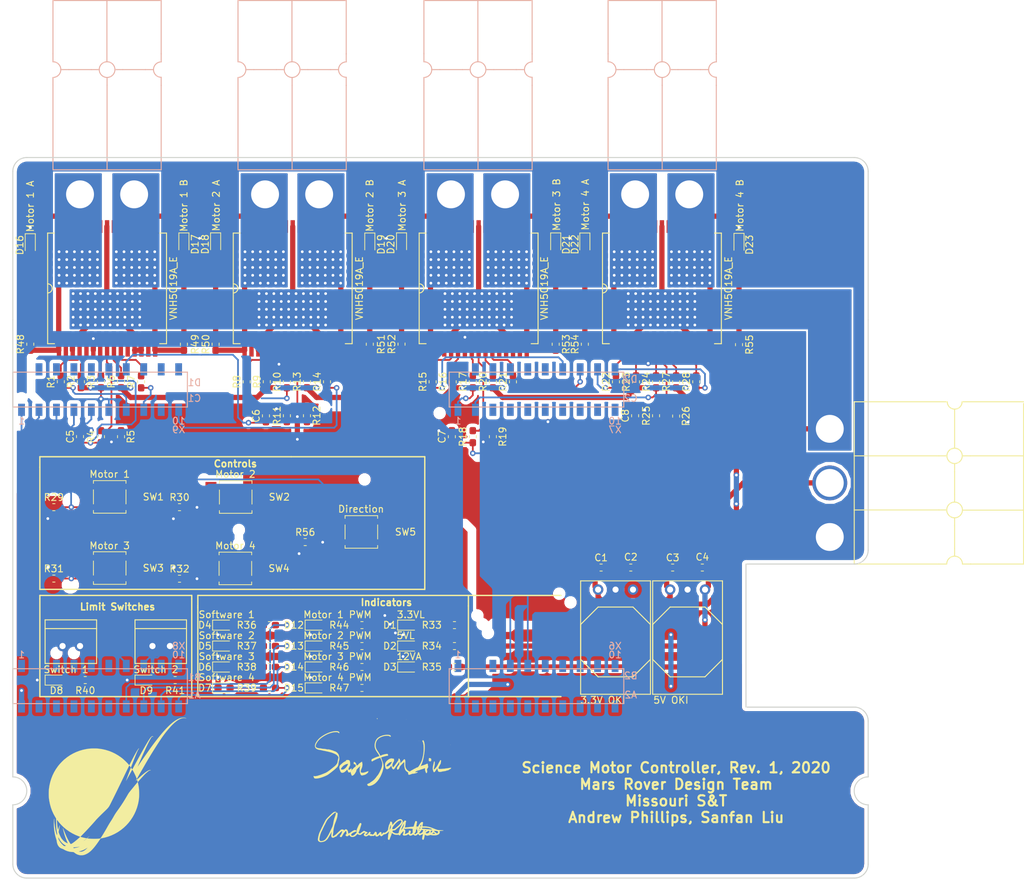
<source format=kicad_pcb>
(kicad_pcb (version 20171130) (host pcbnew "(5.0.0)")
  (layers (0 F.Cu signal) (31 B.Cu signal) (34 B.Paste user) (35 F.Paste user) (36 B.SilkS user) (37 F.SilkS user) (38 B.Mask user) (39 F.Mask user) (44 Edge.Cuts user))
  (net 0 "")
  (net 1 GND)
  (net 2 +12L)
  (net 3 +3V3)
  (net 4 +5VL)
  (net 5 M1_CS)
  (net 6 M2_CS)
  (net 7 M3_CS)
  (net 8 M4_CS)
  (net 9 +12VA)
  (net 10 M1_OUT_B)
  (net 11 M1_OUT_A)
  (net 12 M2_OUT_A)
  (net 13 M2_OUT_B)
  (net 14 M3_OUT_A)
  (net 15 M3_OUT_B)
  (net 16 M4_OUT_B)
  (net 17 M4_OUT_A)
  (net 18 LS_1)
  (net 19 LS_2)
  (net 20 "Net-(D1-Pad2)")
  (net 21 "Net-(D2-Pad2)")
  (net 22 "Net-(D3-Pad2)")
  (net 23 "Net-(D4-Pad2)")
  (net 24 "Net-(D5-Pad2)")
  (net 25 "Net-(D6-Pad2)")
  (net 26 "Net-(D7-Pad2)")
  (net 27 "Net-(D8-Pad2)")
  (net 28 "Net-(D9-Pad2)")
  (net 29 "Net-(D12-Pad2)")
  (net 30 "Net-(D13-Pad2)")
  (net 31 "Net-(D14-Pad2)")
  (net 32 "Net-(D15-Pad2)")
  (net 33 "Net-(D16-Pad2)")
  (net 34 "Net-(D17-Pad2)")
  (net 35 "Net-(D18-Pad2)")
  (net 36 "Net-(D19-Pad2)")
  (net 37 "Net-(D20-Pad2)")
  (net 38 "Net-(D21-Pad2)")
  (net 39 "Net-(D22-Pad2)")
  (net 40 "Net-(D23-Pad2)")
  (net 41 M1_IN_A)
  (net 42 "Net-(R1-Pad2)")
  (net 43 "Net-(R2-Pad2)")
  (net 44 "Net-(R3-Pad2)")
  (net 45 M1_PWM)
  (net 46 "Net-(R4-Pad2)")
  (net 47 "Net-(R6-Pad2)")
  (net 48 M1_IN_B)
  (net 49 "Net-(R7-Pad2)")
  (net 50 "Net-(R8-Pad2)")
  (net 51 M2_IN_A)
  (net 52 "Net-(R9-Pad2)")
  (net 53 "Net-(R10-Pad2)")
  (net 54 M2_PWM)
  (net 55 "Net-(R11-Pad2)")
  (net 56 "Net-(R13-Pad2)")
  (net 57 M2_IN_B)
  (net 58 "Net-(R14-Pad2)")
  (net 59 "Net-(R15-Pad2)")
  (net 60 M3_IN_A)
  (net 61 "Net-(R16-Pad2)")
  (net 62 M3_PWM)
  (net 63 "Net-(R17-Pad2)")
  (net 64 "Net-(R18-Pad2)")
  (net 65 "Net-(R20-Pad2)")
  (net 66 "Net-(R21-Pad2)")
  (net 67 M3_IN_B)
  (net 68 "Net-(R22-Pad2)")
  (net 69 M4_IN_A)
  (net 70 "Net-(R23-Pad2)")
  (net 71 M4_PWM)
  (net 72 "Net-(R24-Pad2)")
  (net 73 "Net-(R25-Pad2)")
  (net 74 "Net-(R27-Pad2)")
  (net 75 M4_IN_B)
  (net 76 "Net-(R28-Pad2)")
  (net 77 MSW_1)
  (net 78 MSW_2)
  (net 79 MSW_3)
  (net 80 MSW_4)
  (net 81 SW_IND_1)
  (net 82 SW_IND_2)
  (net 83 SW_IND_3)
  (net 84 SW_IND_4)
  (net 85 "Net-(U1-PadPQ2)")
  (net 86 "Net-(U1-PadPQ0)")
  (net 87 "Net-(U1-PadPA4)")
  (net 88 "Net-(U1-PadPA7)")
  (net 89 "Net-(U1-PadPN5)")
  (net 90 "Net-(U1-PadPK2)")
  (net 91 "Net-(U1-PadPK1)")
  (net 92 "Net-(U1-PadPB4)")
  (net 93 "Net-(U1-PadPK3)")
  (net 94 "Net-(U1-PadPA5)")
  (net 95 "Net-(U1-PadPD2)")
  (net 96 "Net-(U1-PadPP0)")
  (net 97 "Net-(U1-PadPP1)")
  (net 98 "Net-(U1-PadPD4)")
  (net 99 "Net-(U1-PadPD5)")
  (net 100 "Net-(U1-PadPP4)")
  (net 101 "Net-(U1-PadPN4)")
  (net 102 "Net-(U1-PadPK5)")
  (net 103 "Net-(U1-PadPM0)")
  (net 104 "Net-(U1-PadPM1)")
  (net 105 "Net-(U1-PadPM2)")
  (net 106 "Net-(U1-PadPH0)")
  (net 107 "Net-(U1-PadPH1)")
  (net 108 "Net-(U1-PadPK6)")
  (net 109 "Net-(U1-PadPK7)")
  (net 110 "Net-(U1-PadPM7)")
  (net 111 "Net-(U1-PadPP5)")
  (net 112 "Net-(U1-Pad+5V)")
  (net 113 "Net-(U1-PadPE2)")
  (net 114 "Net-(U1-PadPE3)")
  (net 115 "Net-(U1-PadPE4)")
  (net 116 "Net-(U1-PadPC4)")
  (net 117 "Net-(U1-PadPC5)")
  (net 118 "Net-(U1-PadPC6)")
  (net 119 "Net-(U1-PadPE5)")
  (net 120 "Net-(U1-PadRese)")
  (net 121 "Net-(U1-PadPN3)")
  (net 122 "Net-(U4-Pad2)")
  (net 123 "Net-(U4-Pad11)")
  (net 124 "Net-(U4-Pad14)")
  (net 125 "Net-(U4-Pad17)")
  (net 126 "Net-(U4-Pad22)")
  (net 127 "Net-(U4-Pad24)")
  (net 128 "Net-(U4-Pad29)")
  (net 129 "Net-(U5-Pad29)")
  (net 130 "Net-(U5-Pad24)")
  (net 131 "Net-(U5-Pad22)")
  (net 132 "Net-(U5-Pad17)")
  (net 133 "Net-(U5-Pad14)")
  (net 134 "Net-(U5-Pad11)")
  (net 135 "Net-(U5-Pad2)")
  (net 136 "Net-(U6-Pad2)")
  (net 137 "Net-(U6-Pad11)")
  (net 138 "Net-(U6-Pad14)")
  (net 139 "Net-(U6-Pad17)")
  (net 140 "Net-(U6-Pad22)")
  (net 141 "Net-(U6-Pad24)")
  (net 142 "Net-(U6-Pad29)")
  (net 143 "Net-(U7-Pad29)")
  (net 144 "Net-(U7-Pad24)")
  (net 145 "Net-(U7-Pad22)")
  (net 146 "Net-(U7-Pad17)")
  (net 147 "Net-(U7-Pad14)")
  (net 148 "Net-(U7-Pad11)")
  (net 149 "Net-(U7-Pad2)")
  (net 150 "Net-(U1-Pad+5V')")
  (net 151 "Net-(U1-PadRese')")
  (net 152 "Net-(U1-PadPN2)")
  (net 153 "Net-(U1-PadPH3)")
  (net 154 "Net-(U1-PadPH2)")
  (net 155 "Net-(U1-PadPM3)")
  (net 156 "Net-(U1-PadPM5)")
  (net 157 "Net-(U1-PadPM4)")
  (net 158 "Net-(U1-PadPE1)")
  (net 159 "Net-(U1-PadPE0)")
  (net 160 MSW_5)
  (module MRDT_Connectors:MOLEX_SL_02_Vertical (layer F.Cu) (at 60.198 131.064)
    (fp_text reference Conn7 hide)
    (fp_text value Molex_SL_02)
    (pad 2 thru_hole circle (at 1.27 0) (size 1.524 1.524) (drill 0.9) (layers *.Cu *.Mask) (net 19 LS_2))
    (pad 1 thru_hole circle (at -1.27 0) (size 1.524 1.524) (drill 0.9) (layers *.Cu *.Mask) (net 3 +3V3))
  )
  (module MRDT_Connectors:MOLEX_SL_02_Vertical (layer F.Cu) (at 47.117 131.064)
    (fp_text reference Conn6 hide)
    (fp_text value Molex_SL_02)
    (pad 2 thru_hole circle (at 1.27 0) (size 1.524 1.524) (drill 0.9) (layers *.Cu *.Mask) (net 18 LS_1))
    (pad 1 thru_hole circle (at -1.27 0) (size 1.524 1.524) (drill 0.9) (layers *.Cu *.Mask) (net 3 +3V3))
  )
  (module Resistor_SMD:R_0603_1608Metric_Pad1.05x0.95mm_HandSolder (layer F.Cu) (at 75.946 128.016 180)
    (fp_text reference R36 (at 3.302 0 180) (layer F.SilkS))
    (fp_text value 500)
    (pad 2 smd roundrect (at 0.875 0 180) (size 1.05 0.95) (layers F.Cu F.Paste F.Mask) (net 23 "Net-(D4-Pad2)"))
    (pad 1 smd roundrect (at -0.875 0 180) (size 1.05 0.95) (layers F.Cu F.Paste F.Mask) (net 81 SW_IND_1))
  )
  (module Resistor_SMD:R_0603_1608Metric_Pad1.05x0.95mm_HandSolder (layer F.Cu) (at 75.946 131.064 180)
    (fp_text reference R37 (at 3.302 0 180) (layer F.SilkS))
    (fp_text value 500)
    (pad 2 smd roundrect (at 0.875 0 180) (size 1.05 0.95) (layers F.Cu F.Paste F.Mask) (net 24 "Net-(D5-Pad2)"))
    (pad 1 smd roundrect (at -0.875 0 180) (size 1.05 0.95) (layers F.Cu F.Paste F.Mask) (net 82 SW_IND_2))
  )
  (module Resistor_SMD:R_0603_1608Metric_Pad1.05x0.95mm_HandSolder (layer F.Cu) (at 75.946 134.112 180)
    (fp_text reference R38 (at 3.302 0 180) (layer F.SilkS))
    (fp_text value 500)
    (pad 1 smd roundrect (at -0.875 0 180) (size 1.05 0.95) (layers F.Cu F.Paste F.Mask) (net 83 SW_IND_3))
    (pad 2 smd roundrect (at 0.875 0 180) (size 1.05 0.95) (layers F.Cu F.Paste F.Mask) (net 25 "Net-(D6-Pad2)"))
  )
  (module Resistor_SMD:R_0603_1608Metric_Pad1.05x0.95mm_HandSolder (layer F.Cu) (at 75.946 137.16 180)
    (fp_text reference R39 (at 3.302 0 180) (layer F.SilkS))
    (fp_text value 500)
    (pad 2 smd roundrect (at 0.875 0 180) (size 1.05 0.95) (layers F.Cu F.Paste F.Mask) (net 26 "Net-(D7-Pad2)"))
    (pad 1 smd roundrect (at -0.875 0 180) (size 1.05 0.95) (layers F.Cu F.Paste F.Mask) (net 84 SW_IND_4))
  )
  (module Capacitor_SMD:C_0603_1608Metric_Pad1.05x0.95mm_HandSolder (layer F.Cu) (at 129.159 97.536 90)
    (fp_text reference C8 (at 0 -1.43 90) (layer F.SilkS))
    (fp_text value 33nF)
    (pad 2 smd roundrect (at 0.875 0 90) (size 1.05 0.95) (layers F.Cu F.Paste F.Mask) (net 1 GND))
    (pad 1 smd roundrect (at -0.875 0 90) (size 1.05 0.95) (layers F.Cu F.Paste F.Mask) (net 8 M4_CS))
  )
  (module MRDT_Shields:TM4C129E_Launchpad_FULL_SMD_BOTTOM (layer F.Cu) (at 38.608 139.446)
    (fp_text reference U1 hide)
    (fp_text value TM4C129E_Launchpad hide)
    (fp_text user 1 (at 1.27 -7.112 180) (layer B.SilkS) (effects (justify mirror)))
    (fp_text user 1 (at 1.27 -41.148 180) (layer B.SilkS) (effects (justify mirror)))
    (fp_text user 1 (at 64.77 -41.148 180) (layer B.SilkS) (effects (justify mirror)))
    (fp_text user A2 (at 89.916 -1.27 180) (layer B.SilkS) (effects (justify mirror)))
    (fp_text user B2 (at 89.916 -4.064 180) (layer B.SilkS) (effects (justify mirror)))
    (fp_text user A1 (at 26.416 -1.27 180) (layer B.SilkS) (effects (justify mirror)))
    (fp_text user B1 (at 26.416 -3.81 180) (layer B.SilkS) (effects (justify mirror)))
    (fp_text user D2 (at 89.916 -47.244) (layer B.SilkS) (effects (justify mirror)))
    (fp_text user C2 (at 89.916 -44.45 180) (layer B.SilkS) (effects (justify mirror)))
    (fp_text user D1 (at 26.416 -46.736 180) (layer B.SilkS) (effects (justify mirror)))
    (fp_text user C1 (at 26.416 -44.45 180) (layer B.SilkS) (effects (justify mirror)))
    (fp_text user X6 (at 87.63 -8.382) (layer B.SilkS) (effects (justify mirror)))
    (fp_text user X7 (at 87.63 -39.878 180) (layer B.SilkS) (effects (justify mirror)))
    (fp_text user X8 (at 24.13 -8.382 180) (layer B.SilkS) (effects (justify mirror)))
    (fp_text user X9 (at 24.13 -39.878 180) (layer B.SilkS) (effects (justify mirror)))
    (fp_text user 1 (at 64.77 -7.112 180) (layer B.SilkS) (effects (justify mirror)))
    (fp_text user 10 (at 87.63 -7.112 180) (layer B.SilkS) (effects (justify mirror)))
    (fp_text user 10 (at 87.63 -41.148 180) (layer B.SilkS) (effects (justify mirror)))
    (fp_text user 10 (at 24.13 -7.112 180) (layer B.SilkS) (effects (justify mirror)))
    (fp_text user 10 (at 24.13 -41.148 180) (layer B.SilkS) (effects (justify mirror)))
    (pad PP2 smd rect (at 24.13 -48.6664 180) (size 0.9906 1.778) (layers B.Cu B.Paste B.Mask) (net 54 M2_PWM))
    (pad PN3 smd rect (at 21.59 -48.6664 180) (size 0.9906 1.778) (layers B.Cu B.Paste B.Mask) (net 121 "Net-(U1-PadPN3)"))
    (pad PN2 smd rect (at 19.05 -48.6664 180) (size 0.9906 1.778) (layers B.Cu B.Paste B.Mask) (net 152 "Net-(U1-PadPN2)"))
    (pad PD0 smd rect (at 16.51 -48.6664 180) (size 0.9906 1.778) (layers B.Cu B.Paste B.Mask) (net 6 M2_CS))
    (pad PD1 smd rect (at 13.97 -48.6664 180) (size 0.9906 1.778) (layers B.Cu B.Paste B.Mask) (net 5 M1_CS))
    (pad Rese smd rect (at 11.43 -48.6664 180) (size 0.9906 1.778) (layers B.Cu B.Paste B.Mask) (net 120 "Net-(U1-PadRese)"))
    (pad PH3 smd rect (at 8.89 -48.6664 180) (size 0.9906 1.778) (layers B.Cu B.Paste B.Mask) (net 153 "Net-(U1-PadPH3)"))
    (pad PH2 smd rect (at 6.35 -48.6664 180) (size 0.9906 1.778) (layers B.Cu B.Paste B.Mask) (net 154 "Net-(U1-PadPH2)"))
    (pad PM3 smd rect (at 3.81 -48.6664 180) (size 0.9906 1.778) (layers B.Cu B.Paste B.Mask) (net 155 "Net-(U1-PadPM3)"))
    (pad GND smd rect (at 1.27 -48.6664 180) (size 0.9906 1.778) (layers B.Cu B.Paste B.Mask) (net 1 GND))
    (pad PL3 smd rect (at 24.13 -42.7736 180) (size 0.9906 1.778) (layers B.Cu B.Paste B.Mask) (net 57 M2_IN_B))
    (pad PL2 smd rect (at 21.59 -42.7736 180) (size 0.9906 1.778) (layers B.Cu B.Paste B.Mask) (net 51 M2_IN_A))
    (pad PL1 smd rect (at 19.05 -42.7736 180) (size 0.9906 1.778) (layers B.Cu B.Paste B.Mask) (net 48 M1_IN_B))
    (pad PL0 smd rect (at 16.51 -42.7736 180) (size 0.9906 1.778) (layers B.Cu B.Paste B.Mask) (net 41 M1_IN_A))
    (pad PL5 smd rect (at 13.97 -42.7736 180) (size 0.9906 1.778) (layers B.Cu B.Paste B.Mask) (net 45 M1_PWM))
    (pad PL4 smd rect (at 11.43 -42.7736 180) (size 0.9906 1.778) (layers B.Cu B.Paste B.Mask) (net 160 MSW_5))
    (pad PG0 smd rect (at 8.89 -42.7736 180) (size 0.9906 1.778) (layers B.Cu B.Paste B.Mask) (net 78 MSW_2))
    (pad PF3 smd rect (at 6.35 -42.7736 180) (size 0.9906 1.778) (layers B.Cu B.Paste B.Mask) (net 77 MSW_1))
    (pad PF2 smd rect (at 3.81 -42.7736 180) (size 0.9906 1.778) (layers B.Cu B.Paste B.Mask) (net 80 MSW_4))
    (pad PF1 smd rect (at 1.27 -42.7736 180) (size 0.9906 1.778) (layers B.Cu B.Paste B.Mask) (net 79 MSW_3))
    (pad PB3 smd rect (at 24.13 0.4064 180) (size 0.9906 1.778) (layers B.Cu B.Paste B.Mask) (net 84 SW_IND_4))
    (pad PB2 smd rect (at 21.59 0.4064 180) (size 0.9906 1.778) (layers B.Cu B.Paste B.Mask) (net 83 SW_IND_3))
    (pad PC7 smd rect (at 19.05 0.4064 180) (size 0.9906 1.778) (layers B.Cu B.Paste B.Mask) (net 82 SW_IND_2))
    (pad PD3 smd rect (at 16.51 0.4064 180) (size 0.9906 1.778) (layers B.Cu B.Paste B.Mask) (net 81 SW_IND_1))
    (pad PE5 smd rect (at 13.97 0.4064 180) (size 0.9906 1.778) (layers B.Cu B.Paste B.Mask) (net 119 "Net-(U1-PadPE5)"))
    (pad PC6 smd rect (at 11.43 0.4064 180) (size 0.9906 1.778) (layers B.Cu B.Paste B.Mask) (net 118 "Net-(U1-PadPC6)"))
    (pad PC5 smd rect (at 8.89 0.4064 180) (size 0.9906 1.778) (layers B.Cu B.Paste B.Mask) (net 117 "Net-(U1-PadPC5)"))
    (pad PC4 smd rect (at 6.35 0.4064 180) (size 0.9906 1.778) (layers B.Cu B.Paste B.Mask) (net 116 "Net-(U1-PadPC4)"))
    (pad PE4 smd rect (at 3.81 0.4064 180) (size 0.9906 1.778) (layers B.Cu B.Paste B.Mask) (net 115 "Net-(U1-PadPE4)"))
    (pad +3V3 smd rect (at 1.27 0.4064 180) (size 0.9906 1.778) (layers B.Cu B.Paste B.Mask) (net 3 +3V3))
    (pad PM5 smd rect (at 24.13 -5.4864 180) (size 0.9906 1.778) (layers B.Cu B.Paste B.Mask) (net 156 "Net-(U1-PadPM5)"))
    (pad PM4 smd rect (at 21.59 -5.4864 180) (size 0.9906 1.778) (layers B.Cu B.Paste B.Mask) (net 157 "Net-(U1-PadPM4)"))
    (pad PA6 smd rect (at 19.05 -5.4864 180) (size 0.9906 1.778) (layers B.Cu B.Paste B.Mask) (net 19 LS_2))
    (pad PD7 smd rect (at 16.51 -5.4864 180) (size 0.9906 1.778) (layers B.Cu B.Paste B.Mask) (net 18 LS_1))
    (pad PE3 smd rect (at 13.97 -5.4864 180) (size 0.9906 1.778) (layers B.Cu B.Paste B.Mask) (net 114 "Net-(U1-PadPE3)"))
    (pad PE2 smd rect (at 11.43 -5.4864 180) (size 0.9906 1.778) (layers B.Cu B.Paste B.Mask) (net 113 "Net-(U1-PadPE2)"))
    (pad PE1 smd rect (at 8.89 -5.4864 180) (size 0.9906 1.778) (layers B.Cu B.Paste B.Mask) (net 158 "Net-(U1-PadPE1)"))
    (pad PE0 smd rect (at 6.35 -5.4864 180) (size 0.9906 1.778) (layers B.Cu B.Paste B.Mask) (net 159 "Net-(U1-PadPE0)"))
    (pad GND smd rect (at 3.81 -5.4864 180) (size 0.9906 1.778) (layers B.Cu B.Paste B.Mask) (net 1 GND))
    (pad +5V smd rect (at 1.27 -5.4864 180) (size 0.9906 1.778) (layers B.Cu B.Paste B.Mask) (net 112 "Net-(U1-Pad+5V)"))
    (pad PP5 smd rect (at 69.85 -48.6664 180) (size 0.9906 1.778) (layers B.Cu B.Paste B.Mask) (net 111 "Net-(U1-PadPP5)"))
    (pad PM7 smd rect (at 67.31 -48.6664 180) (size 0.9906 1.778) (layers B.Cu B.Paste B.Mask) (net 110 "Net-(U1-PadPM7)"))
    (pad GND smd rect (at 64.77 -48.6664 180) (size 0.9906 1.778) (layers B.Cu B.Paste B.Mask) (net 1 GND))
    (pad PK7 smd rect (at 87.63 -42.7736 180) (size 0.9906 1.778) (layers B.Cu B.Paste B.Mask) (net 109 "Net-(U1-PadPK7)"))
    (pad PK6 smd rect (at 85.09 -42.7736 180) (size 0.9906 1.778) (layers B.Cu B.Paste B.Mask) (net 108 "Net-(U1-PadPK6)"))
    (pad PH1 smd rect (at 82.55 -42.7736 180) (size 0.9906 1.778) (layers B.Cu B.Paste B.Mask) (net 107 "Net-(U1-PadPH1)"))
    (pad PH0 smd rect (at 80.01 -42.7736 180) (size 0.9906 1.778) (layers B.Cu B.Paste B.Mask) (net 106 "Net-(U1-PadPH0)"))
    (pad PM2 smd rect (at 77.47 -42.7736 180) (size 0.9906 1.778) (layers B.Cu B.Paste B.Mask) (net 105 "Net-(U1-PadPM2)"))
    (pad PM1 smd rect (at 74.93 -42.7736 180) (size 0.9906 1.778) (layers B.Cu B.Paste B.Mask) (net 104 "Net-(U1-PadPM1)"))
    (pad PM0 smd rect (at 72.39 -42.7736 180) (size 0.9906 1.778) (layers B.Cu B.Paste B.Mask) (net 103 "Net-(U1-PadPM0)"))
    (pad PK5 smd rect (at 69.85 -42.7736 180) (size 0.9906 1.778) (layers B.Cu B.Paste B.Mask) (net 102 "Net-(U1-PadPK5)"))
    (pad PK4 smd rect (at 67.31 -42.7736 180) (size 0.9906 1.778) (layers B.Cu B.Paste B.Mask) (net 71 M4_PWM))
    (pad PG1 smd rect (at 64.77 -42.7736 180) (size 0.9906 1.778) (layers B.Cu B.Paste B.Mask) (net 62 M3_PWM))
    (pad PN4 smd rect (at 87.63 0.4064 180) (size 0.9906 1.778) (layers B.Cu B.Paste B.Mask) (net 101 "Net-(U1-PadPN4)"))
    (pad PP4 smd rect (at 82.55 0.4064 180) (size 0.9906 1.778) (layers B.Cu B.Paste B.Mask) (net 100 "Net-(U1-PadPP4)"))
    (pad PD5 smd rect (at 77.47 0.4064 180) (size 0.9906 1.778) (layers B.Cu B.Paste B.Mask) (net 99 "Net-(U1-PadPD5)"))
    (pad PD4 smd rect (at 74.93 0.4064 180) (size 0.9906 1.778) (layers B.Cu B.Paste B.Mask) (net 98 "Net-(U1-PadPD4)"))
    (pad PP1 smd rect (at 72.39 0.4064 180) (size 0.9906 1.778) (layers B.Cu B.Paste B.Mask) (net 97 "Net-(U1-PadPP1)"))
    (pad PP0 smd rect (at 69.85 0.4064 180) (size 0.9906 1.778) (layers B.Cu B.Paste B.Mask) (net 96 "Net-(U1-PadPP0)"))
    (pad PD2 smd rect (at 67.31 0.4064 180) (size 0.9906 1.778) (layers B.Cu B.Paste B.Mask) (net 95 "Net-(U1-PadPD2)"))
    (pad PA5 smd rect (at 87.63 -5.4864 180) (size 0.9906 1.778) (layers B.Cu B.Paste B.Mask) (net 94 "Net-(U1-PadPA5)"))
    (pad PK3 smd rect (at 82.55 -5.4864 180) (size 0.9906 1.778) (layers B.Cu B.Paste B.Mask) (net 93 "Net-(U1-PadPK3)"))
    (pad PB5 smd rect (at 72.39 -5.4864 180) (size 0.9906 1.778) (layers B.Cu B.Paste B.Mask) (net 7 M3_CS))
    (pad PB4 smd rect (at 69.85 -5.4864 180) (size 0.9906 1.778) (layers B.Cu B.Paste B.Mask) (net 92 "Net-(U1-PadPB4)"))
    (pad GND smd rect (at 67.31 -5.4864 180) (size 0.9906 1.778) (layers B.Cu B.Paste B.Mask) (net 1 GND))
    (pad +5V' smd rect (at 64.77 -5.4864 180) (size 0.9906 1.778) (layers B.Cu B.Paste B.Mask) (net 150 "Net-(U1-Pad+5V')"))
    (pad PK1 smd rect (at 77.47 -5.4864 180) (size 0.9906 1.778) (layers B.Cu B.Paste B.Mask) (net 91 "Net-(U1-PadPK1)"))
    (pad PK2 smd rect (at 80.01 -5.4864 180) (size 0.9906 1.778) (layers B.Cu B.Paste B.Mask) (net 90 "Net-(U1-PadPK2)"))
    (pad PN5 smd rect (at 85.09 0.4064 180) (size 0.9906 1.778) (layers B.Cu B.Paste B.Mask) (net 89 "Net-(U1-PadPN5)"))
    (pad PA7 smd rect (at 72.39 -48.6664 180) (size 0.9906 1.778) (layers B.Cu B.Paste B.Mask) (net 88 "Net-(U1-PadPA7)"))
    (pad Rese' smd rect (at 74.93 -48.6664 180) (size 0.9906 1.778) (layers B.Cu B.Paste B.Mask) (net 151 "Net-(U1-PadRese')"))
    (pad PA4 smd rect (at 85.09 -5.4864 180) (size 0.9906 1.778) (layers B.Cu B.Paste B.Mask) (net 87 "Net-(U1-PadPA4)"))
    (pad PQ0 smd rect (at 80.01 0.4064 180) (size 0.9906 1.778) (layers B.Cu B.Paste B.Mask) (net 86 "Net-(U1-PadPQ0)"))
    (pad PP3 smd rect (at 82.55 -48.6664 180) (size 0.9906 1.778) (layers B.Cu B.Paste B.Mask) (net 67 M3_IN_B))
    (pad PQ3 smd rect (at 80.01 -48.6664 180) (size 0.9906 1.778) (layers B.Cu B.Paste B.Mask) (net 60 M3_IN_A))
    (pad PK0 smd rect (at 74.93 -5.4864 180) (size 0.9906 1.778) (layers B.Cu B.Paste B.Mask) (net 8 M4_CS))
    (pad PQ2 smd rect (at 77.47 -48.6664 180) (size 0.9906 1.778) (layers B.Cu B.Paste B.Mask) (net 85 "Net-(U1-PadPQ2)"))
    (pad PQ1 smd rect (at 85.09 -48.6664 180) (size 0.9906 1.778) (layers B.Cu B.Paste B.Mask) (net 69 M4_IN_A))
    (pad PM6 smd rect (at 87.63 -48.6664 180) (size 0.9906 1.778) (layers B.Cu B.Paste B.Mask) (net 75 M4_IN_B))
    (pad +3V3' smd rect (at 64.77 0.4064 180) (size 0.9906 1.778) (layers B.Cu B.Paste B.Mask) (net 3 +3V3))
  )
  (module Capacitor_SMD:C_0603_1608Metric_Pad1.05x0.95mm_HandSolder (layer F.Cu) (at 124.206 119.634)
    (fp_text reference C1 (at 0 -1.43) (layer F.SilkS))
    (fp_text value 10uF)
    (pad 2 smd roundrect (at 0.875 0) (size 1.05 0.95) (layers F.Cu F.Paste F.Mask) (net 1 GND))
    (pad 1 smd roundrect (at -0.875 0) (size 1.05 0.95) (layers F.Cu F.Paste F.Mask) (net 2 +12L))
  )
  (module Capacitor_SMD:C_0603_1608Metric_Pad1.05x0.95mm_HandSolder (layer F.Cu) (at 128.524 119.634 180)
    (fp_text reference C2 (at 0 1.524 180) (layer F.SilkS))
    (fp_text value 10uF)
    (pad 1 smd roundrect (at -0.875 0 180) (size 1.05 0.95) (layers F.Cu F.Paste F.Mask) (net 3 +3V3))
    (pad 2 smd roundrect (at 0.875 0 180) (size 1.05 0.95) (layers F.Cu F.Paste F.Mask) (net 1 GND))
  )
  (module Capacitor_SMD:C_0603_1608Metric_Pad1.05x0.95mm_HandSolder (layer F.Cu) (at 134.62 119.634)
    (fp_text reference C3 (at 0 -1.43) (layer F.SilkS))
    (fp_text value 10uF)
    (pad 1 smd roundrect (at -0.875 0) (size 1.05 0.95) (layers F.Cu F.Paste F.Mask) (net 2 +12L))
    (pad 2 smd roundrect (at 0.875 0) (size 1.05 0.95) (layers F.Cu F.Paste F.Mask) (net 1 GND))
  )
  (module Capacitor_SMD:C_0603_1608Metric_Pad1.05x0.95mm_HandSolder (layer F.Cu) (at 138.938 119.634 180)
    (fp_text reference C4 (at 0 1.524 180) (layer F.SilkS))
    (fp_text value 10uF)
    (pad 2 smd roundrect (at 0.875 0 180) (size 1.05 0.95) (layers F.Cu F.Paste F.Mask) (net 1 GND))
    (pad 1 smd roundrect (at -0.875 0 180) (size 1.05 0.95) (layers F.Cu F.Paste F.Mask) (net 4 +5VL))
  )
  (module Capacitor_SMD:C_0603_1608Metric_Pad1.05x0.95mm_HandSolder (layer F.Cu) (at 48.387 100.57 90)
    (fp_text reference C5 (at 0 -1.43 90) (layer F.SilkS))
    (fp_text value 33nF)
    (pad 2 smd roundrect (at 0.875 0 90) (size 1.05 0.95) (layers F.Cu F.Paste F.Mask) (net 1 GND))
    (pad 1 smd roundrect (at -0.875 0 90) (size 1.05 0.95) (layers F.Cu F.Paste F.Mask) (net 5 M1_CS))
  )
  (module Capacitor_SMD:C_0603_1608Metric_Pad1.05x0.95mm_HandSolder (layer F.Cu) (at 75.438 97.55 90)
    (fp_text reference C6 (at 0 -1.43 90) (layer F.SilkS))
    (fp_text value 33nF)
    (pad 1 smd roundrect (at -0.875 0 90) (size 1.05 0.95) (layers F.Cu F.Paste F.Mask) (net 6 M2_CS))
    (pad 2 smd roundrect (at 0.875 0 90) (size 1.05 0.95) (layers F.Cu F.Paste F.Mask) (net 1 GND))
  )
  (module Capacitor_SMD:C_0603_1608Metric_Pad1.05x0.95mm_HandSolder (layer F.Cu) (at 102.489 100.584 90)
    (fp_text reference C7 (at 0 -1.43 90) (layer F.SilkS))
    (fp_text value 33nF)
    (pad 1 smd roundrect (at -0.875 0 90) (size 1.05 0.95) (layers F.Cu F.Paste F.Mask) (net 7 M3_CS))
    (pad 2 smd roundrect (at 0.875 0 90) (size 1.05 0.95) (layers F.Cu F.Paste F.Mask) (net 1 GND))
  )
  (module MRDT_Connectors:Anderson_3_Horizontal_Side_by_Side (layer F.Cu) (at 161.036 95.504 180)
    (fp_text reference Conn1 hide)
    (fp_text value AndersonPP)
    (pad 1 thru_hole circle (at 3.556 -19.685 180) (size 5.08 5.08) (drill 4.06) (layers *.Cu *.Mask F.Paste) (net 1 GND))
    (pad 2 thru_hole circle (at 3.556 -11.811 180) (size 5.08 5.08) (drill 4.06) (layers *.Cu *.Mask F.Paste) (net 2 +12L))
    (pad 3 thru_hole circle (at 3.556 -3.937 180) (size 5.08 5.08) (drill 4.06) (layers *.Cu *.Mask F.Paste) (net 9 +12VA))
  )
  (module MRDT_Connectors:Anderson_2_Horizontal_Side_by_Side (layer B.Cu) (at 60.198 61.722 270)
    (fp_text reference Conn2 hide)
    (fp_text value AndersonPP)
    (pad 2 thru_hole circle (at 3.5814 3.937 270) (size 5.08 5.08) (drill 4.06) (layers *.Cu *.Mask B.Paste) (net 10 M1_OUT_B))
    (pad 1 thru_hole circle (at 3.5814 11.811 270) (size 5.08 5.08) (drill 4.06) (layers *.Cu *.Mask B.Paste) (net 11 M1_OUT_A))
  )
  (module MRDT_Connectors:Anderson_2_Horizontal_Side_by_Side (layer B.Cu) (at 87.122 61.722 270)
    (fp_text reference Conn3 hide)
    (fp_text value AndersonPP)
    (pad 2 thru_hole circle (at 3.5814 3.937 270) (size 5.08 5.08) (drill 4.06) (layers *.Cu *.Mask B.Paste) (net 13 M2_OUT_B))
    (pad 1 thru_hole circle (at 3.5814 11.811 270) (size 5.08 5.08) (drill 4.06) (layers *.Cu *.Mask B.Paste) (net 12 M2_OUT_A))
  )
  (module MRDT_Connectors:Anderson_2_Horizontal_Side_by_Side (layer B.Cu) (at 114.173 61.722 270)
    (fp_text reference Conn4 hide)
    (fp_text value AndersonPP)
    (pad 1 thru_hole circle (at 3.5814 11.811 270) (size 5.08 5.08) (drill 4.06) (layers *.Cu *.Mask B.Paste) (net 14 M3_OUT_A))
    (pad 2 thru_hole circle (at 3.5814 3.937 270) (size 5.08 5.08) (drill 4.06) (layers *.Cu *.Mask B.Paste) (net 15 M3_OUT_B))
  )
  (module MRDT_Connectors:Anderson_2_Horizontal_Side_by_Side (layer B.Cu) (at 140.97 61.722 270)
    (fp_text reference Conn5 hide)
    (fp_text value AndersonPP)
    (pad 2 thru_hole circle (at 3.5814 3.937 270) (size 5.08 5.08) (drill 4.06) (layers *.Cu *.Mask B.Paste) (net 16 M4_OUT_B))
    (pad 1 thru_hole circle (at 3.5814 11.811 270) (size 5.08 5.08) (drill 4.06) (layers *.Cu *.Mask B.Paste) (net 17 M4_OUT_A))
  )
  (module LED_SMD:LED_0603_1608Metric_Pad1.05x0.95mm_HandSolder (layer F.Cu) (at 96.266 128.016)
    (fp_text reference D1 (at -2.794 0) (layer F.SilkS))
    (fp_text value 3.3V_LED)
    (pad 1 smd roundrect (at -0.875 0) (size 1.05 0.95) (layers F.Cu F.Paste F.Mask) (net 1 GND))
    (pad 2 smd roundrect (at 0.875 0) (size 1.05 0.95) (layers F.Cu F.Paste F.Mask) (net 20 "Net-(D1-Pad2)"))
  )
  (module LED_SMD:LED_0603_1608Metric_Pad1.05x0.95mm_HandSolder (layer F.Cu) (at 96.266 131.064)
    (fp_text reference D2 (at -2.794 0) (layer F.SilkS))
    (fp_text value 5VL_LED)
    (pad 2 smd roundrect (at 0.875 0) (size 1.05 0.95) (layers F.Cu F.Paste F.Mask) (net 21 "Net-(D2-Pad2)"))
    (pad 1 smd roundrect (at -0.875 0) (size 1.05 0.95) (layers F.Cu F.Paste F.Mask) (net 1 GND))
  )
  (module LED_SMD:LED_0603_1608Metric_Pad1.05x0.95mm_HandSolder (layer F.Cu) (at 96.266 134.112)
    (fp_text reference D3 (at -2.794 0) (layer F.SilkS))
    (fp_text value 12VA_LED)
    (pad 1 smd roundrect (at -0.875 0) (size 1.05 0.95) (layers F.Cu F.Paste F.Mask) (net 1 GND))
    (pad 2 smd roundrect (at 0.875 0) (size 1.05 0.95) (layers F.Cu F.Paste F.Mask) (net 22 "Net-(D3-Pad2)"))
  )
  (module LED_SMD:LED_0603_1608Metric_Pad1.05x0.95mm_HandSolder (layer F.Cu) (at 69.342 128.016)
    (fp_text reference D4 (at -2.794 0) (layer F.SilkS))
    (fp_text value SW_IND_1_LED)
    (pad 1 smd roundrect (at -0.875 0) (size 1.05 0.95) (layers F.Cu F.Paste F.Mask) (net 1 GND))
    (pad 2 smd roundrect (at 0.875 0) (size 1.05 0.95) (layers F.Cu F.Paste F.Mask) (net 23 "Net-(D4-Pad2)"))
  )
  (module LED_SMD:LED_0603_1608Metric_Pad1.05x0.95mm_HandSolder (layer F.Cu) (at 69.342 131.064)
    (fp_text reference D5 (at -2.794 0) (layer F.SilkS))
    (fp_text value SW_IND_2_LED)
    (pad 2 smd roundrect (at 0.875 0) (size 1.05 0.95) (layers F.Cu F.Paste F.Mask) (net 24 "Net-(D5-Pad2)"))
    (pad 1 smd roundrect (at -0.875 0) (size 1.05 0.95) (layers F.Cu F.Paste F.Mask) (net 1 GND))
  )
  (module LED_SMD:LED_0603_1608Metric_Pad1.05x0.95mm_HandSolder (layer F.Cu) (at 69.342 134.112)
    (fp_text reference D6 (at -2.794 0) (layer F.SilkS))
    (fp_text value SW_IND_3_LED)
    (pad 2 smd roundrect (at 0.875 0) (size 1.05 0.95) (layers F.Cu F.Paste F.Mask) (net 25 "Net-(D6-Pad2)"))
    (pad 1 smd roundrect (at -0.875 0) (size 1.05 0.95) (layers F.Cu F.Paste F.Mask) (net 1 GND))
  )
  (module LED_SMD:LED_0603_1608Metric_Pad1.05x0.95mm_HandSolder (layer F.Cu) (at 69.342 137.16)
    (fp_text reference D7 (at -2.794 0) (layer F.SilkS))
    (fp_text value SW_IND_4_LED)
    (pad 1 smd roundrect (at -0.875 0) (size 1.05 0.95) (layers F.Cu F.Paste F.Mask) (net 1 GND))
    (pad 2 smd roundrect (at 0.875 0) (size 1.05 0.95) (layers F.Cu F.Paste F.Mask) (net 26 "Net-(D7-Pad2)"))
  )
  (module LED_SMD:LED_0603_1608Metric_Pad1.05x0.95mm_HandSolder (layer F.Cu) (at 44.972 136.017)
    (fp_text reference D8 (at -0.014 1.524) (layer F.SilkS))
    (fp_text value LS_1_LED)
    (pad 1 smd roundrect (at -0.875 0) (size 1.05 0.95) (layers F.Cu F.Paste F.Mask) (net 1 GND))
    (pad 2 smd roundrect (at 0.875 0) (size 1.05 0.95) (layers F.Cu F.Paste F.Mask) (net 27 "Net-(D8-Pad2)"))
  )
  (module LED_SMD:LED_0603_1608Metric_Pad1.05x0.95mm_HandSolder (layer F.Cu) (at 58.053 136.017)
    (fp_text reference D9 (at -0.014 1.524) (layer F.SilkS))
    (fp_text value LS_2_LED)
    (pad 2 smd roundrect (at 0.875 0) (size 1.05 0.95) (layers F.Cu F.Paste F.Mask) (net 28 "Net-(D9-Pad2)"))
    (pad 1 smd roundrect (at -0.875 0) (size 1.05 0.95) (layers F.Cu F.Paste F.Mask) (net 1 GND))
  )
  (module LED_SMD:LED_0603_1608Metric_Pad1.05x0.95mm_HandSolder (layer F.Cu) (at 82.804 128.016)
    (fp_text reference D12 (at -3.302 0) (layer F.SilkS))
    (fp_text value M1_PWM_LED)
    (pad 1 smd roundrect (at -0.875 0) (size 1.05 0.95) (layers F.Cu F.Paste F.Mask) (net 1 GND))
    (pad 2 smd roundrect (at 0.875 0) (size 1.05 0.95) (layers F.Cu F.Paste F.Mask) (net 29 "Net-(D12-Pad2)"))
  )
  (module LED_SMD:LED_0603_1608Metric_Pad1.05x0.95mm_HandSolder (layer F.Cu) (at 82.804 131.064)
    (fp_text reference D13 (at -3.302 0) (layer F.SilkS))
    (fp_text value M2_PWM_LED)
    (pad 2 smd roundrect (at 0.875 0) (size 1.05 0.95) (layers F.Cu F.Paste F.Mask) (net 30 "Net-(D13-Pad2)"))
    (pad 1 smd roundrect (at -0.875 0) (size 1.05 0.95) (layers F.Cu F.Paste F.Mask) (net 1 GND))
  )
  (module LED_SMD:LED_0603_1608Metric_Pad1.05x0.95mm_HandSolder (layer F.Cu) (at 82.804 134.112)
    (fp_text reference D14 (at -3.302 0) (layer F.SilkS))
    (fp_text value M3_PWM_LED)
    (pad 1 smd roundrect (at -0.875 0) (size 1.05 0.95) (layers F.Cu F.Paste F.Mask) (net 1 GND))
    (pad 2 smd roundrect (at 0.875 0) (size 1.05 0.95) (layers F.Cu F.Paste F.Mask) (net 31 "Net-(D14-Pad2)"))
  )
  (module LED_SMD:LED_0603_1608Metric_Pad1.05x0.95mm_HandSolder (layer F.Cu) (at 82.804 137.16)
    (fp_text reference D15 (at -3.302 0) (layer F.SilkS))
    (fp_text value M4_PWM_LED)
    (pad 1 smd roundrect (at -0.875 0) (size 1.05 0.95) (layers F.Cu F.Paste F.Mask) (net 1 GND))
    (pad 2 smd roundrect (at 0.875 0) (size 1.05 0.95) (layers F.Cu F.Paste F.Mask) (net 32 "Net-(D15-Pad2)"))
  )
  (module LED_SMD:LED_0603_1608Metric_Pad1.05x0.95mm_HandSolder (layer F.Cu) (at 41.148 72.6935 270)
    (fp_text reference D16 (at 0 1.524 270) (layer F.SilkS))
    (fp_text value M1_OUT_A_LED)
    (pad 2 smd roundrect (at 0.875 0 270) (size 1.05 0.95) (layers F.Cu F.Paste F.Mask) (net 33 "Net-(D16-Pad2)"))
    (pad 1 smd roundrect (at -0.875 0 270) (size 1.05 0.95) (layers F.Cu F.Paste F.Mask) (net 1 GND))
  )
  (module LED_SMD:LED_0603_1608Metric_Pad1.05x0.95mm_HandSolder (layer F.Cu) (at 63.5 72.5805 270)
    (fp_text reference D17 (at 0 -1.6265 270) (layer F.SilkS))
    (fp_text value M1_OUT_B_LED)
    (pad 1 smd roundrect (at -0.875 0 270) (size 1.05 0.95) (layers F.Cu F.Paste F.Mask) (net 1 GND))
    (pad 2 smd roundrect (at 0.875 0 270) (size 1.05 0.95) (layers F.Cu F.Paste F.Mask) (net 34 "Net-(D17-Pad2)"))
  )
  (module LED_SMD:LED_0603_1608Metric_Pad1.05x0.95mm_HandSolder (layer F.Cu) (at 68.12 72.5678 270)
    (fp_text reference D18 (at 0 1.524 270) (layer F.SilkS))
    (fp_text value M2_OUT_A_LED)
    (pad 1 smd roundrect (at -0.875 0 270) (size 1.05 0.95) (layers F.Cu F.Paste F.Mask) (net 1 GND))
    (pad 2 smd roundrect (at 0.875 0 270) (size 1.05 0.95) (layers F.Cu F.Paste F.Mask) (net 35 "Net-(D18-Pad2)"))
  )
  (module LED_SMD:LED_0603_1608Metric_Pad1.05x0.95mm_HandSolder (layer F.Cu) (at 90.551 72.5945 270)
    (fp_text reference D19 (at 0 -1.651 270) (layer F.SilkS))
    (fp_text value M2_OUT_B_LED)
    (pad 2 smd roundrect (at 0.875 0 270) (size 1.05 0.95) (layers F.Cu F.Paste F.Mask) (net 36 "Net-(D19-Pad2)"))
    (pad 1 smd roundrect (at -0.875 0 270) (size 1.05 0.95) (layers F.Cu F.Paste F.Mask) (net 1 GND))
  )
  (module LED_SMD:LED_0603_1608Metric_Pad1.05x0.95mm_HandSolder (layer F.Cu) (at 95.171 72.5678 270)
    (fp_text reference D20 (at 0 1.565992 270) (layer F.SilkS))
    (fp_text value M3_OUT_A_LED)
    (pad 2 smd roundrect (at 0.875 0 270) (size 1.05 0.95) (layers F.Cu F.Paste F.Mask) (net 37 "Net-(D20-Pad2)"))
    (pad 1 smd roundrect (at -0.875 0 270) (size 1.05 0.95) (layers F.Cu F.Paste F.Mask) (net 1 GND))
  )
  (module LED_SMD:LED_0603_1608Metric_Pad1.05x0.95mm_HandSolder (layer F.Cu) (at 117.602 72.5805 270)
    (fp_text reference D21 (at 0 -1.524 270) (layer F.SilkS))
    (fp_text value M3_OUT_B_LED)
    (pad 1 smd roundrect (at -0.875 0 270) (size 1.05 0.95) (layers F.Cu F.Paste F.Mask) (net 1 GND))
    (pad 2 smd roundrect (at 0.875 0 270) (size 1.05 0.95) (layers F.Cu F.Paste F.Mask) (net 38 "Net-(D21-Pad2)"))
  )
  (module LED_SMD:LED_0603_1608Metric_Pad1.05x0.95mm_HandSolder (layer F.Cu) (at 121.841 72.5945 270)
    (fp_text reference D22 (at 0 1.445 270) (layer F.SilkS))
    (fp_text value M4_OUT_A_LED)
    (pad 1 smd roundrect (at -0.875 0 270) (size 1.05 0.95) (layers F.Cu F.Paste F.Mask) (net 1 GND))
    (pad 2 smd roundrect (at 0.875 0 270) (size 1.05 0.95) (layers F.Cu F.Paste F.Mask) (net 39 "Net-(D22-Pad2)"))
  )
  (module LED_SMD:LED_0603_1608Metric_Pad1.05x0.95mm_HandSolder (layer F.Cu) (at 144.272 72.644 270)
    (fp_text reference D23 (at 0 -1.524 270) (layer F.SilkS))
    (fp_text value M4_OUT_B_LED)
    (pad 2 smd roundrect (at 0.875 0 270) (size 1.05 0.95) (layers F.Cu F.Paste F.Mask) (net 40 "Net-(D23-Pad2)"))
    (pad 1 smd roundrect (at -0.875 0 270) (size 1.05 0.95) (layers F.Cu F.Paste F.Mask) (net 1 GND))
  )
  (module Resistor_SMD:R_0603_1608Metric_Pad1.05x0.95mm_HandSolder (layer F.Cu) (at 45.593 92.583 90)
    (fp_text reference R1 (at 0 -1.43 90) (layer F.SilkS))
    (fp_text value 1K)
    (pad 1 smd roundrect (at -0.875 0 90) (size 1.05 0.95) (layers F.Cu F.Paste F.Mask) (net 41 M1_IN_A))
    (pad 2 smd roundrect (at 0.875 0 90) (size 1.05 0.95) (layers F.Cu F.Paste F.Mask) (net 42 "Net-(R1-Pad2)"))
  )
  (module Resistor_SMD:R_0603_1608Metric_Pad1.05x0.95mm_HandSolder (layer F.Cu) (at 48.514 92.583 90)
    (fp_text reference R2 (at 0 -1.43 90) (layer F.SilkS))
    (fp_text value 3.3K)
    (pad 2 smd roundrect (at 0.875 0 90) (size 1.05 0.95) (layers F.Cu F.Paste F.Mask) (net 43 "Net-(R2-Pad2)"))
    (pad 1 smd roundrect (at -0.875 0 90) (size 1.05 0.95) (layers F.Cu F.Paste F.Mask) (net 4 +5VL))
  )
  (module Resistor_SMD:R_0603_1608Metric_Pad1.05x0.95mm_HandSolder (layer F.Cu) (at 51.435 92.583 90)
    (fp_text reference R3 (at 0 -1.43 90) (layer F.SilkS))
    (fp_text value 1K)
    (pad 2 smd roundrect (at 0.875 0 90) (size 1.05 0.95) (layers F.Cu F.Paste F.Mask) (net 44 "Net-(R3-Pad2)"))
    (pad 1 smd roundrect (at -0.875 0 90) (size 1.05 0.95) (layers F.Cu F.Paste F.Mask) (net 45 M1_PWM))
  )
  (module Resistor_SMD:R_0603_1608Metric_Pad1.05x0.95mm_HandSolder (layer F.Cu) (at 51.435 100.584 90)
    (fp_text reference R4 (at 0 -1.43 90) (layer F.SilkS))
    (fp_text value 10K)
    (pad 1 smd roundrect (at -0.875 0 90) (size 1.05 0.95) (layers F.Cu F.Paste F.Mask) (net 5 M1_CS))
    (pad 2 smd roundrect (at 0.875 0 90) (size 1.05 0.95) (layers F.Cu F.Paste F.Mask) (net 46 "Net-(R4-Pad2)"))
  )
  (module Resistor_SMD:R_0603_1608Metric_Pad1.05x0.95mm_HandSolder (layer F.Cu) (at 54.356 100.584 270)
    (fp_text reference R5 (at 0 -1.43 270) (layer F.SilkS))
    (fp_text value 1.5K)
    (pad 2 smd roundrect (at 0.875 0 270) (size 1.05 0.95) (layers F.Cu F.Paste F.Mask) (net 1 GND))
    (pad 1 smd roundrect (at -0.875 0 270) (size 1.05 0.95) (layers F.Cu F.Paste F.Mask) (net 46 "Net-(R4-Pad2)"))
  )
  (module Resistor_SMD:R_0603_1608Metric_Pad1.05x0.95mm_HandSolder (layer F.Cu) (at 54.356 92.583 90)
    (fp_text reference R6 (at 0 -1.43 90) (layer F.SilkS))
    (fp_text value 1K)
    (pad 2 smd roundrect (at 0.875 0 90) (size 1.05 0.95) (layers F.Cu F.Paste F.Mask) (net 47 "Net-(R6-Pad2)"))
    (pad 1 smd roundrect (at -0.875 0 90) (size 1.05 0.95) (layers F.Cu F.Paste F.Mask) (net 4 +5VL))
  )
  (module Resistor_SMD:R_0603_1608Metric_Pad1.05x0.95mm_HandSolder (layer F.Cu) (at 57.277 92.597 90)
    (fp_text reference R7 (at 0 -1.43 90) (layer F.SilkS))
    (fp_text value 1K)
    (pad 1 smd roundrect (at -0.875 0 90) (size 1.05 0.95) (layers F.Cu F.Paste F.Mask) (net 48 M1_IN_B))
    (pad 2 smd roundrect (at 0.875 0 90) (size 1.05 0.95) (layers F.Cu F.Paste F.Mask) (net 49 "Net-(R7-Pad2)"))
  )
  (module Resistor_SMD:R_0603_1608Metric_Pad1.05x0.95mm_HandSolder (layer F.Cu) (at 72.644 92.597 90)
    (fp_text reference R8 (at 0 -1.43 90) (layer F.SilkS))
    (fp_text value 1K)
    (pad 2 smd roundrect (at 0.875 0 90) (size 1.05 0.95) (layers F.Cu F.Paste F.Mask) (net 50 "Net-(R8-Pad2)"))
    (pad 1 smd roundrect (at -0.875 0 90) (size 1.05 0.95) (layers F.Cu F.Paste F.Mask) (net 51 M2_IN_A))
  )
  (module Resistor_SMD:R_0603_1608Metric_Pad1.05x0.95mm_HandSolder (layer F.Cu) (at 75.565 92.583 90)
    (fp_text reference R9 (at 0 -1.43 90) (layer F.SilkS))
    (fp_text value 3.3K)
    (pad 1 smd roundrect (at -0.875 0 90) (size 1.05 0.95) (layers F.Cu F.Paste F.Mask) (net 4 +5VL))
    (pad 2 smd roundrect (at 0.875 0 90) (size 1.05 0.95) (layers F.Cu F.Paste F.Mask) (net 52 "Net-(R9-Pad2)"))
  )
  (module Resistor_SMD:R_0603_1608Metric_Pad1.05x0.95mm_HandSolder (layer F.Cu) (at 78.486 92.597 90)
    (fp_text reference R10 (at 0 -1.43 90) (layer F.SilkS))
    (fp_text value 1K)
    (pad 2 smd roundrect (at 0.875 0 90) (size 1.05 0.95) (layers F.Cu F.Paste F.Mask) (net 53 "Net-(R10-Pad2)"))
    (pad 1 smd roundrect (at -0.875 0 90) (size 1.05 0.95) (layers F.Cu F.Paste F.Mask) (net 54 M2_PWM))
  )
  (module Resistor_SMD:R_0603_1608Metric_Pad1.05x0.95mm_HandSolder (layer F.Cu) (at 78.486 97.536 90)
    (fp_text reference R11 (at 0 -1.43 90) (layer F.SilkS))
    (fp_text value 10K)
    (pad 1 smd roundrect (at -0.875 0 90) (size 1.05 0.95) (layers F.Cu F.Paste F.Mask) (net 6 M2_CS))
    (pad 2 smd roundrect (at 0.875 0 90) (size 1.05 0.95) (layers F.Cu F.Paste F.Mask) (net 55 "Net-(R11-Pad2)"))
  )
  (module Resistor_SMD:R_0603_1608Metric_Pad1.05x0.95mm_HandSolder (layer F.Cu) (at 81.407 97.536 270)
    (fp_text reference R12 (at 0 -1.43 270) (layer F.SilkS))
    (fp_text value 1.5K)
    (pad 2 smd roundrect (at 0.875 0 270) (size 1.05 0.95) (layers F.Cu F.Paste F.Mask) (net 1 GND))
    (pad 1 smd roundrect (at -0.875 0 270) (size 1.05 0.95) (layers F.Cu F.Paste F.Mask) (net 55 "Net-(R11-Pad2)"))
  )
  (module Resistor_SMD:R_0603_1608Metric_Pad1.05x0.95mm_HandSolder (layer F.Cu) (at 81.407 92.583 90)
    (fp_text reference R13 (at 0 -1.43 90) (layer F.SilkS))
    (fp_text value 1K)
    (pad 1 smd roundrect (at -0.875 0 90) (size 1.05 0.95) (layers F.Cu F.Paste F.Mask) (net 4 +5VL))
    (pad 2 smd roundrect (at 0.875 0 90) (size 1.05 0.95) (layers F.Cu F.Paste F.Mask) (net 56 "Net-(R13-Pad2)"))
  )
  (module Resistor_SMD:R_0603_1608Metric_Pad1.05x0.95mm_HandSolder (layer F.Cu) (at 84.328 92.597 90)
    (fp_text reference R14 (at 0 -1.43 90) (layer F.SilkS))
    (fp_text value 1K)
    (pad 1 smd roundrect (at -0.875 0 90) (size 1.05 0.95) (layers F.Cu F.Paste F.Mask) (net 57 M2_IN_B))
    (pad 2 smd roundrect (at 0.875 0 90) (size 1.05 0.95) (layers F.Cu F.Paste F.Mask) (net 58 "Net-(R14-Pad2)"))
  )
  (module Resistor_SMD:R_0603_1608Metric_Pad1.05x0.95mm_HandSolder (layer F.Cu) (at 99.695 92.597 90)
    (fp_text reference R15 (at 0 -1.43 90) (layer F.SilkS))
    (fp_text value 1K)
    (pad 1 smd roundrect (at -0.875 0 90) (size 1.05 0.95) (layers F.Cu F.Paste F.Mask) (net 60 M3_IN_A))
    (pad 2 smd roundrect (at 0.875 0 90) (size 1.05 0.95) (layers F.Cu F.Paste F.Mask) (net 59 "Net-(R15-Pad2)"))
  )
  (module Resistor_SMD:R_0603_1608Metric_Pad1.05x0.95mm_HandSolder (layer F.Cu) (at 102.616 92.597 90)
    (fp_text reference R16 (at 0 -1.43 90) (layer F.SilkS))
    (fp_text value 3.3K)
    (pad 2 smd roundrect (at 0.875 0 90) (size 1.05 0.95) (layers F.Cu F.Paste F.Mask) (net 61 "Net-(R16-Pad2)"))
    (pad 1 smd roundrect (at -0.875 0 90) (size 1.05 0.95) (layers F.Cu F.Paste F.Mask) (net 4 +5VL))
  )
  (module Resistor_SMD:R_0603_1608Metric_Pad1.05x0.95mm_HandSolder (layer F.Cu) (at 105.537 92.597 90)
    (fp_text reference R17 (at 0 -1.43 90) (layer F.SilkS))
    (fp_text value 1K)
    (pad 2 smd roundrect (at 0.875 0 90) (size 1.05 0.95) (layers F.Cu F.Paste F.Mask) (net 63 "Net-(R17-Pad2)"))
    (pad 1 smd roundrect (at -0.875 0 90) (size 1.05 0.95) (layers F.Cu F.Paste F.Mask) (net 62 M3_PWM))
  )
  (module Resistor_SMD:R_0603_1608Metric_Pad1.05x0.95mm_HandSolder (layer F.Cu) (at 105.537 100.584 90)
    (fp_text reference R18 (at 0 -1.43 90) (layer F.SilkS))
    (fp_text value 10K)
    (pad 2 smd roundrect (at 0.875 0 90) (size 1.05 0.95) (layers F.Cu F.Paste F.Mask) (net 64 "Net-(R18-Pad2)"))
    (pad 1 smd roundrect (at -0.875 0 90) (size 1.05 0.95) (layers F.Cu F.Paste F.Mask) (net 7 M3_CS))
  )
  (module Resistor_SMD:R_0603_1608Metric_Pad1.05x0.95mm_HandSolder (layer F.Cu) (at 108.458 100.584 270)
    (fp_text reference R19 (at 0 -1.43 270) (layer F.SilkS))
    (fp_text value 1.5K)
    (pad 1 smd roundrect (at -0.875 0 270) (size 1.05 0.95) (layers F.Cu F.Paste F.Mask) (net 64 "Net-(R18-Pad2)"))
    (pad 2 smd roundrect (at 0.875 0 270) (size 1.05 0.95) (layers F.Cu F.Paste F.Mask) (net 1 GND))
  )
  (module Resistor_SMD:R_0603_1608Metric_Pad1.05x0.95mm_HandSolder (layer F.Cu) (at 108.458 92.597 90)
    (fp_text reference R20 (at 0 -1.43 90) (layer F.SilkS))
    (fp_text value 3.3K)
    (pad 2 smd roundrect (at 0.875 0 90) (size 1.05 0.95) (layers F.Cu F.Paste F.Mask) (net 65 "Net-(R20-Pad2)"))
    (pad 1 smd roundrect (at -0.875 0 90) (size 1.05 0.95) (layers F.Cu F.Paste F.Mask) (net 4 +5VL))
  )
  (module Resistor_SMD:R_0603_1608Metric_Pad1.05x0.95mm_HandSolder (layer F.Cu) (at 111.379 92.597 90)
    (fp_text reference R21 (at 0 -1.43 90) (layer F.SilkS))
    (fp_text value 1K)
    (pad 1 smd roundrect (at -0.875 0 90) (size 1.05 0.95) (layers F.Cu F.Paste F.Mask) (net 67 M3_IN_B))
    (pad 2 smd roundrect (at 0.875 0 90) (size 1.05 0.95) (layers F.Cu F.Paste F.Mask) (net 66 "Net-(R21-Pad2)"))
  )
  (module Resistor_SMD:R_0603_1608Metric_Pad1.05x0.95mm_HandSolder (layer F.Cu) (at 126.365 92.597 90)
    (fp_text reference R22 (at 0 -1.43 90) (layer F.SilkS))
    (fp_text value 1K)
    (pad 2 smd roundrect (at 0.875 0 90) (size 1.05 0.95) (layers F.Cu F.Paste F.Mask) (net 68 "Net-(R22-Pad2)"))
    (pad 1 smd roundrect (at -0.875 0 90) (size 1.05 0.95) (layers F.Cu F.Paste F.Mask) (net 69 M4_IN_A))
  )
  (module Resistor_SMD:R_0603_1608Metric_Pad1.05x0.95mm_HandSolder (layer F.Cu) (at 129.286 92.597 90)
    (fp_text reference R23 (at 0 -1.43 90) (layer F.SilkS))
    (fp_text value 3.3K)
    (pad 1 smd roundrect (at -0.875 0 90) (size 1.05 0.95) (layers F.Cu F.Paste F.Mask) (net 4 +5VL))
    (pad 2 smd roundrect (at 0.875 0 90) (size 1.05 0.95) (layers F.Cu F.Paste F.Mask) (net 70 "Net-(R23-Pad2)"))
  )
  (module Resistor_SMD:R_0603_1608Metric_Pad1.05x0.95mm_HandSolder (layer F.Cu) (at 132.207 92.597 90)
    (fp_text reference R24 (at 0 -1.43 90) (layer F.SilkS))
    (fp_text value 1K)
    (pad 1 smd roundrect (at -0.875 0 90) (size 1.05 0.95) (layers F.Cu F.Paste F.Mask) (net 71 M4_PWM))
    (pad 2 smd roundrect (at 0.875 0 90) (size 1.05 0.95) (layers F.Cu F.Paste F.Mask) (net 72 "Net-(R24-Pad2)"))
  )
  (module Resistor_SMD:R_0603_1608Metric_Pad1.05x0.95mm_HandSolder (layer F.Cu) (at 132.207 97.536 90)
    (fp_text reference R25 (at 0 -1.43 90) (layer F.SilkS))
    (fp_text value 10K)
    (pad 2 smd roundrect (at 0.875 0 90) (size 1.05 0.95) (layers F.Cu F.Paste F.Mask) (net 73 "Net-(R25-Pad2)"))
    (pad 1 smd roundrect (at -0.875 0 90) (size 1.05 0.95) (layers F.Cu F.Paste F.Mask) (net 8 M4_CS))
  )
  (module Resistor_SMD:R_0603_1608Metric_Pad1.05x0.95mm_HandSolder (layer F.Cu) (at 135.128 97.5855 270)
    (fp_text reference R26 (at 0 -1.43 270) (layer F.SilkS))
    (fp_text value 1.5K)
    (pad 2 smd roundrect (at 0.875 0 270) (size 1.05 0.95) (layers F.Cu F.Paste F.Mask) (net 1 GND))
    (pad 1 smd roundrect (at -0.875 0 270) (size 1.05 0.95) (layers F.Cu F.Paste F.Mask) (net 73 "Net-(R25-Pad2)"))
  )
  (module Resistor_SMD:R_0603_1608Metric_Pad1.05x0.95mm_HandSolder (layer F.Cu) (at 135.128 92.597 90)
    (fp_text reference R27 (at 0 -1.43 90) (layer F.SilkS))
    (fp_text value 3.3K)
    (pad 1 smd roundrect (at -0.875 0 90) (size 1.05 0.95) (layers F.Cu F.Paste F.Mask) (net 4 +5VL))
    (pad 2 smd roundrect (at 0.875 0 90) (size 1.05 0.95) (layers F.Cu F.Paste F.Mask) (net 74 "Net-(R27-Pad2)"))
  )
  (module Resistor_SMD:R_0603_1608Metric_Pad1.05x0.95mm_HandSolder (layer F.Cu) (at 138.049 92.597 90)
    (fp_text reference R28 (at 0 -1.43 90) (layer F.SilkS))
    (fp_text value 1K)
    (pad 1 smd roundrect (at -0.875 0 90) (size 1.05 0.95) (layers F.Cu F.Paste F.Mask) (net 75 M4_IN_B))
    (pad 2 smd roundrect (at 0.875 0 90) (size 1.05 0.95) (layers F.Cu F.Paste F.Mask) (net 76 "Net-(R28-Pad2)"))
  )
  (module Resistor_SMD:R_0603_1608Metric_Pad1.05x0.95mm_HandSolder (layer F.Cu) (at 44.577 110.847)
    (fp_text reference R29 (at 0 -1.43) (layer F.SilkS))
    (fp_text value 500)
    (pad 2 smd roundrect (at 0.875 0) (size 1.05 0.95) (layers F.Cu F.Paste F.Mask) (net 77 MSW_1))
    (pad 1 smd roundrect (at -0.875 0) (size 1.05 0.95) (layers F.Cu F.Paste F.Mask) (net 1 GND))
  )
  (module Resistor_SMD:R_0603_1608Metric_Pad1.05x0.95mm_HandSolder (layer F.Cu) (at 62.865 110.847)
    (fp_text reference R30 (at 0 -1.43) (layer F.SilkS))
    (fp_text value 500)
    (pad 2 smd roundrect (at 0.875 0) (size 1.05 0.95) (layers F.Cu F.Paste F.Mask) (net 78 MSW_2))
    (pad 1 smd roundrect (at -0.875 0) (size 1.05 0.95) (layers F.Cu F.Paste F.Mask) (net 1 GND))
  )
  (module Resistor_SMD:R_0603_1608Metric_Pad1.05x0.95mm_HandSolder (layer F.Cu) (at 44.577 121.237)
    (fp_text reference R31 (at 0 -1.43) (layer F.SilkS))
    (fp_text value 500)
    (pad 1 smd roundrect (at -0.875 0) (size 1.05 0.95) (layers F.Cu F.Paste F.Mask) (net 1 GND))
    (pad 2 smd roundrect (at 0.875 0) (size 1.05 0.95) (layers F.Cu F.Paste F.Mask) (net 79 MSW_3))
  )
  (module Resistor_SMD:R_0603_1608Metric_Pad1.05x0.95mm_HandSolder (layer F.Cu) (at 62.865 121.261)
    (fp_text reference R32 (at 0 -1.43) (layer F.SilkS))
    (fp_text value 500)
    (pad 2 smd roundrect (at 0.875 0) (size 1.05 0.95) (layers F.Cu F.Paste F.Mask) (net 80 MSW_4))
    (pad 1 smd roundrect (at -0.875 0) (size 1.05 0.95) (layers F.Cu F.Paste F.Mask) (net 1 GND))
  )
  (module Resistor_SMD:R_0603_1608Metric_Pad1.05x0.95mm_HandSolder (layer F.Cu) (at 102.87 128.016 180)
    (fp_text reference R33 (at 3.302 0 180) (layer F.SilkS))
    (fp_text value 500)
    (pad 2 smd roundrect (at 0.875 0 180) (size 1.05 0.95) (layers F.Cu F.Paste F.Mask) (net 20 "Net-(D1-Pad2)"))
    (pad 1 smd roundrect (at -0.875 0 180) (size 1.05 0.95) (layers F.Cu F.Paste F.Mask) (net 3 +3V3))
  )
  (module Resistor_SMD:R_0603_1608Metric_Pad1.05x0.95mm_HandSolder (layer F.Cu) (at 102.87 131.064 180)
    (fp_text reference R34 (at 3.302 0 180) (layer F.SilkS))
    (fp_text value 500)
    (pad 1 smd roundrect (at -0.875 0 180) (size 1.05 0.95) (layers F.Cu F.Paste F.Mask) (net 4 +5VL))
    (pad 2 smd roundrect (at 0.875 0 180) (size 1.05 0.95) (layers F.Cu F.Paste F.Mask) (net 21 "Net-(D2-Pad2)"))
  )
  (module Resistor_SMD:R_0603_1608Metric_Pad1.05x0.95mm_HandSolder (layer F.Cu) (at 102.87 134.112 180)
    (fp_text reference R35 (at 3.302 0 180) (layer F.SilkS))
    (fp_text value 1.5K)
    (pad 2 smd roundrect (at 0.875 0 180) (size 1.05 0.95) (layers F.Cu F.Paste F.Mask) (net 22 "Net-(D3-Pad2)"))
    (pad 1 smd roundrect (at -0.875 0 180) (size 1.05 0.95) (layers F.Cu F.Paste F.Mask) (net 9 +12VA))
  )
  (module Resistor_SMD:R_0603_1608Metric_Pad1.05x0.95mm_HandSolder (layer F.Cu) (at 49.149 136.017 180)
    (fp_text reference R40 (at 0 -1.524 180) (layer F.SilkS))
    (fp_text value 500)
    (pad 2 smd roundrect (at 0.875 0 180) (size 1.05 0.95) (layers F.Cu F.Paste F.Mask) (net 27 "Net-(D8-Pad2)"))
    (pad 1 smd roundrect (at -0.875 0 180) (size 1.05 0.95) (layers F.Cu F.Paste F.Mask) (net 18 LS_1))
  )
  (module Resistor_SMD:R_0603_1608Metric_Pad1.05x0.95mm_HandSolder (layer F.Cu) (at 62.23 136.017 180)
    (fp_text reference R41 (at 0 -1.524 180) (layer F.SilkS))
    (fp_text value 500)
    (pad 1 smd roundrect (at -0.875 0 180) (size 1.05 0.95) (layers F.Cu F.Paste F.Mask) (net 19 LS_2))
    (pad 2 smd roundrect (at 0.875 0 180) (size 1.05 0.95) (layers F.Cu F.Paste F.Mask) (net 28 "Net-(D9-Pad2)"))
  )
  (module Resistor_SMD:R_0603_1608Metric_Pad1.05x0.95mm_HandSolder (layer F.Cu) (at 89.408 128.016)
    (fp_text reference R44 (at -3.302 0) (layer F.SilkS))
    (fp_text value 1K)
    (pad 1 smd roundrect (at -0.875 0) (size 1.05 0.95) (layers F.Cu F.Paste F.Mask) (net 29 "Net-(D12-Pad2)"))
    (pad 2 smd roundrect (at 0.875 0) (size 1.05 0.95) (layers F.Cu F.Paste F.Mask) (net 45 M1_PWM))
  )
  (module Resistor_SMD:R_0603_1608Metric_Pad1.05x0.95mm_HandSolder (layer F.Cu) (at 89.408 131.064)
    (fp_text reference R45 (at -3.302 0) (layer F.SilkS))
    (fp_text value 1K)
    (pad 1 smd roundrect (at -0.875 0) (size 1.05 0.95) (layers F.Cu F.Paste F.Mask) (net 30 "Net-(D13-Pad2)"))
    (pad 2 smd roundrect (at 0.875 0) (size 1.05 0.95) (layers F.Cu F.Paste F.Mask) (net 54 M2_PWM))
  )
  (module Resistor_SMD:R_0603_1608Metric_Pad1.05x0.95mm_HandSolder (layer F.Cu) (at 89.408 134.112)
    (fp_text reference R46 (at -3.302 0) (layer F.SilkS))
    (fp_text value 1K)
    (pad 1 smd roundrect (at -0.875 0) (size 1.05 0.95) (layers F.Cu F.Paste F.Mask) (net 31 "Net-(D14-Pad2)"))
    (pad 2 smd roundrect (at 0.875 0) (size 1.05 0.95) (layers F.Cu F.Paste F.Mask) (net 62 M3_PWM))
  )
  (module Resistor_SMD:R_0603_1608Metric_Pad1.05x0.95mm_HandSolder (layer F.Cu) (at 89.408 137.16)
    (fp_text reference R47 (at -3.302 0) (layer F.SilkS))
    (fp_text value 1K)
    (pad 2 smd roundrect (at 0.875 0) (size 1.05 0.95) (layers F.Cu F.Paste F.Mask) (net 71 M4_PWM))
    (pad 1 smd roundrect (at -0.875 0) (size 1.05 0.95) (layers F.Cu F.Paste F.Mask) (net 32 "Net-(D15-Pad2)"))
  )
  (module Resistor_SMD:R_0603_1608Metric_Pad1.05x0.95mm_HandSolder (layer F.Cu) (at 41.148 87.122 90)
    (fp_text reference R48 (at 0 -1.43 90) (layer F.SilkS))
    (fp_text value 1.5K)
    (pad 2 smd roundrect (at 0.875 0 90) (size 1.05 0.95) (layers F.Cu F.Paste F.Mask) (net 33 "Net-(D16-Pad2)"))
    (pad 1 smd roundrect (at -0.875 0 90) (size 1.05 0.95) (layers F.Cu F.Paste F.Mask) (net 11 M1_OUT_A))
  )
  (module Resistor_SMD:R_0603_1608Metric_Pad1.05x0.95mm_HandSolder (layer F.Cu) (at 63.5 87.1233 90)
    (fp_text reference R49 (at 0 1.6265 90) (layer F.SilkS))
    (fp_text value 1.5K)
    (pad 1 smd roundrect (at -0.875 0 90) (size 1.05 0.95) (layers F.Cu F.Paste F.Mask) (net 10 M1_OUT_B))
    (pad 2 smd roundrect (at 0.875 0 90) (size 1.05 0.95) (layers F.Cu F.Paste F.Mask) (net 34 "Net-(D17-Pad2)"))
  )
  (module Resistor_SMD:R_0603_1608Metric_Pad1.05x0.95mm_HandSolder (layer F.Cu) (at 68.12 87.1233 90)
    (fp_text reference R50 (at 0 -1.43 90) (layer F.SilkS))
    (fp_text value 1.5K)
    (pad 2 smd roundrect (at 0.875 0 90) (size 1.05 0.95) (layers F.Cu F.Paste F.Mask) (net 35 "Net-(D18-Pad2)"))
    (pad 1 smd roundrect (at -0.875 0 90) (size 1.05 0.95) (layers F.Cu F.Paste F.Mask) (net 12 M2_OUT_A))
  )
  (module Resistor_SMD:R_0603_1608Metric_Pad1.05x0.95mm_HandSolder (layer F.Cu) (at 90.551 87.1233 90)
    (fp_text reference R51 (at 0.0013 1.651 90) (layer F.SilkS))
    (fp_text value 1.5K)
    (pad 1 smd roundrect (at -0.875 0 90) (size 1.05 0.95) (layers F.Cu F.Paste F.Mask) (net 13 M2_OUT_B))
    (pad 2 smd roundrect (at 0.875 0 90) (size 1.05 0.95) (layers F.Cu F.Paste F.Mask) (net 36 "Net-(D19-Pad2)"))
  )
  (module Resistor_SMD:R_0603_1608Metric_Pad1.05x0.95mm_HandSolder (layer F.Cu) (at 95.171 87.1106 90)
    (fp_text reference R52 (at 0 -1.43 90) (layer F.SilkS))
    (fp_text value 1.5K)
    (pad 2 smd roundrect (at 0.875 0 90) (size 1.05 0.95) (layers F.Cu F.Paste F.Mask) (net 37 "Net-(D20-Pad2)"))
    (pad 1 smd roundrect (at -0.875 0 90) (size 1.05 0.95) (layers F.Cu F.Paste F.Mask) (net 14 M3_OUT_A))
  )
  (module Resistor_SMD:R_0603_1608Metric_Pad1.05x0.95mm_HandSolder (layer F.Cu) (at 117.602 87.1233 90)
    (fp_text reference R53 (at 0 1.524 90) (layer F.SilkS))
    (fp_text value 1.5K)
    (pad 1 smd roundrect (at -0.875 0 90) (size 1.05 0.95) (layers F.Cu F.Paste F.Mask) (net 15 M3_OUT_B))
    (pad 2 smd roundrect (at 0.875 0 90) (size 1.05 0.95) (layers F.Cu F.Paste F.Mask) (net 38 "Net-(D21-Pad2)"))
  )
  (module Resistor_SMD:R_0603_1608Metric_Pad1.05x0.95mm_HandSolder (layer F.Cu) (at 121.841 87.1233 90)
    (fp_text reference R54 (at 0 -1.43 90) (layer F.SilkS))
    (fp_text value 1.5K)
    (pad 2 smd roundrect (at 0.875 0 90) (size 1.05 0.95) (layers F.Cu F.Paste F.Mask) (net 39 "Net-(D22-Pad2)"))
    (pad 1 smd roundrect (at -0.875 0 90) (size 1.05 0.95) (layers F.Cu F.Paste F.Mask) (net 17 M4_OUT_A))
  )
  (module Resistor_SMD:R_0603_1608Metric_Pad1.05x0.95mm_HandSolder (layer F.Cu) (at 144.272 87.1868 90)
    (fp_text reference R55 (at 0.0013 1.524 90) (layer F.SilkS))
    (fp_text value 1.5K)
    (pad 1 smd roundrect (at -0.875 0 90) (size 1.05 0.95) (layers F.Cu F.Paste F.Mask) (net 16 M4_OUT_B))
    (pad 2 smd roundrect (at 0.875 0 90) (size 1.05 0.95) (layers F.Cu F.Paste F.Mask) (net 40 "Net-(D23-Pad2)"))
  )
  (module Button_Switch_SMD:SW_SPST_TL3305A (layer F.Cu) (at 52.705 109.347)
    (fp_text reference SW1 (at 6.35 0) (layer F.SilkS))
    (fp_text value SW_Push)
    (pad 2 smd rect (at -3.6 1.5) (size 1.6 1.4) (layers F.Cu F.Paste F.Mask) (net 77 MSW_1))
    (pad 2 smd rect (at 3.6 1.5) (size 1.6 1.4) (layers F.Cu F.Paste F.Mask) (net 77 MSW_1))
    (pad 1 smd rect (at -3.6 -1.5) (size 1.6 1.4) (layers F.Cu F.Paste F.Mask) (net 3 +3V3))
    (pad 1 smd rect (at 3.6 -1.5) (size 1.6 1.4) (layers F.Cu F.Paste F.Mask) (net 3 +3V3))
  )
  (module Button_Switch_SMD:SW_SPST_TL3305A (layer F.Cu) (at 71.037 109.371)
    (fp_text reference SW2 (at 6.35 0) (layer F.SilkS))
    (fp_text value SW_Push)
    (pad 1 smd rect (at 3.6 -1.5) (size 1.6 1.4) (layers F.Cu F.Paste F.Mask) (net 3 +3V3))
    (pad 1 smd rect (at -3.6 -1.5) (size 1.6 1.4) (layers F.Cu F.Paste F.Mask) (net 3 +3V3))
    (pad 2 smd rect (at 3.6 1.5) (size 1.6 1.4) (layers F.Cu F.Paste F.Mask) (net 78 MSW_2))
    (pad 2 smd rect (at -3.6 1.5) (size 1.6 1.4) (layers F.Cu F.Paste F.Mask) (net 78 MSW_2))
  )
  (module Button_Switch_SMD:SW_SPST_TL3305A (layer F.Cu) (at 52.705 119.713)
    (fp_text reference SW3 (at 6.35 0) (layer F.SilkS))
    (fp_text value SW_Push)
    (pad 1 smd rect (at 3.6 -1.5) (size 1.6 1.4) (layers F.Cu F.Paste F.Mask) (net 3 +3V3))
    (pad 1 smd rect (at -3.6 -1.5) (size 1.6 1.4) (layers F.Cu F.Paste F.Mask) (net 3 +3V3))
    (pad 2 smd rect (at 3.6 1.5) (size 1.6 1.4) (layers F.Cu F.Paste F.Mask) (net 79 MSW_3))
    (pad 2 smd rect (at -3.6 1.5) (size 1.6 1.4) (layers F.Cu F.Paste F.Mask) (net 79 MSW_3))
  )
  (module Button_Switch_SMD:SW_SPST_TL3305A (layer F.Cu) (at 70.993 119.761)
    (fp_text reference SW4 (at 6.35 0) (layer F.SilkS))
    (fp_text value SW_Push)
    (pad 2 smd rect (at -3.6 1.5) (size 1.6 1.4) (layers F.Cu F.Paste F.Mask) (net 80 MSW_4))
    (pad 2 smd rect (at 3.6 1.5) (size 1.6 1.4) (layers F.Cu F.Paste F.Mask) (net 80 MSW_4))
    (pad 1 smd rect (at -3.6 -1.5) (size 1.6 1.4) (layers F.Cu F.Paste F.Mask) (net 3 +3V3))
    (pad 1 smd rect (at 3.6 -1.5) (size 1.6 1.4) (layers F.Cu F.Paste F.Mask) (net 3 +3V3))
  )
  (module MRDT_Devices:OKI_Horizontal (layer F.Cu) (at 121.2285 121.576)
    (fp_text reference U2 hide)
    (fp_text value "3.3V OKI" (at 3.2315 17.362) (layer F.SilkS))
    (pad 3 thru_hole circle (at 7.62 1.27) (size 1.524 1.524) (drill 0.889) (layers *.Cu *.Mask) (net 3 +3V3))
    (pad 2 thru_hole circle (at 5.08 1.27) (size 1.524 1.524) (drill 0.889) (layers *.Cu *.Mask) (net 1 GND))
    (pad 1 thru_hole circle (at 2.54 1.27) (size 1.524 1.524) (drill 0.889) (layers *.Cu *.Mask) (net 2 +12L))
  )
  (module MRDT_Devices:OKI_Horizontal (layer F.Cu) (at 131.7085 121.576)
    (fp_text reference U3 hide)
    (fp_text value "5V OKI" (at 2.6575 17.362) (layer F.SilkS))
    (pad 1 thru_hole circle (at 2.54 1.27) (size 1.524 1.524) (drill 0.889) (layers *.Cu *.Mask) (net 2 +12L))
    (pad 2 thru_hole circle (at 5.08 1.27) (size 1.524 1.524) (drill 0.889) (layers *.Cu *.Mask) (net 1 GND))
    (pad 3 thru_hole circle (at 7.62 1.27) (size 1.524 1.524) (drill 0.889) (layers *.Cu *.Mask) (net 4 +5VL))
  )
  (module MRDT_ICs:MultiPowerSO_30 (layer F.Cu) (at 52.324 78.994 90)
    (fp_text reference U4 hide)
    (fp_text value VNH5019A_E (at 0.0254 9.652 90) (layer F.SilkS))
    (pad 1 smd rect (at -9.0043 -6.999999 90) (size 1.8542 0.635) (layers F.Cu F.Paste F.Mask) (net 11 M1_OUT_A))
    (pad 2 smd rect (at -9.0043 -6.000001 90) (size 1.8542 0.635) (layers F.Cu F.Paste F.Mask) (net 122 "Net-(U4-Pad2)"))
    (pad 3 smd rect (at -9.0043 -5 90) (size 1.8542 0.635) (layers F.Cu F.Paste F.Mask) (net 9 +12VA))
    (pad 4 smd rect (at -9.0043 -4 90) (size 1.8542 0.635) (layers F.Cu F.Paste F.Mask) (net 42 "Net-(R1-Pad2)"))
    (pad 5 smd rect (at -9.0043 -2.999999 90) (size 1.8542 0.635) (layers F.Cu F.Paste F.Mask) (net 43 "Net-(R2-Pad2)"))
    (pad 6 smd rect (at -9.0043 -2.000001 90) (size 1.8542 0.635) (layers F.Cu F.Paste F.Mask) (net 1 GND))
    (pad 7 smd rect (at -9.0043 -1.000001 90) (size 1.8542 0.635) (layers F.Cu F.Paste F.Mask) (net 44 "Net-(R3-Pad2)"))
    (pad 8 smd rect (at -9.0043 0 90) (size 1.8542 0.635) (layers F.Cu F.Paste F.Mask) (net 46 "Net-(R4-Pad2)"))
    (pad 9 smd rect (at -9.0043 1.000001 90) (size 1.8542 0.635) (layers F.Cu F.Paste F.Mask) (net 47 "Net-(R6-Pad2)"))
    (pad 10 smd rect (at -9.0043 2.000001 90) (size 1.8542 0.635) (layers F.Cu F.Paste F.Mask) (net 49 "Net-(R7-Pad2)"))
    (pad 11 smd rect (at -9.0043 2.999999 90) (size 1.8542 0.635) (layers F.Cu F.Paste F.Mask) (net 123 "Net-(U4-Pad11)"))
    (pad 12 smd rect (at -9.0043 4 90) (size 1.8542 0.635) (layers F.Cu F.Paste F.Mask) (net 9 +12VA))
    (pad 13 smd rect (at -9.0043 5 90) (size 1.8542 0.635) (layers F.Cu F.Paste F.Mask) (net 9 +12VA))
    (pad 14 smd rect (at -9.0043 6.000001 90) (size 1.8542 0.635) (layers F.Cu F.Paste F.Mask) (net 124 "Net-(U4-Pad14)"))
    (pad 15 smd rect (at -9.0043 7.000001 90) (size 1.8542 0.635) (layers F.Cu F.Paste F.Mask) (net 10 M1_OUT_B))
    (pad 16 smd rect (at 9.0043 6.999999 90) (size 1.8542 0.635) (layers F.Cu F.Paste F.Mask) (net 10 M1_OUT_B))
    (pad 17 smd rect (at 9.0043 6.000001 90) (size 1.8542 0.635) (layers F.Cu F.Paste F.Mask) (net 125 "Net-(U4-Pad17)"))
    (pad 18 smd rect (at 9.0043 5 90) (size 1.8542 0.635) (layers F.Cu F.Paste F.Mask) (net 1 GND))
    (pad 19 smd rect (at 9.0043 4 90) (size 1.8542 0.635) (layers F.Cu F.Paste F.Mask) (net 1 GND))
    (pad 20 smd rect (at 9.0043 2.999999 90) (size 1.8542 0.635) (layers F.Cu F.Paste F.Mask) (net 1 GND))
    (pad 21 smd rect (at 9.0043 2.000001 90) (size 1.8542 0.635) (layers F.Cu F.Paste F.Mask) (net 10 M1_OUT_B))
    (pad 22 smd rect (at 9.0043 1.000001 90) (size 1.8542 0.635) (layers F.Cu F.Paste F.Mask) (net 126 "Net-(U4-Pad22)"))
    (pad 23 smd rect (at 9.0043 0 90) (size 1.8542 0.635) (layers F.Cu F.Paste F.Mask) (net 9 +12VA))
    (pad 24 smd rect (at 9.0043 -1.000001 90) (size 1.8542 0.635) (layers F.Cu F.Paste F.Mask) (net 127 "Net-(U4-Pad24)"))
    (pad 25 smd rect (at 9.0043 -2.000001 90) (size 1.8542 0.635) (layers F.Cu F.Paste F.Mask) (net 11 M1_OUT_A))
    (pad 26 smd rect (at 9.0043 -2.999999 90) (size 1.8542 0.635) (layers F.Cu F.Paste F.Mask) (net 1 GND))
    (pad 27 smd rect (at 9.0043 -4 90) (size 1.8542 0.635) (layers F.Cu F.Paste F.Mask) (net 1 GND))
    (pad 28 smd rect (at 9.0043 -5 90) (size 1.8542 0.635) (layers F.Cu F.Paste F.Mask) (net 1 GND))
    (pad 29 smd rect (at 9.0043 -6.000001 90) (size 1.8542 0.635) (layers F.Cu F.Paste F.Mask) (net 128 "Net-(U4-Pad29)"))
    (pad 30 smd rect (at 9.0043 -7.000001 90) (size 1.8542 0.635) (layers F.Cu F.Paste F.Mask) (net 11 M1_OUT_A))
    (pad 31 smd rect (at 3.048 -4.1656 90) (size 5.2578 6.223) (layers F.Cu F.Paste F.Mask) (net 11 M1_OUT_A))
    (pad 32 smd rect (at -3.048 0 90) (size 5.2578 10.3124) (layers F.Cu F.Paste F.Mask) (net 9 +12VA))
    (pad 33 smd rect (at 3.048 4.1656 90) (size 5.2578 6.223) (layers F.Cu F.Paste F.Mask) (net 10 M1_OUT_B))
  )
  (module MRDT_ICs:MultiPowerSO_30 (layer F.Cu) (at 79.335499 78.994 90)
    (fp_text reference U5 hide)
    (fp_text value VNH5019A_E (at 0.0254 9.691501 90) (layer F.SilkS))
    (pad 33 smd rect (at 3.048 4.1656 90) (size 5.2578 6.223) (layers F.Cu F.Paste F.Mask) (net 13 M2_OUT_B))
    (pad 32 smd rect (at -3.048 0 90) (size 5.2578 10.3124) (layers F.Cu F.Paste F.Mask) (net 9 +12VA))
    (pad 31 smd rect (at 3.048 -4.1656 90) (size 5.2578 6.223) (layers F.Cu F.Paste F.Mask) (net 12 M2_OUT_A))
    (pad 30 smd rect (at 9.0043 -7.000001 90) (size 1.8542 0.635) (layers F.Cu F.Paste F.Mask) (net 12 M2_OUT_A))
    (pad 29 smd rect (at 9.0043 -6.000001 90) (size 1.8542 0.635) (layers F.Cu F.Paste F.Mask) (net 129 "Net-(U5-Pad29)"))
    (pad 28 smd rect (at 9.0043 -5 90) (size 1.8542 0.635) (layers F.Cu F.Paste F.Mask) (net 1 GND))
    (pad 27 smd rect (at 9.0043 -4 90) (size 1.8542 0.635) (layers F.Cu F.Paste F.Mask) (net 1 GND))
    (pad 26 smd rect (at 9.0043 -2.999999 90) (size 1.8542 0.635) (layers F.Cu F.Paste F.Mask) (net 1 GND))
    (pad 25 smd rect (at 9.0043 -2.000001 90) (size 1.8542 0.635) (layers F.Cu F.Paste F.Mask) (net 12 M2_OUT_A))
    (pad 24 smd rect (at 9.0043 -1.000001 90) (size 1.8542 0.635) (layers F.Cu F.Paste F.Mask) (net 130 "Net-(U5-Pad24)"))
    (pad 23 smd rect (at 9.0043 0 90) (size 1.8542 0.635) (layers F.Cu F.Paste F.Mask) (net 9 +12VA))
    (pad 22 smd rect (at 9.0043 1.000001 90) (size 1.8542 0.635) (layers F.Cu F.Paste F.Mask) (net 131 "Net-(U5-Pad22)"))
    (pad 21 smd rect (at 9.0043 2.000001 90) (size 1.8542 0.635) (layers F.Cu F.Paste F.Mask) (net 13 M2_OUT_B))
    (pad 20 smd rect (at 9.0043 2.999999 90) (size 1.8542 0.635) (layers F.Cu F.Paste F.Mask) (net 1 GND))
    (pad 19 smd rect (at 9.0043 4 90) (size 1.8542 0.635) (layers F.Cu F.Paste F.Mask) (net 1 GND))
    (pad 18 smd rect (at 9.0043 5 90) (size 1.8542 0.635) (layers F.Cu F.Paste F.Mask) (net 1 GND))
    (pad 17 smd rect (at 9.0043 6.000001 90) (size 1.8542 0.635) (layers F.Cu F.Paste F.Mask) (net 132 "Net-(U5-Pad17)"))
    (pad 16 smd rect (at 9.0043 6.999999 90) (size 1.8542 0.635) (layers F.Cu F.Paste F.Mask) (net 13 M2_OUT_B))
    (pad 15 smd rect (at -9.0043 7.000001 90) (size 1.8542 0.635) (layers F.Cu F.Paste F.Mask) (net 13 M2_OUT_B))
    (pad 14 smd rect (at -9.0043 6.000001 90) (size 1.8542 0.635) (layers F.Cu F.Paste F.Mask) (net 133 "Net-(U5-Pad14)"))
    (pad 13 smd rect (at -9.0043 5 90) (size 1.8542 0.635) (layers F.Cu F.Paste F.Mask) (net 9 +12VA))
    (pad 12 smd rect (at -9.0043 4 90) (size 1.8542 0.635) (layers F.Cu F.Paste F.Mask) (net 9 +12VA))
    (pad 11 smd rect (at -9.0043 2.999999 90) (size 1.8542 0.635) (layers F.Cu F.Paste F.Mask) (net 134 "Net-(U5-Pad11)"))
    (pad 10 smd rect (at -9.0043 2.000001 90) (size 1.8542 0.635) (layers F.Cu F.Paste F.Mask) (net 58 "Net-(R14-Pad2)"))
    (pad 9 smd rect (at -9.0043 1.000001 90) (size 1.8542 0.635) (layers F.Cu F.Paste F.Mask) (net 56 "Net-(R13-Pad2)"))
    (pad 8 smd rect (at -9.0043 0 90) (size 1.8542 0.635) (layers F.Cu F.Paste F.Mask) (net 55 "Net-(R11-Pad2)"))
    (pad 7 smd rect (at -9.0043 -1.000001 90) (size 1.8542 0.635) (layers F.Cu F.Paste F.Mask) (net 53 "Net-(R10-Pad2)"))
    (pad 6 smd rect (at -9.0043 -2.000001 90) (size 1.8542 0.635) (layers F.Cu F.Paste F.Mask) (net 1 GND))
    (pad 5 smd rect (at -9.0043 -2.999999 90) (size 1.8542 0.635) (layers F.Cu F.Paste F.Mask) (net 52 "Net-(R9-Pad2)"))
    (pad 4 smd rect (at -9.0043 -4 90) (size 1.8542 0.635) (layers F.Cu F.Paste F.Mask) (net 50 "Net-(R8-Pad2)"))
    (pad 3 smd rect (at -9.0043 -5 90) (size 1.8542 0.635) (layers F.Cu F.Paste F.Mask) (net 9 +12VA))
    (pad 2 smd rect (at -9.0043 -6.000001 90) (size 1.8542 0.635) (layers F.Cu F.Paste F.Mask) (net 135 "Net-(U5-Pad2)"))
    (pad 1 smd rect (at -9.0043 -6.999999 90) (size 1.8542 0.635) (layers F.Cu F.Paste F.Mask) (net 12 M2_OUT_A))
  )
  (module MRDT_ICs:MultiPowerSO_30 (layer F.Cu) (at 106.386499 78.994 90)
    (fp_text reference U6 hide)
    (fp_text value VNH5019A_E (at 0.0254 9.564501 90) (layer F.SilkS))
    (pad 1 smd rect (at -9.0043 -6.999999 90) (size 1.8542 0.635) (layers F.Cu F.Paste F.Mask) (net 14 M3_OUT_A))
    (pad 2 smd rect (at -9.0043 -6.000001 90) (size 1.8542 0.635) (layers F.Cu F.Paste F.Mask) (net 136 "Net-(U6-Pad2)"))
    (pad 3 smd rect (at -9.0043 -5 90) (size 1.8542 0.635) (layers F.Cu F.Paste F.Mask) (net 9 +12VA))
    (pad 4 smd rect (at -9.0043 -4 90) (size 1.8542 0.635) (layers F.Cu F.Paste F.Mask) (net 59 "Net-(R15-Pad2)"))
    (pad 5 smd rect (at -9.0043 -2.999999 90) (size 1.8542 0.635) (layers F.Cu F.Paste F.Mask) (net 61 "Net-(R16-Pad2)"))
    (pad 6 smd rect (at -9.0043 -2.000001 90) (size 1.8542 0.635) (layers F.Cu F.Paste F.Mask) (net 1 GND))
    (pad 7 smd rect (at -9.0043 -1.000001 90) (size 1.8542 0.635) (layers F.Cu F.Paste F.Mask) (net 63 "Net-(R17-Pad2)"))
    (pad 8 smd rect (at -9.0043 0 90) (size 1.8542 0.635) (layers F.Cu F.Paste F.Mask) (net 64 "Net-(R18-Pad2)"))
    (pad 9 smd rect (at -9.0043 1.000001 90) (size 1.8542 0.635) (layers F.Cu F.Paste F.Mask) (net 65 "Net-(R20-Pad2)"))
    (pad 10 smd rect (at -9.0043 2.000001 90) (size 1.8542 0.635) (layers F.Cu F.Paste F.Mask) (net 66 "Net-(R21-Pad2)"))
    (pad 11 smd rect (at -9.0043 2.999999 90) (size 1.8542 0.635) (layers F.Cu F.Paste F.Mask) (net 137 "Net-(U6-Pad11)"))
    (pad 12 smd rect (at -9.0043 4 90) (size 1.8542 0.635) (layers F.Cu F.Paste F.Mask) (net 9 +12VA))
    (pad 13 smd rect (at -9.0043 5 90) (size 1.8542 0.635) (layers F.Cu F.Paste F.Mask) (net 9 +12VA))
    (pad 14 smd rect (at -9.0043 6.000001 90) (size 1.8542 0.635) (layers F.Cu F.Paste F.Mask) (net 138 "Net-(U6-Pad14)"))
    (pad 15 smd rect (at -9.0043 7.000001 90) (size 1.8542 0.635) (layers F.Cu F.Paste F.Mask) (net 15 M3_OUT_B))
    (pad 16 smd rect (at 9.0043 6.999999 90) (size 1.8542 0.635) (layers F.Cu F.Paste F.Mask) (net 15 M3_OUT_B))
    (pad 17 smd rect (at 9.0043 6.000001 90) (size 1.8542 0.635) (layers F.Cu F.Paste F.Mask) (net 139 "Net-(U6-Pad17)"))
    (pad 18 smd rect (at 9.0043 5 90) (size 1.8542 0.635) (layers F.Cu F.Paste F.Mask) (net 1 GND))
    (pad 19 smd rect (at 9.0043 4 90) (size 1.8542 0.635) (layers F.Cu F.Paste F.Mask) (net 1 GND))
    (pad 20 smd rect (at 9.0043 2.999999 90) (size 1.8542 0.635) (layers F.Cu F.Paste F.Mask) (net 1 GND))
    (pad 21 smd rect (at 9.0043 2.000001 90) (size 1.8542 0.635) (layers F.Cu F.Paste F.Mask) (net 15 M3_OUT_B))
    (pad 22 smd rect (at 9.0043 1.000001 90) (size 1.8542 0.635) (layers F.Cu F.Paste F.Mask) (net 140 "Net-(U6-Pad22)"))
    (pad 23 smd rect (at 9.0043 0 90) (size 1.8542 0.635) (layers F.Cu F.Paste F.Mask) (net 9 +12VA))
    (pad 24 smd rect (at 9.0043 -1.000001 90) (size 1.8542 0.635) (layers F.Cu F.Paste F.Mask) (net 141 "Net-(U6-Pad24)"))
    (pad 25 smd rect (at 9.0043 -2.000001 90) (size 1.8542 0.635) (layers F.Cu F.Paste F.Mask) (net 14 M3_OUT_A))
    (pad 26 smd rect (at 9.0043 -2.999999 90) (size 1.8542 0.635) (layers F.Cu F.Paste F.Mask) (net 1 GND))
    (pad 27 smd rect (at 9.0043 -4 90) (size 1.8542 0.635) (layers F.Cu F.Paste F.Mask) (net 1 GND))
    (pad 28 smd rect (at 9.0043 -5 90) (size 1.8542 0.635) (layers F.Cu F.Paste F.Mask) (net 1 GND))
    (pad 29 smd rect (at 9.0043 -6.000001 90) (size 1.8542 0.635) (layers F.Cu F.Paste F.Mask) (net 142 "Net-(U6-Pad29)"))
    (pad 30 smd rect (at 9.0043 -7.000001 90) (size 1.8542 0.635) (layers F.Cu F.Paste F.Mask) (net 14 M3_OUT_A))
    (pad 31 smd rect (at 3.048 -4.1656 90) (size 5.2578 6.223) (layers F.Cu F.Paste F.Mask) (net 14 M3_OUT_A))
    (pad 32 smd rect (at -3.048 0 90) (size 5.2578 10.3124) (layers F.Cu F.Paste F.Mask) (net 9 +12VA))
    (pad 33 smd rect (at 3.048 4.1656 90) (size 5.2578 6.223) (layers F.Cu F.Paste F.Mask) (net 15 M3_OUT_B))
  )
  (module MRDT_ICs:MultiPowerSO_30 (layer F.Cu) (at 133.056499 78.996996 90)
    (fp_text reference U7 hide)
    (fp_text value VNH5019A_E (at 0.0254 9.691501 90) (layer F.SilkS))
    (pad 33 smd rect (at 3.048 4.1656 90) (size 5.2578 6.223) (layers F.Cu F.Paste F.Mask) (net 16 M4_OUT_B))
    (pad 32 smd rect (at -3.048 0 90) (size 5.2578 10.3124) (layers F.Cu F.Paste F.Mask) (net 9 +12VA))
    (pad 31 smd rect (at 3.048 -4.1656 90) (size 5.2578 6.223) (layers F.Cu F.Paste F.Mask) (net 17 M4_OUT_A))
    (pad 30 smd rect (at 9.0043 -7.000001 90) (size 1.8542 0.635) (layers F.Cu F.Paste F.Mask) (net 17 M4_OUT_A))
    (pad 29 smd rect (at 9.0043 -6.000001 90) (size 1.8542 0.635) (layers F.Cu F.Paste F.Mask) (net 143 "Net-(U7-Pad29)"))
    (pad 28 smd rect (at 9.0043 -5 90) (size 1.8542 0.635) (layers F.Cu F.Paste F.Mask) (net 1 GND))
    (pad 27 smd rect (at 9.0043 -4 90) (size 1.8542 0.635) (layers F.Cu F.Paste F.Mask) (net 1 GND))
    (pad 26 smd rect (at 9.0043 -2.999999 90) (size 1.8542 0.635) (layers F.Cu F.Paste F.Mask) (net 1 GND))
    (pad 25 smd rect (at 9.0043 -2.000001 90) (size 1.8542 0.635) (layers F.Cu F.Paste F.Mask) (net 17 M4_OUT_A))
    (pad 24 smd rect (at 9.0043 -1.000001 90) (size 1.8542 0.635) (layers F.Cu F.Paste F.Mask) (net 144 "Net-(U7-Pad24)"))
    (pad 23 smd rect (at 9.0043 0 90) (size 1.8542 0.635) (layers F.Cu F.Paste F.Mask) (net 9 +12VA))
    (pad 22 smd rect (at 9.0043 1.000001 90) (size 1.8542 0.635) (layers F.Cu F.Paste F.Mask) (net 145 "Net-(U7-Pad22)"))
    (pad 21 smd rect (at 9.0043 2.000001 90) (size 1.8542 0.635) (layers F.Cu F.Paste F.Mask) (net 16 M4_OUT_B))
    (pad 20 smd rect (at 9.0043 2.999999 90) (size 1.8542 0.635) (layers F.Cu F.Paste F.Mask) (net 1 GND))
    (pad 19 smd rect (at 9.0043 4 90) (size 1.8542 0.635) (layers F.Cu F.Paste F.Mask) (net 1 GND))
    (pad 18 smd rect (at 9.0043 5 90) (size 1.8542 0.635) (layers F.Cu F.Paste F.Mask) (net 1 GND))
    (pad 17 smd rect (at 9.0043 6.000001 90) (size 1.8542 0.635) (layers F.Cu F.Paste F.Mask) (net 146 "Net-(U7-Pad17)"))
    (pad 16 smd rect (at 9.0043 6.999999 90) (size 1.8542 0.635) (layers F.Cu F.Paste F.Mask) (net 16 M4_OUT_B))
    (pad 15 smd rect (at -9.0043 7.000001 90) (size 1.8542 0.635) (layers F.Cu F.Paste F.Mask) (net 16 M4_OUT_B))
    (pad 14 smd rect (at -9.0043 6.000001 90) (size 1.8542 0.635) (layers F.Cu F.Paste F.Mask) (net 147 "Net-(U7-Pad14)"))
    (pad 13 smd rect (at -9.0043 5 90) (size 1.8542 0.635) (layers F.Cu F.Paste F.Mask) (net 9 +12VA))
    (pad 12 smd rect (at -9.0043 4 90) (size 1.8542 0.635) (layers F.Cu F.Paste F.Mask) (net 9 +12VA))
    (pad 11 smd rect (at -9.0043 2.999999 90) (size 1.8542 0.635) (layers F.Cu F.Paste F.Mask) (net 148 "Net-(U7-Pad11)"))
    (pad 10 smd rect (at -9.0043 2.000001 90) (size 1.8542 0.635) (layers F.Cu F.Paste F.Mask) (net 76 "Net-(R28-Pad2)"))
    (pad 9 smd rect (at -9.0043 1.000001 90) (size 1.8542 0.635) (layers F.Cu F.Paste F.Mask) (net 74 "Net-(R27-Pad2)"))
    (pad 8 smd rect (at -9.0043 0 90) (size 1.8542 0.635) (layers F.Cu F.Paste F.Mask) (net 73 "Net-(R25-Pad2)"))
    (pad 7 smd rect (at -9.0043 -1.000001 90) (size 1.8542 0.635) (layers F.Cu F.Paste F.Mask) (net 72 "Net-(R24-Pad2)"))
    (pad 6 smd rect (at -9.0043 -2.000001 90) (size 1.8542 0.635) (layers F.Cu F.Paste F.Mask) (net 1 GND))
    (pad 5 smd rect (at -9.0043 -2.999999 90) (size 1.8542 0.635) (layers F.Cu F.Paste F.Mask) (net 70 "Net-(R23-Pad2)"))
    (pad 4 smd rect (at -9.0043 -4 90) (size 1.8542 0.635) (layers F.Cu F.Paste F.Mask) (net 68 "Net-(R22-Pad2)"))
    (pad 3 smd rect (at -9.0043 -5 90) (size 1.8542 0.635) (layers F.Cu F.Paste F.Mask) (net 9 +12VA))
    (pad 2 smd rect (at -9.0043 -6.000001 90) (size 1.8542 0.635) (layers F.Cu F.Paste F.Mask) (net 149 "Net-(U7-Pad2)"))
    (pad 1 smd rect (at -9.0043 -6.999999 90) (size 1.8542 0.635) (layers F.Cu F.Paste F.Mask) (net 17 M4_OUT_A))
  )
  (module MRDT_Silkscreens:z_sig_SanfanLiu_sig21.8mmx12.3mm1 (layer F.Cu) (at 92.075 147.447)
    (fp_text reference G*** hide)
    (fp_text value LOGO hide)
  )
  (module MRDT_Silkscreens:z_sig_Andrew_Phillips_Sig_19.7mmx7.7mm (layer F.Cu) (at 91.948 157.734)
    (fp_text reference G*** hide)
    (fp_text value LOGO hide)
  )
  (module MRDT_Silkscreens:0_MRDT_Logo_20mm (layer F.Cu) (at 53.848 151.511)
    (fp_text reference G*** hide)
    (fp_text value LOGO hide)
  )
  (module Resistor_SMD:R_0603_1608Metric_Pad1.05x0.95mm_HandSolder (layer F.Cu) (at 81.153 115.927)
    (fp_text reference R56 (at 0 -1.43) (layer F.SilkS))
    (fp_text value 500)
    (pad 2 smd roundrect (at 0.875 0) (size 1.05 0.95) (layers F.Cu F.Paste F.Mask) (net 160 MSW_5))
    (pad 1 smd roundrect (at -0.875 0) (size 1.05 0.95) (layers F.Cu F.Paste F.Mask) (net 1 GND))
  )
  (module Button_Switch_SMD:SW_SPST_TL3305A (layer F.Cu) (at 89.325 114.451)
    (fp_text reference SW5 (at 6.4203 0.0014) (layer F.SilkS))
    (fp_text value SW_Push)
    (pad 2 smd rect (at -3.6 1.5) (size 1.6 1.4) (layers F.Cu F.Paste F.Mask) (net 160 MSW_5))
    (pad 2 smd rect (at 3.6 1.5) (size 1.6 1.4) (layers F.Cu F.Paste F.Mask) (net 160 MSW_5))
    (pad 1 smd rect (at -3.6 -1.5) (size 1.6 1.4) (layers F.Cu F.Paste F.Mask) (net 3 +3V3))
    (pad 1 smd rect (at 3.6 -1.5) (size 1.6 1.4) (layers F.Cu F.Paste F.Mask) (net 3 +3V3))
  )
  (gr_line (start 98.552 122.809) (end 98.552 122.555) (layer F.SilkS) (width 0.2))
  (gr_line (start 79.375 122.809) (end 98.552 122.809) (layer F.SilkS) (width 0.2))
  (gr_line (start 98.552 103.505) (end 98.552 122.555) (layer F.SilkS) (width 0.2))
  (gr_line (start 79.121 103.505) (end 98.552 103.505) (layer F.SilkS) (width 0.2))
  (gr_text Direction (at 89.281 111.125) (layer F.SilkS) (effects (font (size 1 1))))
  (gr_line (start 42.545 124.206) (end 42.545 123.698) (layer F.SilkS) (width 0.2))
  (gr_line (start 64.643 123.698) (end 64.643 124.206) (layer F.SilkS) (width 0.2))
  (gr_line (start 42.545 123.698) (end 64.643 123.698) (layer F.SilkS) (width 0.2))
  (gr_line (start 42.545 138.43) (end 64.643 138.43) (layer F.SilkS) (width 0.2))
  (gr_line (start 64.643 138.43) (end 64.643 124.206) (layer F.SilkS) (width 0.2))
  (gr_line (start 42.545 138.43) (end 42.545 124.206) (layer F.SilkS) (width 0.2))
  (gr_text "Limit Switches" (at 53.848 125.349) (layer F.SilkS) (effects (font (size 1 1) (thickness 0.22206))))
  (gr_text "Switch 1" (at 46.355 134.493) (layer F.SilkS) (effects (font (size 1 1))))
  (gr_text "Switch 2" (at 59.436 134.493) (layer F.SilkS) (effects (font (size 1 1))))
  (gr_text "Motor 4 B" (at 144.399 66.929 90) (layer F.SilkS) (effects (font (size 1 1))))
  (gr_text "Motor 4 A" (at 121.92 66.802 90) (layer F.SilkS) (effects (font (size 1 1))))
  (gr_text "Motor 3 B" (at 117.729 66.802 90) (layer F.SilkS) (effects (font (size 1 1))))
  (gr_text "Motor 3 A" (at 95.25 66.929 90) (layer F.SilkS) (effects (font (size 1 1))))
  (gr_text "Motor 2 B" (at 90.551 66.929 90) (layer F.SilkS) (effects (font (size 1 1))))
  (gr_text "Motor 2 A" (at 68.199 66.929 90) (layer F.SilkS) (effects (font (size 1 1))))
  (gr_text "Motor 1 B" (at 63.5 66.929 90) (layer F.SilkS) (effects (font (size 1 1))))
  (gr_text "Motor 1 A" (at 41.148 67.056 90) (layer F.SilkS) (effects (font (size 1 1))))
  (gr_line (start 42.545 103.505) (end 42.545 105.029) (layer F.SilkS) (width 0.2))
  (gr_line (start 42.545 103.505) (end 79.121 103.505) (layer F.SilkS) (width 0.2))
  (gr_text Controls (at 70.993 104.521) (layer F.SilkS) (effects (font (size 1 1) (thickness 0.22206))))
  (gr_line (start 42.545 122.809) (end 42.545 105.029) (layer F.SilkS) (width 0.2))
  (gr_line (start 42.545 122.809) (end 79.375 122.809) (layer F.SilkS) (width 0.2))
  (gr_text "Motor 4" (at 70.993 116.459) (layer F.SilkS) (effects (font (size 1 1))))
  (gr_text "Motor 3" (at 52.705 116.459) (layer F.SilkS) (effects (font (size 1 1))))
  (gr_text "Motor 2" (at 70.993 106.045) (layer F.SilkS) (effects (font (size 1 1))))
  (gr_text "Motor 1" (at 52.705 106.045) (layer F.SilkS) (effects (font (size 1 1))))
  (gr_line (start 65.532 123.698) (end 65.532 125.222) (layer F.SilkS) (width 0.2))
  (gr_line (start 104.902 123.698) (end 104.902 125.222) (layer F.SilkS) (width 0.2))
  (gr_text Indicators (at 92.964 124.714) (layer F.SilkS) (effects (font (size 1 1) (thickness 0.22206))))
  (gr_text 12VA (at 96.266 132.588) (layer F.SilkS) (effects (font (size 1 1))))
  (gr_text 5VL (at 95.758 129.54) (layer F.SilkS) (effects (font (size 1 1))))
  (gr_text 3.3VL (at 96.52 126.492) (layer F.SilkS) (effects (font (size 1 1))))
  (gr_line (start 65.532 125.222) (end 65.532 125.476) (layer F.SilkS) (width 0.2))
  (gr_line (start 118.364 123.698) (end 65.532 123.698) (layer F.SilkS) (width 0.2))
  (gr_line (start 104.902 138.43) (end 104.902 125.222) (layer F.SilkS) (width 0.2))
  (gr_line (start 65.532 138.43) (end 118.364 138.43) (layer F.SilkS) (width 0.2))
  (gr_line (start 65.532 125.476) (end 65.532 138.43) (layer F.SilkS) (width 0.2))
  (gr_text "Science Motor Controller, Rev. 1, 2020\nMars Rover Design Team\nMissouri S&T\nAndrew Phillips, Sanfan Liu" (at 135.128 152.4) (layer F.SilkS) (effects (font (size 1.5 1.5) (thickness 0.3))))
  (gr_text "Motor 4 PWM" (at 85.852 135.636) (layer F.SilkS) (effects (font (size 1 1))))
  (gr_text "Motor 3 PWM" (at 85.852 132.588) (layer F.SilkS) (effects (font (size 1 1))))
  (gr_text "Motor 2 PWM" (at 85.852 129.54) (layer F.SilkS) (effects (font (size 1 1))))
  (gr_text "Motor 1 PWM" (at 85.852 126.492) (layer F.SilkS) (effects (font (size 1 1))))
  (gr_text "Software 4" (at 69.723 135.636) (layer F.SilkS) (effects (font (size 1 1))))
  (gr_text "Software 3" (at 69.723 132.588) (layer F.SilkS) (effects (font (size 1 1))))
  (gr_text "Software 2" (at 69.723 129.54) (layer F.SilkS) (effects (font (size 1 1))))
  (gr_text "Software 1" (at 69.723 126.492) (layer F.SilkS) (effects (font (size 1 1))))
  (gr_line (start 163.068 83.566) (end 163.068 61.976) (layer Edge.Cuts) (width 0.15))
  (gr_line (start 38.608 61.976) (end 38.608 83.566) (layer Edge.Cuts) (width 0.15))
  (gr_arc (start 40.64 61.976) (end 40.64 59.944) (angle -90) (layer Edge.Cuts) (width 0.15))
  (gr_arc (start 161.036 61.976) (end 163.068 61.976) (angle -90) (layer Edge.Cuts) (width 0.15))
  (gr_line (start 161.036 59.944) (end 40.64 59.944) (layer Edge.Cuts) (width 0.15))
  (gr_line (start 38.608 150.114) (end 38.608 83.566) (layer Edge.Cuts) (width 0.15))
  (gr_line (start 163.068 117.094) (end 163.068 83.566) (layer Edge.Cuts) (width 0.15))
  (gr_line (start 145.288 119.126) (end 161.036 119.126) (layer Edge.Cuts) (width 0.15))
  (gr_line (start 145.288 139.954) (end 145.288 119.126) (layer Edge.Cuts) (width 0.15))
  (gr_line (start 161.036 139.954) (end 145.288 139.954) (layer Edge.Cuts) (width 0.15))
  (gr_line (start 163.068 150.114) (end 163.068 141.986) (layer Edge.Cuts) (width 0.15))
  (gr_line (start 163.068 162.814) (end 163.068 154.178) (layer Edge.Cuts) (width 0.15))
  (gr_line (start 40.64 164.846) (end 161.036 164.846) (layer Edge.Cuts) (width 0.15))
  (gr_line (start 38.608 162.814) (end 38.608 154.178) (layer Edge.Cuts) (width 0.15))
  (gr_arc (start 40.64 162.814) (end 38.608 162.814) (angle -90) (layer Edge.Cuts) (width 0.15))
  (gr_arc (start 38.608 152.146) (end 38.608 154.178) (angle -180) (layer Edge.Cuts) (width 0.15))
  (gr_arc (start 161.036 162.814) (end 161.036 164.846) (angle -90) (layer Edge.Cuts) (width 0.15))
  (gr_arc (start 161.036 117.094) (end 161.036 119.126) (angle -90) (layer Edge.Cuts) (width 0.15))
  (gr_arc (start 163.068 152.146) (end 163.068 150.114) (angle -180) (layer Edge.Cuts) (width 0.15))
  (gr_arc (start 161.036 141.986) (end 163.068 141.986) (angle -90) (layer Edge.Cuts) (width 0.15))
  (segment (start 80.264 115.951) (end 80.264 117.612) (width 0.762) (layer F.Cu) (net 1))
  (via (at 80.264 117.612) (size 0.8) (drill 0.4) (layers F.Cu B.Cu) (net 1))
  (segment (start 85.681 115.927) (end 92.881 115.927) (width 0.762) (layer F.Cu) (net 160))
  (segment (start 85.701 115.927) (end 85.725 115.951) (width 0.254) (layer F.Cu) (net 160))
  (segment (start 82.028 115.927) (end 85.701 115.927) (width 0.254) (layer F.Cu) (net 160))
  (segment (start 85.633 115.927) (end 85.681 115.879) (width 0.254) (layer F.Cu) (net 160))
  (via (at 83.693 115.951) (size 0.8) (drill 0.4) (layers F.Cu B.Cu) (net 160))
  (segment (start 47.0916 108.8108) (end 46.482 108.2012) (width 0.254) (layer B.Cu) (net 77))
  (segment (start 47.0916 108.8108) (end 47.0916 110.7412) (width 0.254) (layer B.Cu) (net 77))
  (via (at 47.117 110.8456) (size 0.8) (drill 0.4) (layers F.Cu B.Cu) (net 77))
  (segment (start 65.3796 110.7666) (end 65.3796 108.1758) (width 0.254) (layer B.Cu) (net 78))
  (via (at 65.405 110.871) (size 0.8) (drill 0.4) (layers F.Cu B.Cu) (net 78))
  (via (at 65.405 121.2624) (size 0.8) (drill 0.4) (layers F.Cu B.Cu) (net 80))
  (segment (start 47.0916 119.2022) (end 46.482 118.5926) (width 0.254) (layer B.Cu) (net 79))
  (segment (start 40.4876 118.5926) (end 39.878 117.983) (width 0.254) (layer B.Cu) (net 79))
  (via (at 43.702 119.576) (size 0.8) (drill 0.4) (layers F.Cu B.Cu) (net 1))
  (segment (start 43.702 121.237) (end 43.702 119.576) (width 0.762) (layer F.Cu) (net 1))
  (via (at 61.99 119.6) (size 0.8) (drill 0.4) (layers F.Cu B.Cu) (net 1))
  (segment (start 61.99 121.261) (end 61.99 119.6) (width 0.762) (layer F.Cu) (net 1))
  (via (at 55.245 136.017) (size 0.8) (drill 0.4) (layers F.Cu B.Cu) (net 1))
  (segment (start 57.178 136.017) (end 55.245 136.017) (width 0.254) (layer F.Cu) (net 1))
  (via (at 78.5 137.16) (size 0.8) (drill 0.4) (layers F.Cu B.Cu) (net 84))
  (segment (start 76.835 137.16) (end 78.5 137.16) (width 0.254) (layer F.Cu) (net 84))
  (via (at 78.5 134.112) (size 0.8) (drill 0.4) (layers F.Cu B.Cu) (net 83))
  (segment (start 76.835 134.112) (end 78.5 134.112) (width 0.254) (layer F.Cu) (net 83))
  (via (at 78.486 131.064) (size 0.8) (drill 0.4) (layers F.Cu B.Cu) (net 82))
  (segment (start 76.821 131.064) (end 78.486 131.064) (width 0.254) (layer F.Cu) (net 82))
  (segment (start 61.976 110.871) (end 61.976 112.532) (width 0.762) (layer F.Cu) (net 1))
  (via (at 61.976 112.532) (size 0.8) (drill 0.4) (layers F.Cu B.Cu) (net 1))
  (segment (start 54.356 101.459) (end 54.088 101.459) (width 0.254) (layer F.Cu) (net 1))
  (segment (start 54.088 101.459) (end 53.975 101.346) (width 0.254) (layer F.Cu) (net 1))
  (segment (start 53.975 101.346) (end 52.959 101.346) (width 0.254) (layer F.Cu) (net 1))
  (via (at 52.959 101.346) (size 0.8) (drill 0.4) (layers F.Cu B.Cu) (net 1))
  (segment (start 75.438 96.661) (end 76.821 96.661) (width 0.254) (layer F.Cu) (net 1))
  (segment (start 76.821 96.661) (end 76.962 96.52) (width 0.254) (layer F.Cu) (net 1))
  (via (at 76.962 96.52) (size 0.8) (drill 0.4) (layers F.Cu B.Cu) (net 1))
  (via (at 80.01 97.663) (size 0.8) (drill 0.4) (layers F.Cu B.Cu) (net 1))
  (segment (start 129.159 96.661) (end 130.542 96.661) (width 0.254) (layer F.Cu) (net 1))
  (segment (start 108.458 101.459) (end 108.19 101.459) (width 0.254) (layer F.Cu) (net 1))
  (segment (start 108.19 101.459) (end 108.077 101.346) (width 0.254) (layer F.Cu) (net 1))
  (via (at 107.061 101.346) (size 0.8) (drill 0.4) (layers F.Cu B.Cu) (net 1))
  (segment (start 108.077 101.346) (end 107.061 101.346) (width 0.254) (layer F.Cu) (net 1))
  (segment (start 126.3085 119.8175) (end 126.492 119.634) (width 0.762) (layer F.Cu) (net 1))
  (segment (start 126.3085 122.846) (end 126.3085 119.8175) (width 0.762) (layer F.Cu) (net 1))
  (segment (start 125.081 119.634) (end 126.492 119.634) (width 0.762) (layer F.Cu) (net 1))
  (segment (start 126.492 119.634) (end 127.649 119.634) (width 0.762) (layer F.Cu) (net 1))
  (segment (start 136.7885 119.7705) (end 136.7885 122.846) (width 0.762) (layer F.Cu) (net 1))
  (segment (start 136.652 119.634) (end 136.7885 119.7705) (width 0.762) (layer F.Cu) (net 1))
  (segment (start 136.652 119.634) (end 138.063 119.634) (width 0.762) (layer F.Cu) (net 1))
  (segment (start 135.495 119.634) (end 136.652 119.634) (width 0.762) (layer F.Cu) (net 1))
  (segment (start 130.542 96.661) (end 130.542 96.661) (width 0.254) (layer F.Cu) (net 1))
  (via (at 130.542 96.661) (size 0.8) (drill 0.4) (layers F.Cu B.Cu) (net 1))
  (segment (start 95.391 128.016) (end 95.391 129.413) (width 0.762) (layer F.Cu) (net 1))
  (segment (start 81.929 128.016) (end 81.929 129.413) (width 0.762) (layer F.Cu) (net 1))
  (segment (start 68.467 128.016) (end 68.467 129.413) (width 0.762) (layer F.Cu) (net 1))
  (segment (start 131.056498 88.001296) (end 131.056498 89.908498) (width 0.762) (layer F.Cu) (net 1))
  (via (at 131.056498 89.908498) (size 0.8) (drill 0.4) (layers F.Cu B.Cu) (net 1))
  (segment (start 128.056499 69.992696) (end 130.0565 69.992696) (width 0.762) (layer F.Cu) (net 1))
  (segment (start 136.056498 69.992696) (end 138.056499 69.992696) (width 0.762) (layer F.Cu) (net 1))
  (segment (start 109.386498 69.9897) (end 111.386499 69.9897) (width 0.762) (layer F.Cu) (net 1))
  (segment (start 101.386499 69.9897) (end 103.3865 69.9897) (width 0.762) (layer F.Cu) (net 1))
  (segment (start 74.335499 69.9897) (end 76.3355 69.9897) (width 0.762) (layer F.Cu) (net 1))
  (segment (start 82.335498 69.9897) (end 84.335499 69.9897) (width 0.762) (layer F.Cu) (net 1))
  (segment (start 55.323999 69.9897) (end 57.324 69.9897) (width 0.762) (layer F.Cu) (net 1))
  (segment (start 47.324 69.9897) (end 49.322488 69.9897) (width 0.762) (layer F.Cu) (net 1))
  (segment (start 50.323999 87.9983) (end 50.323999 86.3092) (width 0.762) (layer F.Cu) (net 1))
  (via (at 50.323999 86.3092) (size 0.8) (drill 0.4) (layers F.Cu B.Cu) (net 1))
  (segment (start 50.292 86.277201) (end 50.323999 86.3092) (width 0.762) (layer F.Cu) (net 1))
  (segment (start 77.335498 87.9983) (end 77.335498 90.035498) (width 0.762) (layer F.Cu) (net 1))
  (via (at 77.335498 90.035498) (size 0.8) (drill 0.4) (layers F.Cu B.Cu) (net 1))
  (segment (start 104.386498 87.241498) (end 104.394 87.233996) (width 0.762) (layer F.Cu) (net 1))
  (segment (start 104.386498 87.9983) (end 104.386498 87.241498) (width 0.762) (layer F.Cu) (net 1))
  (segment (start 104.394 87.233996) (end 104.394 86.106) (width 0.762) (layer F.Cu) (net 1))
  (via (at 104.394 86.106) (size 0.8) (drill 0.4) (layers F.Cu B.Cu) (net 1))
  (segment (start 104.394 86.106) (end 104.386498 86.113502) (width 0.762) (layer F.Cu) (net 1))
  (segment (start 43.702 110.847) (end 43.702 112.508) (width 0.762) (layer F.Cu) (net 1))
  (via (at 43.702 112.508) (size 0.8) (drill 0.4) (layers F.Cu B.Cu) (net 1))
  (segment (start 81.929 129.413) (end 81.929 132.588) (width 0.762) (layer F.Cu) (net 1))
  (via (at 81.929 129.413) (size 0.8) (drill 0.4) (layers F.Cu B.Cu) (net 1))
  (segment (start 81.929 132.588) (end 81.929 135.636) (width 0.762) (layer F.Cu) (net 1))
  (via (at 81.929 132.588) (size 0.8) (drill 0.4) (layers F.Cu B.Cu) (net 1))
  (segment (start 81.929 135.636) (end 81.929 137.16) (width 0.762) (layer F.Cu) (net 1))
  (via (at 81.929 135.636) (size 0.8) (drill 0.4) (layers F.Cu B.Cu) (net 1))
  (segment (start 95.391 132.588) (end 95.391 134.112) (width 0.762) (layer F.Cu) (net 1))
  (via (at 95.391 132.588) (size 0.8) (drill 0.4) (layers F.Cu B.Cu) (net 1))
  (segment (start 95.391 129.413) (end 95.391 132.588) (width 0.762) (layer F.Cu) (net 1))
  (via (at 95.391 129.413) (size 0.8) (drill 0.4) (layers F.Cu B.Cu) (net 1))
  (segment (start 95.1443 71.7195) (end 95.171 71.6928) (width 0.762) (layer F.Cu) (net 1))
  (segment (start 90.551 71.7195) (end 92.964 71.7195) (width 0.762) (layer F.Cu) (net 1))
  (segment (start 68.1073 71.7055) (end 68.12 71.6928) (width 0.762) (layer F.Cu) (net 1))
  (segment (start 63.5 71.7055) (end 65.786 71.7055) (width 0.762) (layer F.Cu) (net 1))
  (segment (start 121.827 71.7055) (end 121.841 71.7195) (width 0.762) (layer F.Cu) (net 1))
  (segment (start 117.602 71.7055) (end 119.634 71.7055) (width 0.762) (layer F.Cu) (net 1))
  (segment (start 68.467 135.636) (end 68.467 137.16) (width 0.762) (layer F.Cu) (net 1))
  (via (at 68.467 135.636) (size 0.8) (drill 0.4) (layers F.Cu B.Cu) (net 1))
  (segment (start 68.467 132.588) (end 68.467 135.636) (width 0.762) (layer F.Cu) (net 1))
  (via (at 68.467 132.588) (size 0.8) (drill 0.4) (layers F.Cu B.Cu) (net 1))
  (segment (start 68.467 129.413) (end 68.467 132.588) (width 0.762) (layer F.Cu) (net 1))
  (via (at 68.467 129.413) (size 0.8) (drill 0.4) (layers F.Cu B.Cu) (net 1))
  (segment (start 102.489 99.709) (end 100.598 99.709) (width 0.254) (layer F.Cu) (net 1))
  (via (at 100.598 99.709) (size 0.8) (drill 0.4) (layers F.Cu B.Cu) (net 1))
  (segment (start 80.758 98.411) (end 80.01 97.663) (width 0.254) (layer F.Cu) (net 1))
  (segment (start 81.407 98.411) (end 80.758 98.411) (width 0.254) (layer F.Cu) (net 1))
  (segment (start 48.216291 99.664116) (end 49.359291 99.664116) (width 0.254) (layer F.Cu) (net 1))
  (segment (start 92.964 71.7195) (end 95.1443 71.7195) (width 0.762) (layer F.Cu) (net 1))
  (via (at 92.964 71.7195) (size 0.8) (drill 0.4) (layers F.Cu B.Cu) (net 1))
  (segment (start 65.786 71.7055) (end 68.1073 71.7055) (width 0.762) (layer F.Cu) (net 1))
  (via (at 65.786 71.7055) (size 0.8) (drill 0.4) (layers F.Cu B.Cu) (net 1))
  (segment (start 119.634 71.7055) (end 121.827 71.7055) (width 0.762) (layer F.Cu) (net 1))
  (via (at 119.634 71.7055) (size 0.8) (drill 0.4) (layers F.Cu B.Cu) (net 1))
  (segment (start 144.272 71.769) (end 144.272 71.144) (width 0.762) (layer F.Cu) (net 1))
  (segment (start 144.272 71.144) (end 144.272 70.104) (width 0.762) (layer F.Cu) (net 1))
  (via (at 144.272 70.104) (size 0.8) (drill 0.4) (layers F.Cu B.Cu) (net 1))
  (via (at 41.148 70.104) (size 0.8) (drill 0.4) (layers F.Cu B.Cu) (net 1))
  (segment (start 41.148 71.8185) (end 41.148 70.104) (width 0.762) (layer F.Cu) (net 1))
  (segment (start 41.547999 69.704001) (end 41.148 70.104) (width 0.762) (layer F.Cu) (net 1))
  (segment (start 42.770401 68.481599) (end 41.547999 69.704001) (width 0.762) (layer F.Cu) (net 1))
  (segment (start 47.1063 68.481599) (end 42.770401 68.481599) (width 0.762) (layer F.Cu) (net 1))
  (segment (start 47.324 68.699299) (end 47.1063 68.481599) (width 0.762) (layer F.Cu) (net 1))
  (segment (start 47.324 69.9897) (end 47.324 68.699299) (width 0.762) (layer F.Cu) (net 1))
  (segment (start 65.386001 71.305501) (end 65.786 71.7055) (width 0.762) (layer F.Cu) (net 1))
  (segment (start 62.562099 68.481599) (end 65.386001 71.305501) (width 0.762) (layer F.Cu) (net 1))
  (segment (start 57.5417 68.481599) (end 62.562099 68.481599) (width 0.762) (layer F.Cu) (net 1))
  (segment (start 57.324 68.699299) (end 57.5417 68.481599) (width 0.762) (layer F.Cu) (net 1))
  (segment (start 57.324 69.9897) (end 57.324 68.699299) (width 0.762) (layer F.Cu) (net 1))
  (segment (start 66.185999 71.305501) (end 65.786 71.7055) (width 0.762) (layer F.Cu) (net 1))
  (segment (start 69.009901 68.481599) (end 66.185999 71.305501) (width 0.762) (layer F.Cu) (net 1))
  (segment (start 74.117799 68.481599) (end 69.009901 68.481599) (width 0.762) (layer F.Cu) (net 1))
  (segment (start 74.335499 68.699299) (end 74.117799 68.481599) (width 0.762) (layer F.Cu) (net 1))
  (segment (start 74.335499 69.9897) (end 74.335499 68.699299) (width 0.762) (layer F.Cu) (net 1))
  (segment (start 92.564001 71.319501) (end 92.964 71.7195) (width 0.762) (layer F.Cu) (net 1))
  (segment (start 89.726099 68.481599) (end 92.564001 71.319501) (width 0.762) (layer F.Cu) (net 1))
  (segment (start 84.553199 68.481599) (end 89.726099 68.481599) (width 0.762) (layer F.Cu) (net 1))
  (segment (start 84.335499 68.699299) (end 84.553199 68.481599) (width 0.762) (layer F.Cu) (net 1))
  (segment (start 84.335499 69.9897) (end 84.335499 68.699299) (width 0.762) (layer F.Cu) (net 1))
  (segment (start 93.363999 71.319501) (end 92.964 71.7195) (width 0.762) (layer F.Cu) (net 1))
  (segment (start 96.201901 68.481599) (end 93.363999 71.319501) (width 0.762) (layer F.Cu) (net 1))
  (segment (start 101.168799 68.481599) (end 96.201901 68.481599) (width 0.762) (layer F.Cu) (net 1))
  (segment (start 101.386499 68.699299) (end 101.168799 68.481599) (width 0.762) (layer F.Cu) (net 1))
  (segment (start 101.386499 69.9897) (end 101.386499 68.699299) (width 0.762) (layer F.Cu) (net 1))
  (segment (start 119.234001 71.305501) (end 119.634 71.7055) (width 0.762) (layer F.Cu) (net 1))
  (segment (start 116.410099 68.481599) (end 119.234001 71.305501) (width 0.762) (layer F.Cu) (net 1))
  (segment (start 111.604199 68.481599) (end 116.410099 68.481599) (width 0.762) (layer F.Cu) (net 1))
  (segment (start 111.386499 68.699299) (end 111.604199 68.481599) (width 0.762) (layer F.Cu) (net 1))
  (segment (start 111.386499 69.9897) (end 111.386499 68.699299) (width 0.762) (layer F.Cu) (net 1))
  (segment (start 120.033999 71.305501) (end 119.634 71.7055) (width 0.762) (layer F.Cu) (net 1))
  (segment (start 122.854905 68.484595) (end 120.033999 71.305501) (width 0.762) (layer F.Cu) (net 1))
  (segment (start 127.838799 68.484595) (end 122.854905 68.484595) (width 0.762) (layer F.Cu) (net 1))
  (segment (start 128.056499 68.702295) (end 127.838799 68.484595) (width 0.762) (layer F.Cu) (net 1))
  (segment (start 128.056499 69.992696) (end 128.056499 68.702295) (width 0.762) (layer F.Cu) (net 1))
  (segment (start 143.872001 69.704001) (end 144.272 70.104) (width 0.762) (layer F.Cu) (net 1))
  (segment (start 142.652595 68.484595) (end 143.872001 69.704001) (width 0.762) (layer F.Cu) (net 1))
  (segment (start 138.274199 68.484595) (end 142.652595 68.484595) (width 0.762) (layer F.Cu) (net 1))
  (segment (start 138.056499 68.702295) (end 138.274199 68.484595) (width 0.762) (layer F.Cu) (net 1))
  (segment (start 138.056499 69.992696) (end 138.056499 68.702295) (width 0.762) (layer F.Cu) (net 1))
  (segment (start 135.128 98.4605) (end 136.8705 98.4605) (width 0.254) (layer F.Cu) (net 1))
  (via (at 136.8705 98.4605) (size 0.8) (drill 0.4) (layers F.Cu B.Cu) (net 1))
  (segment (start 80.01 97.663) (end 80.01 98.228685) (width 0.762) (layer F.Cu) (net 1))
  (segment (start 80.01 98.228685) (end 80.01 100.965) (width 0.762) (layer F.Cu) (net 1))
  (via (at 80.01 100.965) (size 0.8) (drill 0.4) (layers F.Cu B.Cu) (net 1))
  (segment (start 44.097 136.017) (end 42.164 136.017) (width 0.254) (layer F.Cu) (net 1))
  (via (at 42.164 136.017) (size 0.8) (drill 0.4) (layers F.Cu B.Cu) (net 1))
  (via (at 49.994291 99.664116) (size 0.8) (drill 0.4) (layers F.Cu B.Cu) (net 1))
  (segment (start 49.359291 99.664116) (end 49.994291 99.664116) (width 0.254) (layer F.Cu) (net 1))
  (segment (start 123.331 122.4085) (end 123.7685 122.846) (width 0.762) (layer F.Cu) (net 2))
  (segment (start 123.331 119.634) (end 123.331 122.4085) (width 0.762) (layer F.Cu) (net 2))
  (segment (start 133.745 122.3425) (end 134.2485 122.846) (width 0.762) (layer F.Cu) (net 2))
  (segment (start 133.745 119.634) (end 133.745 122.3425) (width 0.762) (layer F.Cu) (net 2))
  (segment (start 123.7685 123.92363) (end 124.81287 124.968) (width 0.762) (layer F.Cu) (net 2))
  (segment (start 123.7685 122.846) (end 123.7685 123.92363) (width 0.762) (layer F.Cu) (net 2))
  (segment (start 124.81287 124.968) (end 132.1265 124.968) (width 0.762) (layer F.Cu) (net 2))
  (segment (start 132.1265 124.968) (end 133.096 124.968) (width 0.762) (layer F.Cu) (net 2))
  (segment (start 133.20413 124.968) (end 133.096 124.968) (width 0.762) (layer F.Cu) (net 2))
  (segment (start 134.2485 123.92363) (end 133.20413 124.968) (width 0.762) (layer F.Cu) (net 2))
  (segment (start 134.2485 122.846) (end 134.2485 123.92363) (width 0.762) (layer F.Cu) (net 2))
  (segment (start 141.478 110.744) (end 144.907 107.315) (width 0.762) (layer F.Cu) (net 2))
  (segment (start 141.478 123.19) (end 141.478 110.744) (width 0.762) (layer F.Cu) (net 2))
  (segment (start 133.20413 124.968) (end 139.7 124.968) (width 0.762) (layer F.Cu) (net 2))
  (segment (start 139.7 124.968) (end 141.478 123.19) (width 0.762) (layer F.Cu) (net 2))
  (segment (start 144.907 107.315) (end 157.48 107.315) (width 0.762) (layer F.Cu) (net 2))
  (via (at 110.617 136.652) (size 0.8) (drill 0.4) (layers F.Cu B.Cu) (net 3))
  (segment (start 129.399 122.2955) (end 128.8485 122.846) (width 0.762) (layer F.Cu) (net 3))
  (segment (start 129.399 119.634) (end 129.399 122.2955) (width 0.762) (layer F.Cu) (net 3))
  (segment (start 39.878 139.8524) (end 39.878 139.4587) (width 0.762) (layer B.Cu) (net 3))
  (segment (start 39.878 139.8524) (end 39.878 138.2014) (width 0.762) (layer B.Cu) (net 3))
  (segment (start 39.878 138.2014) (end 39.878 137.541) (width 0.762) (layer B.Cu) (net 3))
  (via (at 39.878 137.541) (size 0.8) (drill 0.4) (layers F.Cu B.Cu) (net 3))
  (segment (start 108.331 136.652) (end 110.617 136.652) (width 0.762) (layer B.Cu) (net 3))
  (segment (start 104.775 136.652) (end 108.331 136.652) (width 0.762) (layer B.Cu) (net 3))
  (segment (start 103.378 139.8524) (end 103.378 138.049) (width 0.762) (layer B.Cu) (net 3))
  (segment (start 103.378 138.049) (end 104.775 136.652) (width 0.762) (layer B.Cu) (net 3))
  (via (at 134.366 129.413) (size 0.8) (drill 0.4) (layers F.Cu B.Cu) (net 3))
  (segment (start 134.366 129.413) (end 134.366 129.978685) (width 0.762) (layer B.Cu) (net 3))
  (segment (start 134.366 129.978685) (end 134.366 136.906) (width 0.762) (layer B.Cu) (net 3))
  (via (at 134.366 136.906) (size 0.8) (drill 0.4) (layers F.Cu B.Cu) (net 3))
  (segment (start 55.753 93.472) (end 54.356 93.472) (width 0.254) (layer F.Cu) (net 4))
  (segment (start 48.514 93.472) (end 49.911 93.472) (width 0.254) (layer F.Cu) (net 4))
  (via (at 55.753 93.472) (size 0.8) (drill 0.4) (layers F.Cu B.Cu) (net 4))
  (via (at 49.911 93.472) (size 0.8) (drill 0.4) (layers F.Cu B.Cu) (net 4))
  (segment (start 82.804 93.472) (end 81.407 93.472) (width 0.254) (layer F.Cu) (net 4))
  (segment (start 75.565 93.472) (end 76.962 93.472) (width 0.254) (layer F.Cu) (net 4))
  (via (at 82.804 93.472) (size 0.8) (drill 0.4) (layers F.Cu B.Cu) (net 4))
  (via (at 76.962 93.472) (size 0.8) (drill 0.4) (layers F.Cu B.Cu) (net 4))
  (via (at 136.525 93.472) (size 0.8) (drill 0.4) (layers F.Cu B.Cu) (net 4))
  (via (at 130.683 93.472) (size 0.8) (drill 0.4) (layers F.Cu B.Cu) (net 4))
  (via (at 104.013 93.472) (size 0.8) (drill 0.4) (layers F.Cu B.Cu) (net 4))
  (via (at 109.855 93.472) (size 0.8) (drill 0.4) (layers F.Cu B.Cu) (net 4))
  (segment (start 139.813 122.3615) (end 139.3285 122.846) (width 0.762) (layer F.Cu) (net 4))
  (segment (start 139.813 119.634) (end 139.813 122.3615) (width 0.762) (layer F.Cu) (net 4))
  (segment (start 117.207 131.064) (end 138.049 131.064) (width 0.762) (layer F.Cu) (net 4))
  (segment (start 138.049 131.064) (end 139.319 129.794) (width 0.762) (layer F.Cu) (net 4))
  (segment (start 139.319 129.794) (end 139.319 127.254) (width 0.762) (layer F.Cu) (net 4))
  (via (at 139.319 127.254) (size 0.8) (drill 0.4) (layers F.Cu B.Cu) (net 4))
  (segment (start 139.319 122.8555) (end 139.3285 122.846) (width 0.762) (layer B.Cu) (net 4))
  (segment (start 139.319 127.254) (end 139.319 122.8555) (width 0.762) (layer B.Cu) (net 4))
  (segment (start 139.813 119.634) (end 139.813 95.998) (width 0.762) (layer F.Cu) (net 4))
  (segment (start 139.813 95.998) (end 138.938 95.123) (width 0.762) (layer F.Cu) (net 4))
  (segment (start 138.938 95.123) (end 136.779 95.123) (width 0.762) (layer F.Cu) (net 4))
  (segment (start 136.779 95.123) (end 135.128 93.472) (width 0.762) (layer F.Cu) (net 4))
  (segment (start 135.128 93.472) (end 136.525 93.472) (width 0.762) (layer F.Cu) (net 4))
  (segment (start 129.286 93.472) (end 130.683 93.472) (width 0.762) (layer F.Cu) (net 4))
  (segment (start 130.683 93.472) (end 136.525 93.472) (width 0.762) (layer B.Cu) (net 4))
  (segment (start 128.786928 93.971072) (end 129.286 93.472) (width 0.762) (layer F.Cu) (net 4))
  (segment (start 127.889 94.869) (end 128.786928 93.971072) (width 0.762) (layer F.Cu) (net 4))
  (segment (start 109.855 94.869) (end 127.889 94.869) (width 0.762) (layer F.Cu) (net 4))
  (segment (start 108.458 93.472) (end 109.855 94.869) (width 0.762) (layer F.Cu) (net 4))
  (segment (start 108.458 93.472) (end 109.855 93.472) (width 0.762) (layer F.Cu) (net 4))
  (segment (start 104.013 93.472) (end 102.616 93.472) (width 0.762) (layer F.Cu) (net 4))
  (segment (start 82.79 93.458) (end 82.804 93.472) (width 0.762) (layer F.Cu) (net 4))
  (segment (start 81.407 93.458) (end 82.79 93.458) (width 0.762) (layer F.Cu) (net 4))
  (segment (start 76.948 93.458) (end 76.962 93.472) (width 0.762) (layer F.Cu) (net 4))
  (segment (start 75.565 93.458) (end 76.948 93.458) (width 0.762) (layer F.Cu) (net 4))
  (segment (start 55.739 93.458) (end 55.753 93.472) (width 0.762) (layer F.Cu) (net 4))
  (segment (start 54.356 93.458) (end 55.739 93.458) (width 0.762) (layer F.Cu) (net 4))
  (segment (start 49.897 93.458) (end 49.911 93.472) (width 0.762) (layer F.Cu) (net 4))
  (segment (start 48.514 93.458) (end 49.897 93.458) (width 0.762) (layer F.Cu) (net 4))
  (segment (start 81.906072 93.957072) (end 81.407 93.458) (width 0.762) (layer F.Cu) (net 4))
  (segment (start 82.818 94.869) (end 81.906072 93.957072) (width 0.762) (layer F.Cu) (net 4))
  (segment (start 102.616 93.472) (end 101.219 94.869) (width 0.762) (layer F.Cu) (net 4))
  (segment (start 101.219 94.869) (end 82.818 94.869) (width 0.762) (layer F.Cu) (net 4))
  (segment (start 54.855072 93.957072) (end 54.356 93.458) (width 0.762) (layer F.Cu) (net 4))
  (segment (start 74.154 94.869) (end 75.565 93.458) (width 0.762) (layer F.Cu) (net 4))
  (segment (start 54.855072 93.971072) (end 55.753 94.869) (width 0.762) (layer F.Cu) (net 4))
  (segment (start 54.855072 93.957072) (end 54.855072 93.971072) (width 0.762) (layer F.Cu) (net 4))
  (segment (start 55.753 94.869) (end 74.154 94.869) (width 0.762) (layer F.Cu) (net 4))
  (segment (start 49.911 93.472) (end 55.753 93.472) (width 0.762) (layer B.Cu) (net 4))
  (segment (start 76.962 93.472) (end 82.804 93.472) (width 0.762) (layer B.Cu) (net 4))
  (segment (start 104.013 93.472) (end 109.855 93.472) (width 0.762) (layer B.Cu) (net 4))
  (segment (start 117.207 131.064) (end 103.745 131.064) (width 0.762) (layer F.Cu) (net 4))
  (segment (start 50.86 101.459) (end 48.387 101.459) (width 0.254) (layer F.Cu) (net 5))
  (segment (start 51.435 101.459) (end 50.86 101.459) (width 0.254) (layer F.Cu) (net 5))
  (segment (start 52.578 91.9226) (end 53.1114 92.456) (width 0.254) (layer B.Cu) (net 5))
  (segment (start 52.578 90.7796) (end 52.578 91.9226) (width 0.254) (layer B.Cu) (net 5))
  (segment (start 53.1114 92.456) (end 56.134 92.456) (width 0.254) (layer B.Cu) (net 5))
  (segment (start 56.480001 92.802001) (end 56.480001 93.887999) (width 0.254) (layer B.Cu) (net 5))
  (segment (start 56.134 92.456) (end 56.480001 92.802001) (width 0.254) (layer B.Cu) (net 5))
  (segment (start 56.480001 93.887999) (end 56.480001 98.205999) (width 0.254) (layer B.Cu) (net 5))
  (segment (start 56.480001 98.205999) (end 55.88 98.806) (width 0.254) (layer B.Cu) (net 5))
  (segment (start 55.88 98.806) (end 51.562 98.806) (width 0.254) (layer B.Cu) (net 5))
  (segment (start 51.562 98.806) (end 50.927 99.441) (width 0.254) (layer B.Cu) (net 5))
  (segment (start 50.927 99.441) (end 50.927 100.457) (width 0.254) (layer B.Cu) (net 5))
  (segment (start 50.927 100.457) (end 49.911 101.473) (width 0.254) (layer B.Cu) (net 5))
  (via (at 49.911 101.473) (size 0.8) (drill 0.4) (layers F.Cu B.Cu) (net 5))
  (segment (start 77.911 98.411) (end 75.438 98.411) (width 0.254) (layer F.Cu) (net 6))
  (segment (start 78.486 98.411) (end 77.911 98.411) (width 0.254) (layer F.Cu) (net 6))
  (segment (start 55.118 89.6366) (end 56.1086 88.646) (width 0.254) (layer B.Cu) (net 6))
  (segment (start 55.118 90.7796) (end 55.118 89.6366) (width 0.254) (layer B.Cu) (net 6))
  (segment (start 56.1086 88.646) (end 66.04 88.646) (width 0.254) (layer B.Cu) (net 6))
  (segment (start 66.04 88.646) (end 70.612 88.646) (width 0.254) (layer B.Cu) (net 6))
  (segment (start 70.612 88.646) (end 71.374 89.408) (width 0.254) (layer B.Cu) (net 6))
  (segment (start 71.374 89.408) (end 71.374 97.79) (width 0.254) (layer B.Cu) (net 6))
  (segment (start 71.374 97.79) (end 72.136 98.552) (width 0.254) (layer B.Cu) (net 6))
  (via (at 72.898 98.552) (size 0.8) (drill 0.4) (layers F.Cu B.Cu) (net 6))
  (segment (start 72.136 98.552) (end 72.898 98.552) (width 0.254) (layer B.Cu) (net 6))
  (segment (start 75.311 98.552) (end 75.438 98.425) (width 0.254) (layer F.Cu) (net 6))
  (segment (start 72.898 98.552) (end 75.311 98.552) (width 0.254) (layer F.Cu) (net 6))
  (segment (start 104.962 101.459) (end 102.489 101.459) (width 0.254) (layer F.Cu) (net 7))
  (segment (start 105.537 101.459) (end 104.962 101.459) (width 0.254) (layer F.Cu) (net 7))
  (segment (start 110.998 133.9596) (end 110.998 132.8166) (width 0.254) (layer B.Cu) (net 7))
  (segment (start 110.998 132.8166) (end 110.998 126.238) (width 0.254) (layer B.Cu) (net 7))
  (segment (start 110.998 126.238) (end 110.998 125.222) (width 0.254) (layer B.Cu) (net 7))
  (segment (start 110.998 125.222) (end 110.998 103.759) (width 0.254) (layer B.Cu) (net 7))
  (segment (start 110.998 103.759) (end 110.236 102.997) (width 0.254) (layer B.Cu) (net 7))
  (segment (start 110.236 102.997) (end 105.537 102.997) (width 0.254) (layer B.Cu) (net 7))
  (via (at 105.537 102.997) (size 0.8) (drill 0.4) (layers F.Cu B.Cu) (net 7))
  (segment (start 105.537 101.459) (end 105.537 102.997) (width 0.254) (layer F.Cu) (net 7))
  (segment (start 131.632 98.411) (end 129.159 98.411) (width 0.254) (layer F.Cu) (net 8))
  (segment (start 132.207 98.411) (end 131.632 98.411) (width 0.254) (layer F.Cu) (net 8))
  (segment (start 129.159 98.411) (end 116.473 98.411) (width 0.254) (layer F.Cu) (net 8))
  (segment (start 116.473 98.411) (end 116.473 98.411) (width 0.254) (layer F.Cu) (net 8))
  (via (at 116.473 98.411) (size 0.8) (drill 0.4) (layers F.Cu B.Cu) (net 8))
  (segment (start 114.314 98.411) (end 116.473 98.411) (width 0.254) (layer B.Cu) (net 8))
  (segment (start 113.538 133.9596) (end 113.538 99.187) (width 0.254) (layer B.Cu) (net 8))
  (segment (start 113.538 99.187) (end 114.314 98.411) (width 0.254) (layer B.Cu) (net 8))
  (segment (start 57.284499 87.9983) (end 57.284499 86.707898) (width 0.762) (layer F.Cu) (net 9))
  (segment (start 52.618601 82.042) (end 52.284499 82.042) (width 0.762) (layer F.Cu) (net 9))
  (segment (start 57.284499 86.707898) (end 52.618601 82.042) (width 0.762) (layer F.Cu) (net 9))
  (segment (start 47.284499 86.707898) (end 51.950397 82.042) (width 0.762) (layer F.Cu) (net 9))
  (segment (start 47.284499 87.9983) (end 47.284499 86.707898) (width 0.762) (layer F.Cu) (net 9))
  (segment (start 51.950397 82.042) (end 52.284499 82.042) (width 0.762) (layer F.Cu) (net 9))
  (segment (start 52.284499 69.9897) (end 52.284499 82.042) (width 0.762) (layer F.Cu) (net 9))
  (via (at 55.997277 79.756) (size 0.8) (drill 0.4) (layers F.Cu B.Cu) (net 9))
  (via (at 49.538145 79.756) (size 0.8) (drill 0.4) (layers F.Cu B.Cu) (net 9))
  (via (at 47.385101 83.185) (size 0.8) (drill 0.4) (layers F.Cu B.Cu) (net 9))
  (via (at 47.385101 79.756) (size 0.8) (drill 0.4) (layers F.Cu B.Cu) (net 9))
  (via (at 49.538145 83.185) (size 0.8) (drill 0.4) (layers F.Cu B.Cu) (net 9))
  (via (at 49.538145 82.042) (size 0.8) (drill 0.4) (layers F.Cu B.Cu) (net 9))
  (via (at 49.538145 80.899) (size 0.8) (drill 0.4) (layers F.Cu B.Cu) (net 9))
  (via (at 48.461623 83.185) (size 0.8) (drill 0.4) (layers F.Cu B.Cu) (net 9))
  (via (at 48.461623 80.899) (size 0.8) (drill 0.4) (layers F.Cu B.Cu) (net 9))
  (via (at 51.691189 84.328) (size 0.8) (drill 0.4) (layers F.Cu B.Cu) (net 9))
  (via (at 52.767711 80.899) (size 0.8) (drill 0.4) (layers F.Cu B.Cu) (net 9))
  (via (at 52.767711 82.042) (size 0.8) (drill 0.4) (layers F.Cu B.Cu) (net 9))
  (via (at 52.767711 83.185) (size 0.8) (drill 0.4) (layers F.Cu B.Cu) (net 9))
  (via (at 52.767711 84.328) (size 0.8) (drill 0.4) (layers F.Cu B.Cu) (net 9))
  (via (at 50.614667 84.328) (size 0.8) (drill 0.4) (layers F.Cu B.Cu) (net 9))
  (via (at 49.538145 84.328) (size 0.8) (drill 0.4) (layers F.Cu B.Cu) (net 9))
  (via (at 48.461623 82.042) (size 0.8) (drill 0.4) (layers F.Cu B.Cu) (net 9))
  (via (at 48.461623 84.328) (size 0.8) (drill 0.4) (layers F.Cu B.Cu) (net 9))
  (via (at 47.385101 84.328) (size 0.8) (drill 0.4) (layers F.Cu B.Cu) (net 9))
  (via (at 47.385101 82.042) (size 0.8) (drill 0.4) (layers F.Cu B.Cu) (net 9))
  (via (at 50.614667 79.756) (size 0.8) (drill 0.4) (layers F.Cu B.Cu) (net 9))
  (via (at 47.385101 80.899) (size 0.8) (drill 0.4) (layers F.Cu B.Cu) (net 9))
  (via (at 48.461623 79.756) (size 0.8) (drill 0.4) (layers F.Cu B.Cu) (net 9))
  (via (at 52.767711 79.756) (size 0.8) (drill 0.4) (layers F.Cu B.Cu) (net 9))
  (via (at 50.614667 82.042) (size 0.8) (drill 0.4) (layers F.Cu B.Cu) (net 9))
  (via (at 50.614667 80.899) (size 0.8) (drill 0.4) (layers F.Cu B.Cu) (net 9))
  (via (at 50.614667 83.185) (size 0.8) (drill 0.4) (layers F.Cu B.Cu) (net 9))
  (via (at 51.691189 80.899) (size 0.8) (drill 0.4) (layers F.Cu B.Cu) (net 9))
  (via (at 51.691189 82.042) (size 0.8) (drill 0.4) (layers F.Cu B.Cu) (net 9))
  (via (at 51.691189 83.185) (size 0.8) (drill 0.4) (layers F.Cu B.Cu) (net 9))
  (via (at 51.691189 79.756) (size 0.8) (drill 0.4) (layers F.Cu B.Cu) (net 9))
  (via (at 53.844233 83.185) (size 0.8) (drill 0.4) (layers F.Cu B.Cu) (net 9))
  (via (at 53.844233 79.756) (size 0.8) (drill 0.4) (layers F.Cu B.Cu) (net 9))
  (via (at 55.997277 83.185) (size 0.8) (drill 0.4) (layers F.Cu B.Cu) (net 9))
  (via (at 55.997277 82.042) (size 0.8) (drill 0.4) (layers F.Cu B.Cu) (net 9))
  (via (at 55.997277 80.899) (size 0.8) (drill 0.4) (layers F.Cu B.Cu) (net 9))
  (via (at 54.920755 83.185) (size 0.8) (drill 0.4) (layers F.Cu B.Cu) (net 9))
  (via (at 54.920755 80.899) (size 0.8) (drill 0.4) (layers F.Cu B.Cu) (net 9))
  (via (at 57.0738 84.328) (size 0.8) (drill 0.4) (layers F.Cu B.Cu) (net 9))
  (via (at 55.997277 84.328) (size 0.8) (drill 0.4) (layers F.Cu B.Cu) (net 9))
  (via (at 54.920755 82.042) (size 0.8) (drill 0.4) (layers F.Cu B.Cu) (net 9))
  (via (at 54.920755 84.328) (size 0.8) (drill 0.4) (layers F.Cu B.Cu) (net 9))
  (via (at 53.844233 84.328) (size 0.8) (drill 0.4) (layers F.Cu B.Cu) (net 9))
  (via (at 53.844233 82.042) (size 0.8) (drill 0.4) (layers F.Cu B.Cu) (net 9))
  (via (at 57.0738 79.756) (size 0.8) (drill 0.4) (layers F.Cu B.Cu) (net 9))
  (via (at 53.844233 80.899) (size 0.8) (drill 0.4) (layers F.Cu B.Cu) (net 9))
  (via (at 54.920755 79.756) (size 0.8) (drill 0.4) (layers F.Cu B.Cu) (net 9))
  (via (at 57.0738 82.042) (size 0.8) (drill 0.4) (layers F.Cu B.Cu) (net 9))
  (via (at 57.0738 80.899) (size 0.8) (drill 0.4) (layers F.Cu B.Cu) (net 9))
  (via (at 57.0738 83.185) (size 0.8) (drill 0.4) (layers F.Cu B.Cu) (net 9))
  (segment (start 84.335499 87.9983) (end 84.335499 86.707898) (width 0.762) (layer F.Cu) (net 9))
  (segment (start 79.669601 82.042) (end 79.335499 82.042) (width 0.762) (layer F.Cu) (net 9))
  (segment (start 84.335499 86.707898) (end 79.669601 82.042) (width 0.762) (layer F.Cu) (net 9))
  (segment (start 74.335499 86.707898) (end 79.001397 82.042) (width 0.762) (layer F.Cu) (net 9))
  (segment (start 74.335499 87.9983) (end 74.335499 86.707898) (width 0.762) (layer F.Cu) (net 9))
  (segment (start 79.001397 82.042) (end 79.335499 82.042) (width 0.762) (layer F.Cu) (net 9))
  (segment (start 79.335499 69.9897) (end 79.335499 82.042) (width 0.762) (layer F.Cu) (net 9))
  (via (at 83.048277 79.756) (size 0.8) (drill 0.4) (layers F.Cu B.Cu) (net 9))
  (via (at 76.589145 79.756) (size 0.8) (drill 0.4) (layers F.Cu B.Cu) (net 9))
  (via (at 74.436101 83.185) (size 0.8) (drill 0.4) (layers F.Cu B.Cu) (net 9))
  (via (at 74.436101 79.756) (size 0.8) (drill 0.4) (layers F.Cu B.Cu) (net 9))
  (via (at 76.589145 83.185) (size 0.8) (drill 0.4) (layers F.Cu B.Cu) (net 9))
  (via (at 76.589145 82.042) (size 0.8) (drill 0.4) (layers F.Cu B.Cu) (net 9))
  (via (at 76.589145 80.899) (size 0.8) (drill 0.4) (layers F.Cu B.Cu) (net 9))
  (via (at 75.512623 83.185) (size 0.8) (drill 0.4) (layers F.Cu B.Cu) (net 9))
  (via (at 75.512623 80.899) (size 0.8) (drill 0.4) (layers F.Cu B.Cu) (net 9))
  (via (at 78.742189 84.328) (size 0.8) (drill 0.4) (layers F.Cu B.Cu) (net 9))
  (via (at 79.818711 80.899) (size 0.8) (drill 0.4) (layers F.Cu B.Cu) (net 9))
  (via (at 79.818711 82.042) (size 0.8) (drill 0.4) (layers F.Cu B.Cu) (net 9))
  (via (at 79.818711 83.185) (size 0.8) (drill 0.4) (layers F.Cu B.Cu) (net 9))
  (via (at 79.818711 84.328) (size 0.8) (drill 0.4) (layers F.Cu B.Cu) (net 9))
  (via (at 77.665667 84.328) (size 0.8) (drill 0.4) (layers F.Cu B.Cu) (net 9))
  (via (at 76.589145 84.328) (size 0.8) (drill 0.4) (layers F.Cu B.Cu) (net 9))
  (via (at 75.512623 82.042) (size 0.8) (drill 0.4) (layers F.Cu B.Cu) (net 9))
  (via (at 75.512623 84.328) (size 0.8) (drill 0.4) (layers F.Cu B.Cu) (net 9))
  (via (at 74.436101 84.328) (size 0.8) (drill 0.4) (layers F.Cu B.Cu) (net 9))
  (via (at 74.436101 82.042) (size 0.8) (drill 0.4) (layers F.Cu B.Cu) (net 9))
  (via (at 77.665667 79.756) (size 0.8) (drill 0.4) (layers F.Cu B.Cu) (net 9))
  (via (at 74.436101 80.899) (size 0.8) (drill 0.4) (layers F.Cu B.Cu) (net 9))
  (via (at 75.512623 79.756) (size 0.8) (drill 0.4) (layers F.Cu B.Cu) (net 9))
  (via (at 79.818711 79.756) (size 0.8) (drill 0.4) (layers F.Cu B.Cu) (net 9))
  (via (at 77.665667 82.042) (size 0.8) (drill 0.4) (layers F.Cu B.Cu) (net 9))
  (via (at 77.665667 80.899) (size 0.8) (drill 0.4) (layers F.Cu B.Cu) (net 9))
  (via (at 77.665667 83.185) (size 0.8) (drill 0.4) (layers F.Cu B.Cu) (net 9))
  (via (at 78.742189 80.899) (size 0.8) (drill 0.4) (layers F.Cu B.Cu) (net 9))
  (via (at 78.742189 82.042) (size 0.8) (drill 0.4) (layers F.Cu B.Cu) (net 9))
  (via (at 78.742189 83.185) (size 0.8) (drill 0.4) (layers F.Cu B.Cu) (net 9))
  (via (at 78.742189 79.756) (size 0.8) (drill 0.4) (layers F.Cu B.Cu) (net 9))
  (via (at 80.895233 83.185) (size 0.8) (drill 0.4) (layers F.Cu B.Cu) (net 9))
  (via (at 80.895233 79.756) (size 0.8) (drill 0.4) (layers F.Cu B.Cu) (net 9))
  (via (at 83.048277 83.185) (size 0.8) (drill 0.4) (layers F.Cu B.Cu) (net 9))
  (via (at 83.048277 82.042) (size 0.8) (drill 0.4) (layers F.Cu B.Cu) (net 9))
  (via (at 83.048277 80.899) (size 0.8) (drill 0.4) (layers F.Cu B.Cu) (net 9))
  (via (at 81.971755 83.185) (size 0.8) (drill 0.4) (layers F.Cu B.Cu) (net 9))
  (via (at 81.971755 80.899) (size 0.8) (drill 0.4) (layers F.Cu B.Cu) (net 9))
  (via (at 84.1248 84.328) (size 0.8) (drill 0.4) (layers F.Cu B.Cu) (net 9))
  (via (at 83.048277 84.328) (size 0.8) (drill 0.4) (layers F.Cu B.Cu) (net 9))
  (via (at 81.971755 82.042) (size 0.8) (drill 0.4) (layers F.Cu B.Cu) (net 9))
  (via (at 81.971755 84.328) (size 0.8) (drill 0.4) (layers F.Cu B.Cu) (net 9))
  (via (at 80.895233 84.328) (size 0.8) (drill 0.4) (layers F.Cu B.Cu) (net 9))
  (via (at 80.895233 82.042) (size 0.8) (drill 0.4) (layers F.Cu B.Cu) (net 9))
  (via (at 84.1248 79.756) (size 0.8) (drill 0.4) (layers F.Cu B.Cu) (net 9))
  (via (at 80.895233 80.899) (size 0.8) (drill 0.4) (layers F.Cu B.Cu) (net 9))
  (via (at 81.971755 79.756) (size 0.8) (drill 0.4) (layers F.Cu B.Cu) (net 9))
  (via (at 84.1248 82.042) (size 0.8) (drill 0.4) (layers F.Cu B.Cu) (net 9))
  (via (at 84.1248 80.899) (size 0.8) (drill 0.4) (layers F.Cu B.Cu) (net 9))
  (via (at 84.1248 83.185) (size 0.8) (drill 0.4) (layers F.Cu B.Cu) (net 9))
  (segment (start 138.056499 87.9983) (end 138.056499 86.707898) (width 0.762) (layer F.Cu) (net 9))
  (segment (start 133.390601 82.042) (end 133.056499 82.042) (width 0.762) (layer F.Cu) (net 9))
  (segment (start 138.056499 86.707898) (end 133.390601 82.042) (width 0.762) (layer F.Cu) (net 9))
  (segment (start 128.056499 86.707898) (end 132.722397 82.042) (width 0.762) (layer F.Cu) (net 9))
  (segment (start 128.056499 87.9983) (end 128.056499 86.707898) (width 0.762) (layer F.Cu) (net 9))
  (segment (start 132.722397 82.042) (end 133.056499 82.042) (width 0.762) (layer F.Cu) (net 9))
  (segment (start 133.056499 69.9897) (end 133.056499 82.042) (width 0.762) (layer F.Cu) (net 9))
  (via (at 136.769277 79.756) (size 0.8) (drill 0.4) (layers F.Cu B.Cu) (net 9))
  (via (at 130.310145 79.756) (size 0.8) (drill 0.4) (layers F.Cu B.Cu) (net 9))
  (via (at 128.157101 83.185) (size 0.8) (drill 0.4) (layers F.Cu B.Cu) (net 9))
  (via (at 128.157101 79.756) (size 0.8) (drill 0.4) (layers F.Cu B.Cu) (net 9))
  (via (at 130.310145 83.185) (size 0.8) (drill 0.4) (layers F.Cu B.Cu) (net 9))
  (via (at 130.310145 82.042) (size 0.8) (drill 0.4) (layers F.Cu B.Cu) (net 9))
  (via (at 130.310145 80.899) (size 0.8) (drill 0.4) (layers F.Cu B.Cu) (net 9))
  (via (at 129.233623 83.185) (size 0.8) (drill 0.4) (layers F.Cu B.Cu) (net 9))
  (via (at 129.233623 80.899) (size 0.8) (drill 0.4) (layers F.Cu B.Cu) (net 9))
  (via (at 132.463189 84.328) (size 0.8) (drill 0.4) (layers F.Cu B.Cu) (net 9))
  (via (at 133.539711 80.899) (size 0.8) (drill 0.4) (layers F.Cu B.Cu) (net 9))
  (via (at 133.539711 82.042) (size 0.8) (drill 0.4) (layers F.Cu B.Cu) (net 9))
  (via (at 133.539711 83.185) (size 0.8) (drill 0.4) (layers F.Cu B.Cu) (net 9))
  (via (at 133.539711 84.328) (size 0.8) (drill 0.4) (layers F.Cu B.Cu) (net 9))
  (via (at 131.386667 84.328) (size 0.8) (drill 0.4) (layers F.Cu B.Cu) (net 9))
  (via (at 130.310145 84.328) (size 0.8) (drill 0.4) (layers F.Cu B.Cu) (net 9))
  (via (at 129.233623 82.042) (size 0.8) (drill 0.4) (layers F.Cu B.Cu) (net 9))
  (via (at 129.233623 84.328) (size 0.8) (drill 0.4) (layers F.Cu B.Cu) (net 9))
  (via (at 128.157101 84.328) (size 0.8) (drill 0.4) (layers F.Cu B.Cu) (net 9))
  (via (at 128.157101 82.042) (size 0.8) (drill 0.4) (layers F.Cu B.Cu) (net 9))
  (via (at 131.386667 79.756) (size 0.8) (drill 0.4) (layers F.Cu B.Cu) (net 9))
  (via (at 128.157101 80.899) (size 0.8) (drill 0.4) (layers F.Cu B.Cu) (net 9))
  (via (at 129.233623 79.756) (size 0.8) (drill 0.4) (layers F.Cu B.Cu) (net 9))
  (via (at 133.539711 79.756) (size 0.8) (drill 0.4) (layers F.Cu B.Cu) (net 9))
  (via (at 131.386667 82.042) (size 0.8) (drill 0.4) (layers F.Cu B.Cu) (net 9))
  (via (at 131.386667 80.899) (size 0.8) (drill 0.4) (layers F.Cu B.Cu) (net 9))
  (via (at 131.386667 83.185) (size 0.8) (drill 0.4) (layers F.Cu B.Cu) (net 9))
  (via (at 132.463189 80.899) (size 0.8) (drill 0.4) (layers F.Cu B.Cu) (net 9))
  (via (at 132.463189 82.042) (size 0.8) (drill 0.4) (layers F.Cu B.Cu) (net 9))
  (via (at 132.463189 83.185) (size 0.8) (drill 0.4) (layers F.Cu B.Cu) (net 9))
  (via (at 132.463189 79.756) (size 0.8) (drill 0.4) (layers F.Cu B.Cu) (net 9))
  (via (at 134.616233 83.185) (size 0.8) (drill 0.4) (layers F.Cu B.Cu) (net 9))
  (via (at 134.616233 79.756) (size 0.8) (drill 0.4) (layers F.Cu B.Cu) (net 9))
  (via (at 136.769277 83.185) (size 0.8) (drill 0.4) (layers F.Cu B.Cu) (net 9))
  (via (at 136.769277 82.042) (size 0.8) (drill 0.4) (layers F.Cu B.Cu) (net 9))
  (via (at 136.769277 80.899) (size 0.8) (drill 0.4) (layers F.Cu B.Cu) (net 9))
  (via (at 135.692755 83.185) (size 0.8) (drill 0.4) (layers F.Cu B.Cu) (net 9))
  (via (at 135.692755 80.899) (size 0.8) (drill 0.4) (layers F.Cu B.Cu) (net 9))
  (via (at 137.8458 84.328) (size 0.8) (drill 0.4) (layers F.Cu B.Cu) (net 9))
  (via (at 136.769277 84.328) (size 0.8) (drill 0.4) (layers F.Cu B.Cu) (net 9))
  (via (at 135.692755 82.042) (size 0.8) (drill 0.4) (layers F.Cu B.Cu) (net 9))
  (via (at 135.692755 84.328) (size 0.8) (drill 0.4) (layers F.Cu B.Cu) (net 9))
  (via (at 134.616233 84.328) (size 0.8) (drill 0.4) (layers F.Cu B.Cu) (net 9))
  (via (at 134.616233 82.042) (size 0.8) (drill 0.4) (layers F.Cu B.Cu) (net 9))
  (via (at 137.8458 79.756) (size 0.8) (drill 0.4) (layers F.Cu B.Cu) (net 9))
  (via (at 134.616233 80.899) (size 0.8) (drill 0.4) (layers F.Cu B.Cu) (net 9))
  (via (at 135.692755 79.756) (size 0.8) (drill 0.4) (layers F.Cu B.Cu) (net 9))
  (via (at 137.8458 82.042) (size 0.8) (drill 0.4) (layers F.Cu B.Cu) (net 9))
  (via (at 137.8458 80.899) (size 0.8) (drill 0.4) (layers F.Cu B.Cu) (net 9))
  (via (at 137.8458 83.185) (size 0.8) (drill 0.4) (layers F.Cu B.Cu) (net 9))
  (via (at 110.099277 79.756) (size 0.8) (drill 0.4) (layers F.Cu B.Cu) (net 9))
  (via (at 107.946233 83.185) (size 0.8) (drill 0.4) (layers F.Cu B.Cu) (net 9))
  (via (at 107.946233 79.756) (size 0.8) (drill 0.4) (layers F.Cu B.Cu) (net 9))
  (via (at 110.099277 83.185) (size 0.8) (drill 0.4) (layers F.Cu B.Cu) (net 9))
  (via (at 110.099277 82.042) (size 0.8) (drill 0.4) (layers F.Cu B.Cu) (net 9))
  (via (at 110.099277 80.899) (size 0.8) (drill 0.4) (layers F.Cu B.Cu) (net 9))
  (via (at 109.022755 83.185) (size 0.8) (drill 0.4) (layers F.Cu B.Cu) (net 9))
  (via (at 109.022755 80.899) (size 0.8) (drill 0.4) (layers F.Cu B.Cu) (net 9))
  (via (at 111.1758 84.328) (size 0.8) (drill 0.4) (layers F.Cu B.Cu) (net 9))
  (via (at 110.099277 84.328) (size 0.8) (drill 0.4) (layers F.Cu B.Cu) (net 9))
  (via (at 109.022755 82.042) (size 0.8) (drill 0.4) (layers F.Cu B.Cu) (net 9))
  (via (at 109.022755 84.328) (size 0.8) (drill 0.4) (layers F.Cu B.Cu) (net 9))
  (via (at 107.946233 84.328) (size 0.8) (drill 0.4) (layers F.Cu B.Cu) (net 9))
  (via (at 107.946233 82.042) (size 0.8) (drill 0.4) (layers F.Cu B.Cu) (net 9))
  (via (at 111.1758 79.756) (size 0.8) (drill 0.4) (layers F.Cu B.Cu) (net 9))
  (via (at 107.946233 80.899) (size 0.8) (drill 0.4) (layers F.Cu B.Cu) (net 9))
  (via (at 109.022755 79.756) (size 0.8) (drill 0.4) (layers F.Cu B.Cu) (net 9))
  (via (at 111.1758 82.042) (size 0.8) (drill 0.4) (layers F.Cu B.Cu) (net 9))
  (via (at 111.1758 80.899) (size 0.8) (drill 0.4) (layers F.Cu B.Cu) (net 9))
  (via (at 111.1758 83.185) (size 0.8) (drill 0.4) (layers F.Cu B.Cu) (net 9))
  (via (at 101.487101 83.185) (size 0.8) (drill 0.4) (layers F.Cu B.Cu) (net 9))
  (via (at 103.640145 79.756) (size 0.8) (drill 0.4) (layers F.Cu B.Cu) (net 9))
  (via (at 101.487101 79.756) (size 0.8) (drill 0.4) (layers F.Cu B.Cu) (net 9))
  (via (at 103.640145 83.185) (size 0.8) (drill 0.4) (layers F.Cu B.Cu) (net 9))
  (via (at 103.640145 82.042) (size 0.8) (drill 0.4) (layers F.Cu B.Cu) (net 9))
  (via (at 103.640145 80.899) (size 0.8) (drill 0.4) (layers F.Cu B.Cu) (net 9))
  (via (at 102.563623 83.185) (size 0.8) (drill 0.4) (layers F.Cu B.Cu) (net 9))
  (via (at 102.563623 80.899) (size 0.8) (drill 0.4) (layers F.Cu B.Cu) (net 9))
  (via (at 105.793189 84.328) (size 0.8) (drill 0.4) (layers F.Cu B.Cu) (net 9))
  (via (at 106.869711 80.899) (size 0.8) (drill 0.4) (layers F.Cu B.Cu) (net 9))
  (via (at 106.869711 82.042) (size 0.8) (drill 0.4) (layers F.Cu B.Cu) (net 9))
  (via (at 106.869711 83.185) (size 0.8) (drill 0.4) (layers F.Cu B.Cu) (net 9))
  (via (at 106.869711 84.328) (size 0.8) (drill 0.4) (layers F.Cu B.Cu) (net 9))
  (via (at 104.716667 84.328) (size 0.8) (drill 0.4) (layers F.Cu B.Cu) (net 9))
  (via (at 103.640145 84.328) (size 0.8) (drill 0.4) (layers F.Cu B.Cu) (net 9))
  (via (at 102.563623 82.042) (size 0.8) (drill 0.4) (layers F.Cu B.Cu) (net 9))
  (via (at 102.563623 84.328) (size 0.8) (drill 0.4) (layers F.Cu B.Cu) (net 9))
  (via (at 101.487101 84.328) (size 0.8) (drill 0.4) (layers F.Cu B.Cu) (net 9))
  (via (at 101.487101 82.042) (size 0.8) (drill 0.4) (layers F.Cu B.Cu) (net 9))
  (via (at 104.716667 79.756) (size 0.8) (drill 0.4) (layers F.Cu B.Cu) (net 9))
  (via (at 101.487101 80.899) (size 0.8) (drill 0.4) (layers F.Cu B.Cu) (net 9))
  (via (at 102.563623 79.756) (size 0.8) (drill 0.4) (layers F.Cu B.Cu) (net 9))
  (via (at 106.869711 79.756) (size 0.8) (drill 0.4) (layers F.Cu B.Cu) (net 9))
  (via (at 104.716667 82.042) (size 0.8) (drill 0.4) (layers F.Cu B.Cu) (net 9))
  (via (at 104.716667 80.899) (size 0.8) (drill 0.4) (layers F.Cu B.Cu) (net 9))
  (via (at 104.716667 83.185) (size 0.8) (drill 0.4) (layers F.Cu B.Cu) (net 9))
  (via (at 105.793189 80.899) (size 0.8) (drill 0.4) (layers F.Cu B.Cu) (net 9))
  (via (at 105.793189 82.042) (size 0.8) (drill 0.4) (layers F.Cu B.Cu) (net 9))
  (via (at 105.793189 83.185) (size 0.8) (drill 0.4) (layers F.Cu B.Cu) (net 9))
  (via (at 105.793189 79.756) (size 0.8) (drill 0.4) (layers F.Cu B.Cu) (net 9))
  (segment (start 106.720601 82.042) (end 106.386499 82.042) (width 0.762) (layer F.Cu) (net 9))
  (segment (start 111.386499 86.707898) (end 106.720601 82.042) (width 0.762) (layer F.Cu) (net 9))
  (segment (start 111.386499 87.9983) (end 111.386499 86.707898) (width 0.762) (layer F.Cu) (net 9))
  (segment (start 106.052397 82.042) (end 106.386499 82.042) (width 0.762) (layer F.Cu) (net 9))
  (segment (start 101.386499 86.707898) (end 106.052397 82.042) (width 0.762) (layer F.Cu) (net 9))
  (segment (start 101.386499 87.9983) (end 101.386499 86.707898) (width 0.762) (layer F.Cu) (net 9))
  (segment (start 106.386499 69.9897) (end 106.386499 82.042) (width 0.762) (layer F.Cu) (net 9))
  (segment (start 117.207 134.112) (end 142.748 134.112) (width 0.762) (layer F.Cu) (net 9))
  (segment (start 142.748 134.112) (end 143.891 132.969) (width 0.762) (layer F.Cu) (net 9))
  (segment (start 143.891 132.969) (end 143.891 110.363) (width 0.762) (layer F.Cu) (net 9))
  (via (at 143.891 110.363) (size 0.8) (drill 0.4) (layers F.Cu B.Cu) (net 9))
  (segment (start 143.891 110.363) (end 143.891 109.797315) (width 0.762) (layer B.Cu) (net 9))
  (segment (start 143.891 109.797315) (end 143.891 106.172) (width 0.762) (layer B.Cu) (net 9))
  (via (at 143.891 106.172) (size 0.8) (drill 0.4) (layers F.Cu B.Cu) (net 9))
  (segment (start 145.923 99.441) (end 157.48 99.441) (width 0.762) (layer F.Cu) (net 9))
  (segment (start 143.891 106.172) (end 143.891 101.473) (width 0.762) (layer F.Cu) (net 9))
  (segment (start 143.891 101.473) (end 145.923 99.441) (width 0.762) (layer F.Cu) (net 9))
  (segment (start 110.386499 87.9983) (end 111.386499 87.9983) (width 0.762) (layer F.Cu) (net 9))
  (segment (start 83.335499 87.9983) (end 84.335499 87.9983) (width 0.762) (layer F.Cu) (net 9))
  (segment (start 56.324 87.9983) (end 57.324 87.9983) (width 0.762) (layer F.Cu) (net 9))
  (segment (start 137.056499 88.001296) (end 138.056499 88.001296) (width 0.762) (layer F.Cu) (net 9))
  (segment (start 117.207 134.112) (end 103.745 134.112) (width 0.762) (layer F.Cu) (net 9))
  (segment (start 54.2845 69.9897) (end 54.2845 73.780401) (width 0.762) (layer F.Cu) (net 10))
  (segment (start 54.2845 73.780401) (end 56.450099 75.946) (width 0.762) (layer F.Cu) (net 10))
  (segment (start 59.284498 69.9897) (end 59.284498 73.111601) (width 0.762) (layer F.Cu) (net 10))
  (segment (start 57.023 75.946) (end 56.450099 75.946) (width 0.762) (layer F.Cu) (net 10))
  (segment (start 59.2845 78.2075) (end 57.023 75.946) (width 0.762) (layer F.Cu) (net 10))
  (segment (start 59.2845 87.9983) (end 59.2845 78.2075) (width 0.762) (layer F.Cu) (net 10))
  (segment (start 59.284498 73.111601) (end 56.450099 75.946) (width 0.762) (layer F.Cu) (net 10))
  (via (at 55.9054 74.803) (size 0.8) (drill 0.4) (layers F.Cu B.Cu) (net 10))
  (via (at 55.9054 75.946) (size 0.8) (drill 0.4) (layers F.Cu B.Cu) (net 10))
  (via (at 55.9054 77.089) (size 0.8) (drill 0.4) (layers F.Cu B.Cu) (net 10))
  (via (at 53.6702 73.66) (size 0.8) (drill 0.4) (layers F.Cu B.Cu) (net 10))
  (via (at 53.6702 77.089) (size 0.8) (drill 0.4) (layers F.Cu B.Cu) (net 10))
  (via (at 55.9054 73.66) (size 0.8) (drill 0.4) (layers F.Cu B.Cu) (net 10))
  (via (at 54.7878 74.803) (size 0.8) (drill 0.4) (layers F.Cu B.Cu) (net 10))
  (via (at 54.7878 77.089) (size 0.8) (drill 0.4) (layers F.Cu B.Cu) (net 10))
  (via (at 58.1406 73.66) (size 0.8) (drill 0.4) (layers F.Cu B.Cu) (net 10))
  (via (at 58.1406 77.089) (size 0.8) (drill 0.4) (layers F.Cu B.Cu) (net 10))
  (via (at 58.1406 75.946) (size 0.8) (drill 0.4) (layers F.Cu B.Cu) (net 10))
  (via (at 58.1406 74.803) (size 0.8) (drill 0.4) (layers F.Cu B.Cu) (net 10))
  (via (at 57.023 77.089) (size 0.8) (drill 0.4) (layers F.Cu B.Cu) (net 10))
  (via (at 57.023 74.803) (size 0.8) (drill 0.4) (layers F.Cu B.Cu) (net 10))
  (via (at 57.023 75.946) (size 0.8) (drill 0.4) (layers F.Cu B.Cu) (net 10))
  (via (at 59.2582 73.66) (size 0.8) (drill 0.4) (layers F.Cu B.Cu) (net 10))
  (via (at 54.7878 73.66) (size 0.8) (drill 0.4) (layers F.Cu B.Cu) (net 10))
  (via (at 53.6702 74.803) (size 0.8) (drill 0.4) (layers F.Cu B.Cu) (net 10))
  (via (at 57.023 73.66) (size 0.8) (drill 0.4) (layers F.Cu B.Cu) (net 10))
  (via (at 53.6702 75.946) (size 0.8) (drill 0.4) (layers F.Cu B.Cu) (net 10))
  (via (at 53.6702 78.232) (size 0.8) (drill 0.4) (layers F.Cu B.Cu) (net 10))
  (via (at 54.7878 78.232) (size 0.8) (drill 0.4) (layers F.Cu B.Cu) (net 10))
  (via (at 54.7878 75.946) (size 0.8) (drill 0.4) (layers F.Cu B.Cu) (net 10))
  (via (at 55.9054 78.232) (size 0.8) (drill 0.4) (layers F.Cu B.Cu) (net 10))
  (via (at 57.023 78.232) (size 0.8) (drill 0.4) (layers F.Cu B.Cu) (net 10))
  (via (at 59.2582 78.232) (size 0.8) (drill 0.4) (layers F.Cu B.Cu) (net 10))
  (via (at 59.2582 77.089) (size 0.8) (drill 0.4) (layers F.Cu B.Cu) (net 10))
  (via (at 59.2582 75.946) (size 0.8) (drill 0.4) (layers F.Cu B.Cu) (net 10))
  (via (at 59.2582 74.803) (size 0.8) (drill 0.4) (layers F.Cu B.Cu) (net 10))
  (via (at 58.1406 78.232) (size 0.8) (drill 0.4) (layers F.Cu B.Cu) (net 10))
  (segment (start 59.2845 87.9983) (end 63.5 87.9983) (width 0.762) (layer F.Cu) (net 10))
  (segment (start 45.2845 87.9983) (end 45.2845 78.2357) (width 0.762) (layer F.Cu) (net 11))
  (segment (start 45.2845 78.2357) (end 47.5742 75.946) (width 0.762) (layer F.Cu) (net 11))
  (segment (start 47.5742 75.946) (end 48.118899 75.946) (width 0.762) (layer F.Cu) (net 11))
  (segment (start 50.284498 73.780401) (end 48.118899 75.946) (width 0.762) (layer F.Cu) (net 11))
  (segment (start 50.284498 69.9897) (end 50.284498 73.780401) (width 0.762) (layer F.Cu) (net 11))
  (via (at 45.339 77.089) (size 0.8) (drill 0.4) (layers F.Cu B.Cu) (net 11))
  (via (at 47.5742 73.66) (size 0.8) (drill 0.4) (layers F.Cu B.Cu) (net 11))
  (via (at 45.339 73.66) (size 0.8) (drill 0.4) (layers F.Cu B.Cu) (net 11))
  (via (at 47.5742 77.089) (size 0.8) (drill 0.4) (layers F.Cu B.Cu) (net 11))
  (via (at 47.5742 75.946) (size 0.8) (drill 0.4) (layers F.Cu B.Cu) (net 11))
  (via (at 47.5742 74.803) (size 0.8) (drill 0.4) (layers F.Cu B.Cu) (net 11))
  (via (at 46.4566 77.089) (size 0.8) (drill 0.4) (layers F.Cu B.Cu) (net 11))
  (via (at 46.4566 74.803) (size 0.8) (drill 0.4) (layers F.Cu B.Cu) (net 11))
  (via (at 49.8094 78.232) (size 0.8) (drill 0.4) (layers F.Cu B.Cu) (net 11))
  (via (at 50.927 74.803) (size 0.8) (drill 0.4) (layers F.Cu B.Cu) (net 11))
  (via (at 50.927 75.946) (size 0.8) (drill 0.4) (layers F.Cu B.Cu) (net 11))
  (via (at 50.927 77.089) (size 0.8) (drill 0.4) (layers F.Cu B.Cu) (net 11))
  (via (at 50.927 78.232) (size 0.8) (drill 0.4) (layers F.Cu B.Cu) (net 11))
  (via (at 48.6918 78.232) (size 0.8) (drill 0.4) (layers F.Cu B.Cu) (net 11))
  (via (at 47.5742 78.232) (size 0.8) (drill 0.4) (layers F.Cu B.Cu) (net 11))
  (via (at 46.4566 75.946) (size 0.8) (drill 0.4) (layers F.Cu B.Cu) (net 11))
  (via (at 46.4566 78.232) (size 0.8) (drill 0.4) (layers F.Cu B.Cu) (net 11))
  (via (at 45.339 78.232) (size 0.8) (drill 0.4) (layers F.Cu B.Cu) (net 11))
  (via (at 45.339 75.946) (size 0.8) (drill 0.4) (layers F.Cu B.Cu) (net 11))
  (via (at 48.6918 73.66) (size 0.8) (drill 0.4) (layers F.Cu B.Cu) (net 11))
  (via (at 45.339 74.803) (size 0.8) (drill 0.4) (layers F.Cu B.Cu) (net 11))
  (via (at 46.4566 73.66) (size 0.8) (drill 0.4) (layers F.Cu B.Cu) (net 11))
  (via (at 50.927 73.66) (size 0.8) (drill 0.4) (layers F.Cu B.Cu) (net 11))
  (via (at 48.6918 75.946) (size 0.8) (drill 0.4) (layers F.Cu B.Cu) (net 11))
  (via (at 48.6918 74.803) (size 0.8) (drill 0.4) (layers F.Cu B.Cu) (net 11))
  (via (at 48.6918 77.089) (size 0.8) (drill 0.4) (layers F.Cu B.Cu) (net 11))
  (via (at 49.8094 74.803) (size 0.8) (drill 0.4) (layers F.Cu B.Cu) (net 11))
  (via (at 49.8094 75.946) (size 0.8) (drill 0.4) (layers F.Cu B.Cu) (net 11))
  (via (at 49.8094 77.089) (size 0.8) (drill 0.4) (layers F.Cu B.Cu) (net 11))
  (via (at 49.8094 73.66) (size 0.8) (drill 0.4) (layers F.Cu B.Cu) (net 11))
  (segment (start 45.284498 73.111599) (end 48.118899 75.946) (width 0.762) (layer F.Cu) (net 11))
  (segment (start 45.284498 69.9897) (end 45.284498 73.111599) (width 0.762) (layer F.Cu) (net 11))
  (segment (start 41.069 87.9983) (end 45.2845 87.9983) (width 0.762) (layer F.Cu) (net 11))
  (segment (start 72.3355 87.9983) (end 72.3355 78.2357) (width 0.762) (layer F.Cu) (net 12))
  (segment (start 72.3355 78.2357) (end 74.6252 75.946) (width 0.762) (layer F.Cu) (net 12))
  (segment (start 74.6252 75.946) (end 75.169899 75.946) (width 0.762) (layer F.Cu) (net 12))
  (segment (start 77.335498 73.780401) (end 75.169899 75.946) (width 0.762) (layer F.Cu) (net 12))
  (segment (start 77.335498 69.9897) (end 77.335498 73.780401) (width 0.762) (layer F.Cu) (net 12))
  (via (at 72.39 77.089) (size 0.8) (drill 0.4) (layers F.Cu B.Cu) (net 12))
  (via (at 74.6252 73.66) (size 0.8) (drill 0.4) (layers F.Cu B.Cu) (net 12))
  (via (at 72.39 73.66) (size 0.8) (drill 0.4) (layers F.Cu B.Cu) (net 12))
  (via (at 74.6252 77.089) (size 0.8) (drill 0.4) (layers F.Cu B.Cu) (net 12))
  (via (at 74.6252 75.946) (size 0.8) (drill 0.4) (layers F.Cu B.Cu) (net 12))
  (via (at 74.6252 74.803) (size 0.8) (drill 0.4) (layers F.Cu B.Cu) (net 12))
  (via (at 73.5076 77.089) (size 0.8) (drill 0.4) (layers F.Cu B.Cu) (net 12))
  (via (at 73.5076 74.803) (size 0.8) (drill 0.4) (layers F.Cu B.Cu) (net 12))
  (via (at 76.8604 78.232) (size 0.8) (drill 0.4) (layers F.Cu B.Cu) (net 12))
  (via (at 77.978 74.803) (size 0.8) (drill 0.4) (layers F.Cu B.Cu) (net 12))
  (via (at 77.978 75.946) (size 0.8) (drill 0.4) (layers F.Cu B.Cu) (net 12))
  (via (at 77.978 77.089) (size 0.8) (drill 0.4) (layers F.Cu B.Cu) (net 12))
  (via (at 77.978 78.232) (size 0.8) (drill 0.4) (layers F.Cu B.Cu) (net 12))
  (via (at 75.7428 78.232) (size 0.8) (drill 0.4) (layers F.Cu B.Cu) (net 12))
  (via (at 74.6252 78.232) (size 0.8) (drill 0.4) (layers F.Cu B.Cu) (net 12))
  (via (at 73.5076 75.946) (size 0.8) (drill 0.4) (layers F.Cu B.Cu) (net 12))
  (via (at 73.5076 78.232) (size 0.8) (drill 0.4) (layers F.Cu B.Cu) (net 12))
  (via (at 72.39 78.232) (size 0.8) (drill 0.4) (layers F.Cu B.Cu) (net 12))
  (via (at 72.39 75.946) (size 0.8) (drill 0.4) (layers F.Cu B.Cu) (net 12))
  (via (at 75.7428 73.66) (size 0.8) (drill 0.4) (layers F.Cu B.Cu) (net 12))
  (via (at 72.39 74.803) (size 0.8) (drill 0.4) (layers F.Cu B.Cu) (net 12))
  (via (at 73.5076 73.66) (size 0.8) (drill 0.4) (layers F.Cu B.Cu) (net 12))
  (via (at 77.978 73.66) (size 0.8) (drill 0.4) (layers F.Cu B.Cu) (net 12))
  (via (at 75.7428 75.946) (size 0.8) (drill 0.4) (layers F.Cu B.Cu) (net 12))
  (via (at 75.7428 74.803) (size 0.8) (drill 0.4) (layers F.Cu B.Cu) (net 12))
  (via (at 75.7428 77.089) (size 0.8) (drill 0.4) (layers F.Cu B.Cu) (net 12))
  (via (at 76.8604 74.803) (size 0.8) (drill 0.4) (layers F.Cu B.Cu) (net 12))
  (via (at 76.8604 75.946) (size 0.8) (drill 0.4) (layers F.Cu B.Cu) (net 12))
  (via (at 76.8604 77.089) (size 0.8) (drill 0.4) (layers F.Cu B.Cu) (net 12))
  (via (at 76.8604 73.66) (size 0.8) (drill 0.4) (layers F.Cu B.Cu) (net 12))
  (segment (start 72.335498 73.111599) (end 75.169899 75.946) (width 0.762) (layer F.Cu) (net 12))
  (segment (start 72.335498 69.9897) (end 72.335498 73.111599) (width 0.762) (layer F.Cu) (net 12))
  (segment (start 68.12 87.9983) (end 72.3355 87.9983) (width 0.762) (layer F.Cu) (net 12))
  (segment (start 81.3355 69.9897) (end 81.3355 73.780401) (width 0.762) (layer F.Cu) (net 13))
  (segment (start 81.3355 73.780401) (end 83.501099 75.946) (width 0.762) (layer F.Cu) (net 13))
  (segment (start 86.335498 69.9897) (end 86.335498 73.111601) (width 0.762) (layer F.Cu) (net 13))
  (segment (start 84.074 75.946) (end 83.501099 75.946) (width 0.762) (layer F.Cu) (net 13))
  (segment (start 86.3355 78.2075) (end 84.074 75.946) (width 0.762) (layer F.Cu) (net 13))
  (segment (start 86.3355 87.9983) (end 86.3355 78.2075) (width 0.762) (layer F.Cu) (net 13))
  (segment (start 86.335498 73.111601) (end 83.501099 75.946) (width 0.762) (layer F.Cu) (net 13))
  (via (at 82.9564 74.803) (size 0.8) (drill 0.4) (layers F.Cu B.Cu) (net 13))
  (via (at 82.9564 75.946) (size 0.8) (drill 0.4) (layers F.Cu B.Cu) (net 13))
  (via (at 82.9564 77.089) (size 0.8) (drill 0.4) (layers F.Cu B.Cu) (net 13))
  (via (at 80.7212 73.66) (size 0.8) (drill 0.4) (layers F.Cu B.Cu) (net 13))
  (via (at 80.7212 77.089) (size 0.8) (drill 0.4) (layers F.Cu B.Cu) (net 13))
  (via (at 82.9564 73.66) (size 0.8) (drill 0.4) (layers F.Cu B.Cu) (net 13))
  (via (at 81.8388 74.803) (size 0.8) (drill 0.4) (layers F.Cu B.Cu) (net 13))
  (via (at 81.8388 77.089) (size 0.8) (drill 0.4) (layers F.Cu B.Cu) (net 13))
  (via (at 85.1916 73.66) (size 0.8) (drill 0.4) (layers F.Cu B.Cu) (net 13))
  (via (at 85.1916 77.089) (size 0.8) (drill 0.4) (layers F.Cu B.Cu) (net 13))
  (via (at 85.1916 75.946) (size 0.8) (drill 0.4) (layers F.Cu B.Cu) (net 13))
  (via (at 85.1916 74.803) (size 0.8) (drill 0.4) (layers F.Cu B.Cu) (net 13))
  (via (at 84.074 77.089) (size 0.8) (drill 0.4) (layers F.Cu B.Cu) (net 13))
  (via (at 84.074 74.803) (size 0.8) (drill 0.4) (layers F.Cu B.Cu) (net 13))
  (via (at 84.074 75.946) (size 0.8) (drill 0.4) (layers F.Cu B.Cu) (net 13))
  (via (at 86.3092 73.66) (size 0.8) (drill 0.4) (layers F.Cu B.Cu) (net 13))
  (via (at 81.8388 73.66) (size 0.8) (drill 0.4) (layers F.Cu B.Cu) (net 13))
  (via (at 80.7212 74.803) (size 0.8) (drill 0.4) (layers F.Cu B.Cu) (net 13))
  (via (at 84.074 73.66) (size 0.8) (drill 0.4) (layers F.Cu B.Cu) (net 13))
  (via (at 80.7212 75.946) (size 0.8) (drill 0.4) (layers F.Cu B.Cu) (net 13))
  (via (at 80.7212 78.232) (size 0.8) (drill 0.4) (layers F.Cu B.Cu) (net 13))
  (via (at 81.8388 78.232) (size 0.8) (drill 0.4) (layers F.Cu B.Cu) (net 13))
  (via (at 81.8388 75.946) (size 0.8) (drill 0.4) (layers F.Cu B.Cu) (net 13))
  (via (at 82.9564 78.232) (size 0.8) (drill 0.4) (layers F.Cu B.Cu) (net 13))
  (via (at 84.074 78.232) (size 0.8) (drill 0.4) (layers F.Cu B.Cu) (net 13))
  (via (at 86.3092 78.232) (size 0.8) (drill 0.4) (layers F.Cu B.Cu) (net 13))
  (via (at 86.3092 77.089) (size 0.8) (drill 0.4) (layers F.Cu B.Cu) (net 13))
  (via (at 86.3092 75.946) (size 0.8) (drill 0.4) (layers F.Cu B.Cu) (net 13))
  (via (at 86.3092 74.803) (size 0.8) (drill 0.4) (layers F.Cu B.Cu) (net 13))
  (via (at 85.1916 78.232) (size 0.8) (drill 0.4) (layers F.Cu B.Cu) (net 13))
  (segment (start 86.3355 87.9983) (end 90.551 87.9983) (width 0.762) (layer F.Cu) (net 13))
  (segment (start 95.171 87.9983) (end 99.3865 87.9983) (width 0.762) (layer F.Cu) (net 14))
  (via (at 103.9114 73.66) (size 0.8) (drill 0.4) (layers F.Cu B.Cu) (net 14))
  (via (at 102.7938 74.803) (size 0.8) (drill 0.4) (layers F.Cu B.Cu) (net 14))
  (via (at 102.7938 75.946) (size 0.8) (drill 0.4) (layers F.Cu B.Cu) (net 14))
  (via (at 102.7938 77.089) (size 0.8) (drill 0.4) (layers F.Cu B.Cu) (net 14))
  (via (at 103.9114 74.803) (size 0.8) (drill 0.4) (layers F.Cu B.Cu) (net 14))
  (via (at 103.9114 75.946) (size 0.8) (drill 0.4) (layers F.Cu B.Cu) (net 14))
  (via (at 103.9114 77.089) (size 0.8) (drill 0.4) (layers F.Cu B.Cu) (net 14))
  (via (at 100.5586 74.803) (size 0.8) (drill 0.4) (layers F.Cu B.Cu) (net 14))
  (via (at 100.5586 75.946) (size 0.8) (drill 0.4) (layers F.Cu B.Cu) (net 14))
  (via (at 100.5586 77.089) (size 0.8) (drill 0.4) (layers F.Cu B.Cu) (net 14))
  (via (at 101.6762 74.803) (size 0.8) (drill 0.4) (layers F.Cu B.Cu) (net 14))
  (via (at 101.6762 75.946) (size 0.8) (drill 0.4) (layers F.Cu B.Cu) (net 14))
  (via (at 101.6762 77.089) (size 0.8) (drill 0.4) (layers F.Cu B.Cu) (net 14))
  (via (at 103.9114 78.232) (size 0.8) (drill 0.4) (layers F.Cu B.Cu) (net 14))
  (via (at 105.029 74.803) (size 0.8) (drill 0.4) (layers F.Cu B.Cu) (net 14))
  (via (at 105.029 75.946) (size 0.8) (drill 0.4) (layers F.Cu B.Cu) (net 14))
  (via (at 105.029 77.089) (size 0.8) (drill 0.4) (layers F.Cu B.Cu) (net 14))
  (via (at 105.029 78.232) (size 0.8) (drill 0.4) (layers F.Cu B.Cu) (net 14))
  (via (at 102.7938 78.232) (size 0.8) (drill 0.4) (layers F.Cu B.Cu) (net 14))
  (via (at 101.6762 78.232) (size 0.8) (drill 0.4) (layers F.Cu B.Cu) (net 14))
  (via (at 100.5586 78.232) (size 0.8) (drill 0.4) (layers F.Cu B.Cu) (net 14))
  (via (at 99.441 78.232) (size 0.8) (drill 0.4) (layers F.Cu B.Cu) (net 14))
  (via (at 99.441 77.089) (size 0.8) (drill 0.4) (layers F.Cu B.Cu) (net 14))
  (via (at 99.441 75.946) (size 0.8) (drill 0.4) (layers F.Cu B.Cu) (net 14))
  (via (at 99.441 74.803) (size 0.8) (drill 0.4) (layers F.Cu B.Cu) (net 14))
  (via (at 105.029 73.66) (size 0.8) (drill 0.4) (layers F.Cu B.Cu) (net 14))
  (via (at 102.7938 73.66) (size 0.8) (drill 0.4) (layers F.Cu B.Cu) (net 14))
  (via (at 101.6762 73.66) (size 0.8) (drill 0.4) (layers F.Cu B.Cu) (net 14))
  (via (at 99.441 73.66) (size 0.8) (drill 0.4) (layers F.Cu B.Cu) (net 14))
  (via (at 100.5586 73.66) (size 0.8) (drill 0.4) (layers F.Cu B.Cu) (net 14))
  (segment (start 99.386498 73.111599) (end 102.220899 75.946) (width 0.762) (layer F.Cu) (net 14))
  (segment (start 99.386498 69.9897) (end 99.386498 73.111599) (width 0.762) (layer F.Cu) (net 14))
  (segment (start 101.6762 75.946) (end 102.220899 75.946) (width 0.762) (layer F.Cu) (net 14))
  (segment (start 99.3865 78.2357) (end 101.6762 75.946) (width 0.762) (layer F.Cu) (net 14))
  (segment (start 99.3865 87.9983) (end 99.3865 78.2357) (width 0.762) (layer F.Cu) (net 14))
  (segment (start 104.386498 73.780401) (end 102.220899 75.946) (width 0.762) (layer F.Cu) (net 14))
  (segment (start 104.386498 69.9897) (end 104.386498 73.780401) (width 0.762) (layer F.Cu) (net 14))
  (via (at 107.7722 77.089) (size 0.8) (drill 0.4) (layers F.Cu B.Cu) (net 15))
  (via (at 110.0074 73.66) (size 0.8) (drill 0.4) (layers F.Cu B.Cu) (net 15))
  (via (at 107.7722 73.66) (size 0.8) (drill 0.4) (layers F.Cu B.Cu) (net 15))
  (via (at 110.0074 77.089) (size 0.8) (drill 0.4) (layers F.Cu B.Cu) (net 15))
  (via (at 110.0074 75.946) (size 0.8) (drill 0.4) (layers F.Cu B.Cu) (net 15))
  (via (at 110.0074 74.803) (size 0.8) (drill 0.4) (layers F.Cu B.Cu) (net 15))
  (via (at 108.8898 77.089) (size 0.8) (drill 0.4) (layers F.Cu B.Cu) (net 15))
  (via (at 108.8898 74.803) (size 0.8) (drill 0.4) (layers F.Cu B.Cu) (net 15))
  (via (at 112.2426 78.232) (size 0.8) (drill 0.4) (layers F.Cu B.Cu) (net 15))
  (via (at 113.3602 74.803) (size 0.8) (drill 0.4) (layers F.Cu B.Cu) (net 15))
  (via (at 113.3602 75.946) (size 0.8) (drill 0.4) (layers F.Cu B.Cu) (net 15))
  (via (at 113.3602 77.089) (size 0.8) (drill 0.4) (layers F.Cu B.Cu) (net 15))
  (via (at 113.3602 78.232) (size 0.8) (drill 0.4) (layers F.Cu B.Cu) (net 15))
  (via (at 111.125 78.232) (size 0.8) (drill 0.4) (layers F.Cu B.Cu) (net 15))
  (via (at 110.0074 78.232) (size 0.8) (drill 0.4) (layers F.Cu B.Cu) (net 15))
  (via (at 108.8898 75.946) (size 0.8) (drill 0.4) (layers F.Cu B.Cu) (net 15))
  (via (at 108.8898 78.232) (size 0.8) (drill 0.4) (layers F.Cu B.Cu) (net 15))
  (via (at 107.7722 78.232) (size 0.8) (drill 0.4) (layers F.Cu B.Cu) (net 15))
  (via (at 107.7722 75.946) (size 0.8) (drill 0.4) (layers F.Cu B.Cu) (net 15))
  (via (at 111.125 73.66) (size 0.8) (drill 0.4) (layers F.Cu B.Cu) (net 15))
  (via (at 107.7722 74.803) (size 0.8) (drill 0.4) (layers F.Cu B.Cu) (net 15))
  (via (at 108.8898 73.66) (size 0.8) (drill 0.4) (layers F.Cu B.Cu) (net 15))
  (via (at 113.3602 73.66) (size 0.8) (drill 0.4) (layers F.Cu B.Cu) (net 15))
  (via (at 111.125 75.946) (size 0.8) (drill 0.4) (layers F.Cu B.Cu) (net 15))
  (via (at 111.125 74.803) (size 0.8) (drill 0.4) (layers F.Cu B.Cu) (net 15))
  (via (at 111.125 77.089) (size 0.8) (drill 0.4) (layers F.Cu B.Cu) (net 15))
  (via (at 112.2426 74.803) (size 0.8) (drill 0.4) (layers F.Cu B.Cu) (net 15))
  (via (at 112.2426 75.946) (size 0.8) (drill 0.4) (layers F.Cu B.Cu) (net 15))
  (via (at 112.2426 77.089) (size 0.8) (drill 0.4) (layers F.Cu B.Cu) (net 15))
  (via (at 112.2426 73.66) (size 0.8) (drill 0.4) (layers F.Cu B.Cu) (net 15))
  (segment (start 113.386498 73.111601) (end 110.552099 75.946) (width 0.762) (layer F.Cu) (net 15))
  (segment (start 113.386498 69.9897) (end 113.386498 73.111601) (width 0.762) (layer F.Cu) (net 15))
  (segment (start 108.3865 73.780401) (end 110.552099 75.946) (width 0.762) (layer F.Cu) (net 15))
  (segment (start 108.3865 69.9897) (end 108.3865 73.780401) (width 0.762) (layer F.Cu) (net 15))
  (segment (start 111.125 75.946) (end 110.552099 75.946) (width 0.762) (layer F.Cu) (net 15))
  (segment (start 113.3865 78.2075) (end 111.125 75.946) (width 0.762) (layer F.Cu) (net 15))
  (segment (start 113.3865 87.9983) (end 113.3865 78.2075) (width 0.762) (layer F.Cu) (net 15))
  (segment (start 113.3865 87.9983) (end 117.602 87.9983) (width 0.762) (layer F.Cu) (net 15))
  (segment (start 135.0565 69.9897) (end 135.0565 73.780401) (width 0.762) (layer F.Cu) (net 16))
  (segment (start 135.0565 73.780401) (end 137.222099 75.946) (width 0.762) (layer F.Cu) (net 16))
  (segment (start 140.056498 69.9897) (end 140.056498 73.111601) (width 0.762) (layer F.Cu) (net 16))
  (segment (start 137.795 75.946) (end 137.222099 75.946) (width 0.762) (layer F.Cu) (net 16))
  (segment (start 140.0565 78.2075) (end 137.795 75.946) (width 0.762) (layer F.Cu) (net 16))
  (segment (start 140.0565 87.9983) (end 140.0565 78.2075) (width 0.762) (layer F.Cu) (net 16))
  (segment (start 140.056498 73.111601) (end 137.222099 75.946) (width 0.762) (layer F.Cu) (net 16))
  (via (at 136.6774 74.803) (size 0.8) (drill 0.4) (layers F.Cu B.Cu) (net 16))
  (via (at 136.6774 75.946) (size 0.8) (drill 0.4) (layers F.Cu B.Cu) (net 16))
  (via (at 136.6774 77.089) (size 0.8) (drill 0.4) (layers F.Cu B.Cu) (net 16))
  (via (at 134.4422 73.66) (size 0.8) (drill 0.4) (layers F.Cu B.Cu) (net 16))
  (via (at 134.4422 77.089) (size 0.8) (drill 0.4) (layers F.Cu B.Cu) (net 16))
  (via (at 136.6774 73.66) (size 0.8) (drill 0.4) (layers F.Cu B.Cu) (net 16))
  (via (at 135.5598 74.803) (size 0.8) (drill 0.4) (layers F.Cu B.Cu) (net 16))
  (via (at 135.5598 77.089) (size 0.8) (drill 0.4) (layers F.Cu B.Cu) (net 16))
  (via (at 138.9126 73.66) (size 0.8) (drill 0.4) (layers F.Cu B.Cu) (net 16))
  (via (at 138.9126 77.089) (size 0.8) (drill 0.4) (layers F.Cu B.Cu) (net 16))
  (via (at 138.9126 75.946) (size 0.8) (drill 0.4) (layers F.Cu B.Cu) (net 16))
  (via (at 138.9126 74.803) (size 0.8) (drill 0.4) (layers F.Cu B.Cu) (net 16))
  (via (at 137.795 77.089) (size 0.8) (drill 0.4) (layers F.Cu B.Cu) (net 16))
  (via (at 137.795 74.803) (size 0.8) (drill 0.4) (layers F.Cu B.Cu) (net 16))
  (via (at 137.795 75.946) (size 0.8) (drill 0.4) (layers F.Cu B.Cu) (net 16))
  (via (at 140.0302 73.66) (size 0.8) (drill 0.4) (layers F.Cu B.Cu) (net 16))
  (via (at 135.5598 73.66) (size 0.8) (drill 0.4) (layers F.Cu B.Cu) (net 16))
  (via (at 134.4422 74.803) (size 0.8) (drill 0.4) (layers F.Cu B.Cu) (net 16))
  (via (at 137.795 73.66) (size 0.8) (drill 0.4) (layers F.Cu B.Cu) (net 16))
  (via (at 134.4422 75.946) (size 0.8) (drill 0.4) (layers F.Cu B.Cu) (net 16))
  (via (at 134.4422 78.232) (size 0.8) (drill 0.4) (layers F.Cu B.Cu) (net 16))
  (via (at 135.5598 78.232) (size 0.8) (drill 0.4) (layers F.Cu B.Cu) (net 16))
  (via (at 135.5598 75.946) (size 0.8) (drill 0.4) (layers F.Cu B.Cu) (net 16))
  (via (at 136.6774 78.232) (size 0.8) (drill 0.4) (layers F.Cu B.Cu) (net 16))
  (via (at 137.795 78.232) (size 0.8) (drill 0.4) (layers F.Cu B.Cu) (net 16))
  (via (at 140.0302 78.232) (size 0.8) (drill 0.4) (layers F.Cu B.Cu) (net 16))
  (via (at 140.0302 77.089) (size 0.8) (drill 0.4) (layers F.Cu B.Cu) (net 16))
  (via (at 140.0302 75.946) (size 0.8) (drill 0.4) (layers F.Cu B.Cu) (net 16))
  (via (at 140.0302 74.803) (size 0.8) (drill 0.4) (layers F.Cu B.Cu) (net 16))
  (via (at 138.9126 78.232) (size 0.8) (drill 0.4) (layers F.Cu B.Cu) (net 16))
  (segment (start 140.0565 88.0618) (end 144.272 88.0618) (width 0.762) (layer F.Cu) (net 16))
  (segment (start 126.0565 87.9983) (end 126.0565 78.2357) (width 0.762) (layer F.Cu) (net 17))
  (segment (start 126.0565 78.2357) (end 128.3462 75.946) (width 0.762) (layer F.Cu) (net 17))
  (segment (start 128.3462 75.946) (end 128.890899 75.946) (width 0.762) (layer F.Cu) (net 17))
  (segment (start 131.056498 73.780401) (end 128.890899 75.946) (width 0.762) (layer F.Cu) (net 17))
  (segment (start 131.056498 69.9897) (end 131.056498 73.780401) (width 0.762) (layer F.Cu) (net 17))
  (via (at 126.111 77.089) (size 0.8) (drill 0.4) (layers F.Cu B.Cu) (net 17))
  (via (at 128.3462 73.66) (size 0.8) (drill 0.4) (layers F.Cu B.Cu) (net 17))
  (via (at 126.111 73.66) (size 0.8) (drill 0.4) (layers F.Cu B.Cu) (net 17))
  (via (at 128.3462 77.089) (size 0.8) (drill 0.4) (layers F.Cu B.Cu) (net 17))
  (via (at 128.3462 75.946) (size 0.8) (drill 0.4) (layers F.Cu B.Cu) (net 17))
  (via (at 128.3462 74.803) (size 0.8) (drill 0.4) (layers F.Cu B.Cu) (net 17))
  (via (at 127.2286 77.089) (size 0.8) (drill 0.4) (layers F.Cu B.Cu) (net 17))
  (via (at 127.2286 74.803) (size 0.8) (drill 0.4) (layers F.Cu B.Cu) (net 17))
  (via (at 130.5814 78.232) (size 0.8) (drill 0.4) (layers F.Cu B.Cu) (net 17))
  (via (at 131.699 74.803) (size 0.8) (drill 0.4) (layers F.Cu B.Cu) (net 17))
  (via (at 131.699 75.946) (size 0.8) (drill 0.4) (layers F.Cu B.Cu) (net 17))
  (via (at 131.699 77.089) (size 0.8) (drill 0.4) (layers F.Cu B.Cu) (net 17))
  (via (at 131.699 78.232) (size 0.8) (drill 0.4) (layers F.Cu B.Cu) (net 17))
  (via (at 129.4638 78.232) (size 0.8) (drill 0.4) (layers F.Cu B.Cu) (net 17))
  (via (at 128.3462 78.232) (size 0.8) (drill 0.4) (layers F.Cu B.Cu) (net 17))
  (via (at 127.2286 75.946) (size 0.8) (drill 0.4) (layers F.Cu B.Cu) (net 17))
  (via (at 127.2286 78.232) (size 0.8) (drill 0.4) (layers F.Cu B.Cu) (net 17))
  (via (at 126.111 78.232) (size 0.8) (drill 0.4) (layers F.Cu B.Cu) (net 17))
  (via (at 126.111 75.946) (size 0.8) (drill 0.4) (layers F.Cu B.Cu) (net 17))
  (via (at 129.4638 73.66) (size 0.8) (drill 0.4) (layers F.Cu B.Cu) (net 17))
  (via (at 126.111 74.803) (size 0.8) (drill 0.4) (layers F.Cu B.Cu) (net 17))
  (via (at 127.2286 73.66) (size 0.8) (drill 0.4) (layers F.Cu B.Cu) (net 17))
  (via (at 131.699 73.66) (size 0.8) (drill 0.4) (layers F.Cu B.Cu) (net 17))
  (via (at 129.4638 75.946) (size 0.8) (drill 0.4) (layers F.Cu B.Cu) (net 17))
  (via (at 129.4638 74.803) (size 0.8) (drill 0.4) (layers F.Cu B.Cu) (net 17))
  (via (at 129.4638 77.089) (size 0.8) (drill 0.4) (layers F.Cu B.Cu) (net 17))
  (via (at 130.5814 74.803) (size 0.8) (drill 0.4) (layers F.Cu B.Cu) (net 17))
  (via (at 130.5814 75.946) (size 0.8) (drill 0.4) (layers F.Cu B.Cu) (net 17))
  (via (at 130.5814 77.089) (size 0.8) (drill 0.4) (layers F.Cu B.Cu) (net 17))
  (via (at 130.5814 73.66) (size 0.8) (drill 0.4) (layers F.Cu B.Cu) (net 17))
  (segment (start 126.056498 73.111599) (end 128.890899 75.946) (width 0.762) (layer F.Cu) (net 17))
  (segment (start 126.056498 69.9897) (end 126.056498 73.111599) (width 0.762) (layer F.Cu) (net 17))
  (segment (start 121.841 87.9983) (end 126.0565 87.9983) (width 0.762) (layer F.Cu) (net 17))
  (segment (start 50.024 135.442) (end 50.024 136.017) (width 0.254) (layer F.Cu) (net 18))
  (segment (start 50.024 131.62337) (end 50.024 135.442) (width 0.254) (layer F.Cu) (net 18))
  (segment (start 49.46463 131.064) (end 50.024 131.62337) (width 0.254) (layer F.Cu) (net 18))
  (segment (start 48.387 131.064) (end 49.46463 131.064) (width 0.254) (layer F.Cu) (net 18))
  (segment (start 49.46463 131.064) (end 48.387 131.064) (width 0.254) (layer B.Cu) (net 18))
  (segment (start 52.6161 131.064) (end 49.46463 131.064) (width 0.254) (layer B.Cu) (net 18))
  (segment (start 55.118 133.5659) (end 52.6161 131.064) (width 0.254) (layer B.Cu) (net 18))
  (segment (start 55.118 133.9596) (end 55.118 133.5659) (width 0.254) (layer B.Cu) (net 18))
  (segment (start 63.105 135.442) (end 63.105 136.017) (width 0.254) (layer F.Cu) (net 19))
  (segment (start 63.105 131.62337) (end 63.105 135.442) (width 0.254) (layer F.Cu) (net 19))
  (segment (start 62.54563 131.064) (end 63.105 131.62337) (width 0.254) (layer F.Cu) (net 19))
  (segment (start 61.468 131.064) (end 62.54563 131.064) (width 0.254) (layer F.Cu) (net 19))
  (segment (start 61.341 131.064) (end 61.468 131.064) (width 0.254) (layer B.Cu) (net 19))
  (segment (start 59.661401 132.743599) (end 61.341 131.064) (width 0.254) (layer B.Cu) (net 19))
  (segment (start 58.480301 132.743599) (end 59.661401 132.743599) (width 0.254) (layer B.Cu) (net 19))
  (segment (start 57.658 133.5659) (end 58.480301 132.743599) (width 0.254) (layer B.Cu) (net 19))
  (segment (start 57.658 133.9596) (end 57.658 133.5659) (width 0.254) (layer B.Cu) (net 19))
  (segment (start 60.198 133.9596) (end 60.198 133.5659) (width 0.254) (layer B.Cu) (net 157))
  (segment (start 97.141 128.016) (end 101.995 128.016) (width 0.254) (layer F.Cu) (net 20))
  (segment (start 97.141 131.064) (end 101.995 131.064) (width 0.254) (layer F.Cu) (net 21))
  (segment (start 97.141 134.112) (end 101.995 134.112) (width 0.254) (layer F.Cu) (net 22))
  (segment (start 70.217 128.016) (end 75.071 128.016) (width 0.254) (layer F.Cu) (net 23))
  (segment (start 70.217 131.064) (end 75.071 131.064) (width 0.254) (layer F.Cu) (net 24))
  (segment (start 70.217 134.112) (end 75.071 134.112) (width 0.254) (layer F.Cu) (net 25))
  (segment (start 70.217 137.16) (end 75.071 137.16) (width 0.254) (layer F.Cu) (net 26))
  (segment (start 45.847 136.017) (end 48.274 136.017) (width 0.254) (layer F.Cu) (net 27))
  (segment (start 58.928 136.017) (end 59.553 136.017) (width 0.254) (layer F.Cu) (net 28))
  (segment (start 61.355 136.017) (end 58.928 136.017) (width 0.254) (layer F.Cu) (net 28))
  (segment (start 83.679 128.016) (end 88.533 128.016) (width 0.254) (layer F.Cu) (net 29))
  (segment (start 83.679 131.064) (end 88.533 131.064) (width 0.254) (layer F.Cu) (net 30))
  (segment (start 83.679 134.112) (end 88.533 134.112) (width 0.254) (layer F.Cu) (net 31))
  (segment (start 83.679 137.16) (end 88.533 137.16) (width 0.254) (layer F.Cu) (net 32))
  (segment (start 41.148 86.247) (end 41.148 76.1658) (width 0.762) (layer F.Cu) (net 33))
  (segment (start 41.148 76.1658) (end 41.148 73.5685) (width 0.762) (layer F.Cu) (net 33))
  (segment (start 63.5 76.1518) (end 63.5 73.4555) (width 0.762) (layer F.Cu) (net 34))
  (segment (start 63.5 86.2483) (end 63.5 76.1518) (width 0.762) (layer F.Cu) (net 34))
  (segment (start 68.12 76.1238) (end 68.12 73.4275) (width 0.762) (layer F.Cu) (net 35))
  (segment (start 68.12 76.1238) (end 68.12 86.2483) (width 0.762) (layer F.Cu) (net 35))
  (segment (start 90.551 76.1518) (end 90.551 73.4555) (width 0.762) (layer F.Cu) (net 36))
  (segment (start 90.551 86.2483) (end 90.551 76.1518) (width 0.762) (layer F.Cu) (net 36))
  (segment (start 95.171 76.1391) (end 95.171 73.4428) (width 0.762) (layer F.Cu) (net 37))
  (segment (start 95.171 86.2356) (end 95.171 76.1391) (width 0.762) (layer F.Cu) (net 37))
  (segment (start 117.602 76.1518) (end 117.602 73.4555) (width 0.762) (layer F.Cu) (net 38))
  (segment (start 117.602 86.2483) (end 117.602 76.1518) (width 0.762) (layer F.Cu) (net 38))
  (segment (start 121.841 76.1238) (end 121.841 73.4275) (width 0.762) (layer F.Cu) (net 39))
  (segment (start 121.841 86.2483) (end 121.841 76.1238) (width 0.762) (layer F.Cu) (net 39))
  (segment (start 144.272 76.2153) (end 144.272 73.519) (width 0.762) (layer F.Cu) (net 40))
  (segment (start 144.272 86.3118) (end 144.272 76.2153) (width 0.762) (layer F.Cu) (net 40))
  (segment (start 55.118 96.6724) (end 55.118 96.2787) (width 0.254) (layer B.Cu) (net 41))
  (via (at 47.371 93.472) (size 0.8) (drill 0.4) (layers F.Cu B.Cu) (net 41))
  (segment (start 45.607 93.472) (end 45.593 93.458) (width 0.254) (layer F.Cu) (net 41))
  (segment (start 47.371 93.472) (end 45.607 93.472) (width 0.254) (layer F.Cu) (net 41))
  (segment (start 47.371 94.037685) (end 47.371 93.472) (width 0.254) (layer B.Cu) (net 41))
  (segment (start 47.694315 94.361) (end 47.371 94.037685) (width 0.254) (layer B.Cu) (net 41))
  (segment (start 54.61 94.361) (end 47.694315 94.361) (width 0.254) (layer B.Cu) (net 41))
  (segment (start 55.118 96.6724) (end 55.118 94.869) (width 0.254) (layer B.Cu) (net 41))
  (segment (start 55.118 94.869) (end 54.61 94.361) (width 0.254) (layer B.Cu) (net 41))
  (segment (start 45.593 91.722) (end 45.593 90.678) (width 0.254) (layer F.Cu) (net 42))
  (segment (start 48.055899 89.408) (end 46.355 89.408) (width 0.254) (layer F.Cu) (net 42))
  (segment (start 48.284499 89.1794) (end 48.055899 89.408) (width 0.254) (layer F.Cu) (net 42))
  (segment (start 48.284499 87.9983) (end 48.284499 89.1794) (width 0.254) (layer F.Cu) (net 42))
  (segment (start 45.593 90.678) (end 45.593 90.17) (width 0.254) (layer F.Cu) (net 42))
  (segment (start 45.593 90.17) (end 46.355 89.408) (width 0.254) (layer F.Cu) (net 42))
  (segment (start 48.514 91.722) (end 48.514 90.043) (width 0.254) (layer F.Cu) (net 43))
  (segment (start 49.2845 89.2725) (end 49.2845 87.9983) (width 0.254) (layer F.Cu) (net 43))
  (segment (start 48.514 90.043) (end 49.2845 89.2725) (width 0.254) (layer F.Cu) (net 43))
  (segment (start 51.435 89.408) (end 51.435 91.722) (width 0.254) (layer F.Cu) (net 44))
  (segment (start 51.284498 89.257498) (end 51.435 89.408) (width 0.254) (layer F.Cu) (net 44))
  (segment (start 51.284498 87.9983) (end 51.284498 89.257498) (width 0.254) (layer F.Cu) (net 44))
  (segment (start 91.948 127.508) (end 91.948 126.238) (width 0.254) (layer F.Cu) (net 45))
  (segment (start 90.283 128.016) (end 91.44 128.016) (width 0.254) (layer F.Cu) (net 45))
  (segment (start 91.44 128.016) (end 91.948 127.508) (width 0.254) (layer F.Cu) (net 45))
  (segment (start 51.435 93.458) (end 51.435 94.083) (width 0.254) (layer F.Cu) (net 45))
  (via (at 51.435 95.088) (size 0.8) (drill 0.4) (layers F.Cu B.Cu) (net 45))
  (segment (start 51.435 94.083) (end 51.435 95.088) (width 0.254) (layer F.Cu) (net 45))
  (segment (start 51.435 95.088) (end 52.416 95.088) (width 0.254) (layer B.Cu) (net 45))
  (segment (start 52.578 95.25) (end 52.578 96.6724) (width 0.254) (layer B.Cu) (net 45))
  (segment (start 52.416 95.088) (end 52.578 95.25) (width 0.254) (layer B.Cu) (net 45))
  (segment (start 53.781 99.709) (end 51.435 99.709) (width 0.254) (layer F.Cu) (net 46))
  (segment (start 54.356 99.709) (end 53.781 99.709) (width 0.254) (layer F.Cu) (net 46))
  (segment (start 52.284499 89.749499) (end 52.284499 87.9983) (width 0.254) (layer F.Cu) (net 46))
  (segment (start 52.959 90.424) (end 52.284499 89.749499) (width 0.254) (layer F.Cu) (net 46))
  (segment (start 52.959 99.06) (end 52.959 90.424) (width 0.254) (layer F.Cu) (net 46))
  (segment (start 51.435 99.709) (end 52.31 99.709) (width 0.254) (layer F.Cu) (net 46))
  (segment (start 52.31 99.709) (end 52.959 99.06) (width 0.254) (layer F.Cu) (net 46))
  (segment (start 53.2845 87.9983) (end 53.2845 89.4795) (width 0.254) (layer F.Cu) (net 47))
  (segment (start 53.2845 89.4795) (end 54.356 90.551) (width 0.254) (layer F.Cu) (net 47))
  (segment (start 54.356 90.551) (end 54.356 91.722) (width 0.254) (layer F.Cu) (net 47))
  (segment (start 57.658 95.5294) (end 58.674 94.5134) (width 0.254) (layer B.Cu) (net 48))
  (segment (start 57.658 96.6724) (end 57.658 95.5294) (width 0.254) (layer B.Cu) (net 48))
  (segment (start 58.674 94.5134) (end 58.674 93.472) (width 0.254) (layer B.Cu) (net 48))
  (via (at 58.674 93.472) (size 0.8) (drill 0.4) (layers F.Cu B.Cu) (net 48))
  (segment (start 57.277 93.472) (end 58.674 93.472) (width 0.254) (layer F.Cu) (net 48))
  (segment (start 54.2845 89.2095) (end 54.2845 87.9983) (width 0.254) (layer F.Cu) (net 49))
  (segment (start 56.515 89.408) (end 54.483 89.408) (width 0.254) (layer F.Cu) (net 49))
  (segment (start 57.277 90.17) (end 56.515 89.408) (width 0.254) (layer F.Cu) (net 49))
  (segment (start 54.483 89.408) (end 54.2845 89.2095) (width 0.254) (layer F.Cu) (net 49))
  (segment (start 57.277 91.722) (end 57.277 90.17) (width 0.254) (layer F.Cu) (net 49))
  (segment (start 72.644 91.722) (end 72.644 90.678) (width 0.254) (layer F.Cu) (net 50))
  (segment (start 75.106899 89.408) (end 73.406 89.408) (width 0.254) (layer F.Cu) (net 50))
  (segment (start 75.335499 89.1794) (end 75.106899 89.408) (width 0.254) (layer F.Cu) (net 50))
  (segment (start 75.335499 87.9983) (end 75.335499 89.1794) (width 0.254) (layer F.Cu) (net 50))
  (segment (start 72.644 90.678) (end 72.644 90.17) (width 0.254) (layer F.Cu) (net 50))
  (segment (start 72.644 90.17) (end 73.406 89.408) (width 0.254) (layer F.Cu) (net 50))
  (segment (start 75.565 91.722) (end 75.565 90.043) (width 0.254) (layer F.Cu) (net 52))
  (segment (start 76.3355 89.2725) (end 76.3355 87.9983) (width 0.254) (layer F.Cu) (net 52))
  (segment (start 75.565 90.043) (end 76.3355 89.2725) (width 0.254) (layer F.Cu) (net 52))
  (segment (start 78.486 89.408) (end 78.486 91.722) (width 0.254) (layer F.Cu) (net 53))
  (segment (start 78.335498 89.257498) (end 78.486 89.408) (width 0.254) (layer F.Cu) (net 53))
  (segment (start 78.335498 87.9983) (end 78.335498 89.257498) (width 0.254) (layer F.Cu) (net 53))
  (via (at 92.738 126.619) (size 0.8) (drill 0.4) (layers F.Cu B.Cu) (net 54))
  (segment (start 92.738 130.556) (end 92.738 127.508) (width 0.254) (layer F.Cu) (net 54))
  (segment (start 90.311 131.064) (end 92.23 131.064) (width 0.254) (layer F.Cu) (net 54))
  (segment (start 92.23 131.064) (end 92.738 130.556) (width 0.254) (layer F.Cu) (net 54))
  (segment (start 92.738 127.508) (end 92.738 126.619) (width 0.254) (layer F.Cu) (net 54))
  (via (at 78.486 94.996) (size 0.8) (drill 0.4) (layers F.Cu B.Cu) (net 54))
  (segment (start 74.803 94.996) (end 78.486 94.996) (width 0.254) (layer B.Cu) (net 54))
  (segment (start 78.486 94.996) (end 78.486 93.472) (width 0.254) (layer F.Cu) (net 54))
  (segment (start 79.335499 89.749499) (end 80.01 90.424) (width 0.254) (layer F.Cu) (net 55))
  (segment (start 79.361 96.661) (end 78.486 96.661) (width 0.254) (layer F.Cu) (net 55))
  (segment (start 80.01 96.012) (end 79.361 96.661) (width 0.254) (layer F.Cu) (net 55))
  (segment (start 80.01 90.424) (end 80.01 96.012) (width 0.254) (layer F.Cu) (net 55))
  (segment (start 79.335499 87.9983) (end 79.335499 89.749499) (width 0.254) (layer F.Cu) (net 55))
  (segment (start 80.832 96.661) (end 78.486 96.661) (width 0.254) (layer F.Cu) (net 55))
  (segment (start 81.407 96.661) (end 80.832 96.661) (width 0.254) (layer F.Cu) (net 55))
  (segment (start 80.3355 87.9983) (end 80.3355 89.4795) (width 0.254) (layer F.Cu) (net 56))
  (segment (start 80.3355 89.4795) (end 81.407 90.551) (width 0.254) (layer F.Cu) (net 56))
  (segment (start 81.407 90.551) (end 81.407 91.722) (width 0.254) (layer F.Cu) (net 56))
  (segment (start 84.328 93.472) (end 84.903 93.472) (width 0.254) (layer F.Cu) (net 57))
  (segment (start 84.903 93.472) (end 85.725 93.472) (width 0.254) (layer F.Cu) (net 57))
  (via (at 85.725 93.472) (size 0.8) (drill 0.4) (layers F.Cu B.Cu) (net 57))
  (segment (start 62.738 98.425) (end 62.738 96.6724) (width 0.254) (layer B.Cu) (net 57))
  (segment (start 63.592001 99.279001) (end 62.738 98.425) (width 0.254) (layer B.Cu) (net 57))
  (segment (start 85.378999 99.279001) (end 63.592001 99.279001) (width 0.254) (layer B.Cu) (net 57))
  (segment (start 85.725 93.472) (end 85.725 98.933) (width 0.254) (layer B.Cu) (net 57))
  (segment (start 85.725 98.933) (end 85.378999 99.279001) (width 0.254) (layer B.Cu) (net 57))
  (segment (start 81.3355 89.2095) (end 81.3355 87.9983) (width 0.254) (layer F.Cu) (net 58))
  (segment (start 83.566 89.408) (end 81.534 89.408) (width 0.254) (layer F.Cu) (net 58))
  (segment (start 84.328 90.17) (end 83.566 89.408) (width 0.254) (layer F.Cu) (net 58))
  (segment (start 81.534 89.408) (end 81.3355 89.2095) (width 0.254) (layer F.Cu) (net 58))
  (segment (start 84.328 91.722) (end 84.328 90.17) (width 0.254) (layer F.Cu) (net 58))
  (segment (start 99.695 91.722) (end 99.695 90.678) (width 0.254) (layer F.Cu) (net 59))
  (segment (start 99.695 90.678) (end 99.695 90.17) (width 0.254) (layer F.Cu) (net 59))
  (segment (start 99.695 90.17) (end 100.457 89.408) (width 0.254) (layer F.Cu) (net 59))
  (segment (start 102.157899 89.408) (end 100.457 89.408) (width 0.254) (layer F.Cu) (net 59))
  (segment (start 102.386499 89.1794) (end 102.157899 89.408) (width 0.254) (layer F.Cu) (net 59))
  (segment (start 102.386499 87.9983) (end 102.386499 89.1794) (width 0.254) (layer F.Cu) (net 59))
  (segment (start 118.618 89.6366) (end 118.0084 89.027) (width 0.254) (layer B.Cu) (net 60))
  (segment (start 118.618 90.7796) (end 118.618 89.6366) (width 0.254) (layer B.Cu) (net 60))
  (segment (start 118.0084 89.027) (end 101.6 89.027) (width 0.254) (layer B.Cu) (net 60))
  (segment (start 101.6 89.027) (end 101.092 89.535) (width 0.254) (layer B.Cu) (net 60))
  (segment (start 101.092 89.535) (end 101.092 93.472) (width 0.254) (layer B.Cu) (net 60))
  (via (at 101.092 93.472) (size 0.8) (drill 0.4) (layers F.Cu B.Cu) (net 60))
  (segment (start 99.695 93.472) (end 101.092 93.472) (width 0.254) (layer F.Cu) (net 60))
  (segment (start 103.3865 89.2725) (end 103.3865 87.9983) (width 0.254) (layer F.Cu) (net 61))
  (segment (start 102.616 91.722) (end 102.616 90.043) (width 0.254) (layer F.Cu) (net 61))
  (segment (start 102.616 90.043) (end 103.3865 89.2725) (width 0.254) (layer F.Cu) (net 61))
  (via (at 93.5 127.889) (size 0.8) (drill 0.4) (layers F.Cu B.Cu) (net 62))
  (segment (start 90.311 134.112) (end 92.992 134.112) (width 0.254) (layer F.Cu) (net 62))
  (segment (start 92.992 134.112) (end 93.5 133.604) (width 0.254) (layer F.Cu) (net 62))
  (segment (start 93.5 128.778) (end 93.5 127.889) (width 0.254) (layer F.Cu) (net 62))
  (segment (start 93.5 133.604) (end 93.5 128.778) (width 0.254) (layer F.Cu) (net 62))
  (segment (start 103.378 95.5294) (end 103.9114 94.996) (width 0.254) (layer B.Cu) (net 62))
  (segment (start 103.378 96.6724) (end 103.378 95.5294) (width 0.254) (layer B.Cu) (net 62))
  (segment (start 103.9114 94.996) (end 104.521 94.996) (width 0.254) (layer B.Cu) (net 62))
  (via (at 104.521 94.996) (size 0.8) (drill 0.4) (layers F.Cu B.Cu) (net 62))
  (segment (start 105.537 94.545685) (end 105.537 93.472) (width 0.254) (layer F.Cu) (net 62))
  (segment (start 104.521 94.996) (end 105.086685 94.996) (width 0.254) (layer F.Cu) (net 62))
  (segment (start 105.086685 94.996) (end 105.537 94.545685) (width 0.254) (layer F.Cu) (net 62))
  (segment (start 103.378 97.0661) (end 103.378 96.6724) (width 0.254) (layer B.Cu) (net 62))
  (segment (start 105.386498 87.9983) (end 105.386498 89.257498) (width 0.254) (layer F.Cu) (net 63))
  (segment (start 105.537 89.408) (end 105.537 91.722) (width 0.254) (layer F.Cu) (net 63))
  (segment (start 105.386498 89.257498) (end 105.537 89.408) (width 0.254) (layer F.Cu) (net 63))
  (segment (start 107.883 99.709) (end 105.537 99.709) (width 0.254) (layer F.Cu) (net 64))
  (segment (start 108.458 99.709) (end 107.883 99.709) (width 0.254) (layer F.Cu) (net 64))
  (segment (start 106.386499 89.749499) (end 106.386499 87.9983) (width 0.254) (layer F.Cu) (net 64))
  (segment (start 107.061 90.424) (end 106.386499 89.749499) (width 0.254) (layer F.Cu) (net 64))
  (segment (start 107.061 99.06) (end 107.061 90.424) (width 0.254) (layer F.Cu) (net 64))
  (segment (start 105.537 99.709) (end 106.412 99.709) (width 0.254) (layer F.Cu) (net 64))
  (segment (start 106.412 99.709) (end 107.061 99.06) (width 0.254) (layer F.Cu) (net 64))
  (segment (start 108.458 90.551) (end 108.458 91.722) (width 0.254) (layer F.Cu) (net 65))
  (segment (start 107.3865 87.9983) (end 107.3865 89.4795) (width 0.254) (layer F.Cu) (net 65))
  (segment (start 107.3865 89.4795) (end 108.458 90.551) (width 0.254) (layer F.Cu) (net 65))
  (segment (start 108.3865 89.2095) (end 108.3865 87.9983) (width 0.254) (layer F.Cu) (net 66))
  (segment (start 108.585 89.408) (end 108.3865 89.2095) (width 0.254) (layer F.Cu) (net 66))
  (segment (start 110.617 89.408) (end 108.585 89.408) (width 0.254) (layer F.Cu) (net 66))
  (segment (start 111.379 91.722) (end 111.379 90.17) (width 0.254) (layer F.Cu) (net 66))
  (segment (start 111.379 90.17) (end 110.617 89.408) (width 0.254) (layer F.Cu) (net 66))
  (segment (start 111.379 93.472) (end 111.954 93.472) (width 0.254) (layer F.Cu) (net 67))
  (segment (start 111.954 93.472) (end 119.761 93.472) (width 0.254) (layer F.Cu) (net 67))
  (segment (start 119.761 93.472) (end 120.396 93.472) (width 0.254) (layer F.Cu) (net 67))
  (segment (start 120.396 93.472) (end 121.158 92.71) (width 0.254) (layer F.Cu) (net 67))
  (segment (start 121.158 92.71) (end 121.158 92.583) (width 0.254) (layer F.Cu) (net 67))
  (via (at 121.158 92.583) (size 0.8) (drill 0.4) (layers F.Cu B.Cu) (net 67))
  (segment (start 121.158 92.583) (end 121.158 90.7796) (width 0.254) (layer B.Cu) (net 67))
  (segment (start 126.365 91.722) (end 126.365 90.678) (width 0.254) (layer F.Cu) (net 68))
  (segment (start 128.827899 89.408) (end 127.127 89.408) (width 0.254) (layer F.Cu) (net 68))
  (segment (start 129.056499 89.1794) (end 128.827899 89.408) (width 0.254) (layer F.Cu) (net 68))
  (segment (start 129.056499 87.9983) (end 129.056499 89.1794) (width 0.254) (layer F.Cu) (net 68))
  (segment (start 126.365 90.678) (end 126.365 90.17) (width 0.254) (layer F.Cu) (net 68))
  (segment (start 126.365 90.17) (end 127.127 89.408) (width 0.254) (layer F.Cu) (net 68))
  (segment (start 123.698 90.7796) (end 123.698 92.964) (width 0.254) (layer B.Cu) (net 69))
  (segment (start 123.698 92.964) (end 124.206 93.472) (width 0.254) (layer B.Cu) (net 69))
  (segment (start 124.206 93.472) (end 124.841 93.472) (width 0.254) (layer B.Cu) (net 69))
  (via (at 124.841 93.472) (size 0.8) (drill 0.4) (layers F.Cu B.Cu) (net 69))
  (segment (start 124.841 93.472) (end 126.365 93.472) (width 0.254) (layer F.Cu) (net 69))
  (segment (start 129.286 91.722) (end 129.286 90.043) (width 0.254) (layer F.Cu) (net 70))
  (segment (start 130.0565 89.2725) (end 130.0565 87.9983) (width 0.254) (layer F.Cu) (net 70))
  (segment (start 129.286 90.043) (end 130.0565 89.2725) (width 0.254) (layer F.Cu) (net 70))
  (via (at 94.276 129.159) (size 0.8) (drill 0.4) (layers F.Cu B.Cu) (net 71))
  (segment (start 94.276 136.638) (end 93.754 137.16) (width 0.254) (layer F.Cu) (net 71))
  (segment (start 94.276 129.159) (end 94.276 136.638) (width 0.254) (layer F.Cu) (net 71))
  (segment (start 93.754 137.16) (end 90.311 137.16) (width 0.254) (layer F.Cu) (net 71))
  (segment (start 105.918 95.5294) (end 106.5784 94.869) (width 0.254) (layer B.Cu) (net 71))
  (segment (start 105.918 96.6724) (end 105.918 95.5294) (width 0.254) (layer B.Cu) (net 71))
  (segment (start 106.5784 94.869) (end 131.064 94.869) (width 0.254) (layer B.Cu) (net 71))
  (via (at 131.064 94.869) (size 0.8) (drill 0.4) (layers F.Cu B.Cu) (net 71))
  (segment (start 131.064 94.869) (end 131.699 94.869) (width 0.254) (layer F.Cu) (net 71))
  (segment (start 132.207 94.361) (end 132.207 93.472) (width 0.254) (layer F.Cu) (net 71))
  (segment (start 131.699 94.869) (end 132.207 94.361) (width 0.254) (layer F.Cu) (net 71))
  (segment (start 132.207 89.408) (end 132.207 91.722) (width 0.254) (layer F.Cu) (net 72))
  (segment (start 132.056498 89.257498) (end 132.207 89.408) (width 0.254) (layer F.Cu) (net 72))
  (segment (start 132.056498 87.9983) (end 132.056498 89.257498) (width 0.254) (layer F.Cu) (net 72))
  (segment (start 133.056499 89.749499) (end 133.731 90.424) (width 0.254) (layer F.Cu) (net 73))
  (segment (start 133.082 96.661) (end 132.207 96.661) (width 0.254) (layer F.Cu) (net 73))
  (segment (start 133.731 96.012) (end 133.082 96.661) (width 0.254) (layer F.Cu) (net 73))
  (segment (start 133.731 90.424) (end 133.731 96.012) (width 0.254) (layer F.Cu) (net 73))
  (segment (start 133.056499 87.9983) (end 133.056499 89.749499) (width 0.254) (layer F.Cu) (net 73))
  (segment (start 134.553 96.661) (end 132.207 96.661) (width 0.254) (layer F.Cu) (net 73))
  (segment (start 135.128 96.661) (end 134.553 96.661) (width 0.254) (layer F.Cu) (net 73))
  (segment (start 134.0565 87.9983) (end 134.0565 89.4795) (width 0.254) (layer F.Cu) (net 74))
  (segment (start 134.0565 89.4795) (end 135.128 90.551) (width 0.254) (layer F.Cu) (net 74))
  (segment (start 135.128 90.551) (end 135.128 91.722) (width 0.254) (layer F.Cu) (net 74))
  (segment (start 126.9873 90.7796) (end 127 90.7669) (width 0.254) (layer B.Cu) (net 75))
  (segment (start 126.238 90.7796) (end 126.9873 90.7796) (width 0.254) (layer B.Cu) (net 75))
  (segment (start 127 90.7669) (end 138.6459 90.7669) (width 0.254) (layer B.Cu) (net 75))
  (segment (start 138.6459 90.7669) (end 139.319 91.44) (width 0.254) (layer B.Cu) (net 75))
  (segment (start 139.319 91.44) (end 139.319 93.472) (width 0.254) (layer B.Cu) (net 75))
  (via (at 139.319 93.472) (size 0.8) (drill 0.4) (layers F.Cu B.Cu) (net 75))
  (segment (start 139.319 93.472) (end 138.049 93.472) (width 0.254) (layer F.Cu) (net 75))
  (segment (start 135.0565 89.2095) (end 135.0565 87.9983) (width 0.254) (layer F.Cu) (net 76))
  (segment (start 137.287 89.408) (end 135.255 89.408) (width 0.254) (layer F.Cu) (net 76))
  (segment (start 138.049 90.17) (end 137.287 89.408) (width 0.254) (layer F.Cu) (net 76))
  (segment (start 135.255 89.408) (end 135.0565 89.2095) (width 0.254) (layer F.Cu) (net 76))
  (segment (start 138.049 91.722) (end 138.049 90.17) (width 0.254) (layer F.Cu) (net 76))
  (segment (start 49.105 110.847) (end 56.305 110.847) (width 0.762) (layer F.Cu) (net 77))
  (segment (start 45.452 110.847) (end 49.105 110.847) (width 0.254) (layer F.Cu) (net 77))
  (segment (start 44.958 98.3234) (end 44.958 96.6724) (width 0.254) (layer B.Cu) (net 77))
  (segment (start 44.3484 98.933) (end 44.958 98.3234) (width 0.254) (layer B.Cu) (net 77))
  (segment (start 41.783 98.933) (end 44.3484 98.933) (width 0.254) (layer B.Cu) (net 77))
  (segment (start 41.1734 99.5426) (end 41.783 98.933) (width 0.254) (layer B.Cu) (net 77))
  (segment (start 41.783 108.204) (end 41.1734 107.5944) (width 0.254) (layer B.Cu) (net 77))
  (segment (start 41.1734 107.5944) (end 41.1734 99.5426) (width 0.254) (layer B.Cu) (net 77))
  (segment (start 46.4792 108.204) (end 46.482 108.2012) (width 0.254) (layer B.Cu) (net 77))
  (segment (start 41.783 108.204) (end 46.4792 108.204) (width 0.254) (layer B.Cu) (net 77))
  (segment (start 67.393 110.847) (end 74.593 110.847) (width 0.762) (layer F.Cu) (net 78))
  (segment (start 56.305 121.261) (end 49.105 121.261) (width 0.762) (layer F.Cu) (net 79))
  (segment (start 67.345 110.847) (end 67.393 110.799) (width 0.254) (layer F.Cu) (net 78))
  (segment (start 67.413 110.847) (end 67.437 110.871) (width 0.254) (layer F.Cu) (net 78))
  (segment (start 63.74 110.847) (end 67.413 110.847) (width 0.254) (layer F.Cu) (net 78))
  (segment (start 65.3796 108.1758) (end 64.77 107.5662) (width 0.254) (layer B.Cu) (net 78))
  (segment (start 47.498 98.8314) (end 47.498 96.6724) (width 0.254) (layer B.Cu) (net 78))
  (segment (start 46.8884 99.441) (end 47.498 98.8314) (width 0.254) (layer B.Cu) (net 78))
  (segment (start 42.418 99.441) (end 46.8884 99.441) (width 0.254) (layer B.Cu) (net 78))
  (segment (start 41.8084 100.0506) (end 42.418 99.441) (width 0.254) (layer B.Cu) (net 78))
  (segment (start 42.418 107.5662) (end 41.8084 106.9566) (width 0.254) (layer B.Cu) (net 78))
  (segment (start 41.8084 106.9566) (end 41.8084 100.0506) (width 0.254) (layer B.Cu) (net 78))
  (segment (start 42.418 107.5662) (end 64.77 107.5662) (width 0.254) (layer B.Cu) (net 78))
  (segment (start 49.081 121.237) (end 49.105 121.213) (width 0.254) (layer F.Cu) (net 79))
  (segment (start 45.452 121.237) (end 47.117 121.237) (width 0.254) (layer F.Cu) (net 79))
  (segment (start 39.878 96.6724) (end 39.878 102.362) (width 0.254) (layer B.Cu) (net 79))
  (segment (start 39.878 102.362) (end 39.878 117.983) (width 0.254) (layer B.Cu) (net 79))
  (segment (start 47.0916 119.2022) (end 47.0916 121.1326) (width 0.254) (layer B.Cu) (net 79))
  (segment (start 47.117 121.237) (end 49.081 121.237) (width 0.254) (layer F.Cu) (net 79))
  (via (at 47.117 121.237) (size 0.8) (drill 0.4) (layers F.Cu B.Cu) (net 79))
  (segment (start 46.482 118.5926) (end 40.4876 118.5926) (width 0.254) (layer B.Cu) (net 79))
  (segment (start 63.74 121.261) (end 67.393 121.261) (width 0.254) (layer F.Cu) (net 80))
  (segment (start 67.393 121.261) (end 74.593 121.261) (width 0.762) (layer F.Cu) (net 80))
  (segment (start 42.418 97.8154) (end 42.418 96.6724) (width 0.254) (layer B.Cu) (net 80))
  (segment (start 41.8084 98.425) (end 42.418 97.8154) (width 0.254) (layer B.Cu) (net 80))
  (segment (start 41.148 98.425) (end 41.8084 98.425) (width 0.254) (layer B.Cu) (net 80))
  (segment (start 65.3796 118.5672) (end 64.77 117.9576) (width 0.254) (layer B.Cu) (net 80))
  (segment (start 65.3796 121.158) (end 65.3796 118.5672) (width 0.254) (layer B.Cu) (net 80))
  (segment (start 64.77 117.9576) (end 41.1226 117.9576) (width 0.254) (layer B.Cu) (net 80))
  (segment (start 41.1226 117.9576) (end 40.513 117.348) (width 0.254) (layer B.Cu) (net 80))
  (segment (start 40.513 117.348) (end 40.513 99.06) (width 0.254) (layer B.Cu) (net 80))
  (segment (start 40.513 99.06) (end 41.148 98.425) (width 0.254) (layer B.Cu) (net 80))
  (via (at 78.486 128.016) (size 0.8) (drill 0.4) (layers F.Cu B.Cu) (net 81))
  (segment (start 76.821 128.016) (end 78.486 128.016) (width 0.254) (layer F.Cu) (net 81))
  (segment (start 76.581 128.016) (end 78.486 128.016) (width 0.254) (layer B.Cu) (net 81))
  (segment (start 55.118 137.1092) (end 55.6514 136.5758) (width 0.254) (layer B.Cu) (net 81))
  (segment (start 55.118 139.8524) (end 55.118 137.1092) (width 0.254) (layer B.Cu) (net 81))
  (segment (start 55.6514 136.5758) (end 75.5142 136.5758) (width 0.254) (layer B.Cu) (net 81))
  (segment (start 75.5142 136.5758) (end 76.0476 136.0424) (width 0.254) (layer B.Cu) (net 81))
  (segment (start 76.0476 136.0424) (end 76.0476 128.5494) (width 0.254) (layer B.Cu) (net 81))
  (segment (start 76.0476 128.5494) (end 76.581 128.016) (width 0.254) (layer B.Cu) (net 81))
  (segment (start 77.1144 131.064) (end 78.486 131.064) (width 0.254) (layer B.Cu) (net 82))
  (segment (start 57.658 137.6426) (end 58.1914 137.1092) (width 0.254) (layer B.Cu) (net 82))
  (segment (start 57.658 139.8524) (end 57.658 137.6426) (width 0.254) (layer B.Cu) (net 82))
  (segment (start 58.1914 137.1092) (end 76.0476 137.1092) (width 0.254) (layer B.Cu) (net 82))
  (segment (start 76.0476 137.1092) (end 76.581 136.5758) (width 0.254) (layer B.Cu) (net 82))
  (segment (start 76.581 136.5758) (end 76.581 131.5974) (width 0.254) (layer B.Cu) (net 82))
  (segment (start 76.581 131.5974) (end 77.1144 131.064) (width 0.254) (layer B.Cu) (net 82))
  (segment (start 77.6478 134.112) (end 78.5 134.112) (width 0.254) (layer B.Cu) (net 83))
  (segment (start 60.198 138.176) (end 60.7314 137.6426) (width 0.254) (layer B.Cu) (net 83))
  (segment (start 60.198 139.8524) (end 60.198 138.176) (width 0.254) (layer B.Cu) (net 83))
  (segment (start 60.7314 137.6426) (end 76.581 137.6426) (width 0.254) (layer B.Cu) (net 83))
  (segment (start 76.581 137.6426) (end 77.1144 137.1092) (width 0.254) (layer B.Cu) (net 83))
  (segment (start 77.1144 137.1092) (end 77.1144 134.6454) (width 0.254) (layer B.Cu) (net 83))
  (segment (start 77.1144 134.6454) (end 77.6478 134.112) (width 0.254) (layer B.Cu) (net 83))
  (segment (start 78.5 137.527) (end 78.5 137.16) (width 0.254) (layer B.Cu) (net 84))
  (segment (start 77.851 138.176) (end 78.5 137.527) (width 0.254) (layer B.Cu) (net 84))
  (segment (start 63.2714 138.176) (end 77.851 138.176) (width 0.254) (layer B.Cu) (net 84))
  (segment (start 62.738 139.8524) (end 62.738 138.7094) (width 0.254) (layer B.Cu) (net 84))
  (segment (start 62.738 138.7094) (end 63.2714 138.176) (width 0.254) (layer B.Cu) (net 84))
  (segment (start 57.658 90.7796) (end 57.658 91.1733) (width 0.254) (layer B.Cu) (net 152))
  (segment (start 83.693 107.442) (end 83.693 115.951) (width 0.254) (layer B.Cu) (net 160))
  (segment (start 83.058 106.807) (end 83.693 107.442) (width 0.254) (layer B.Cu) (net 160))
  (segment (start 43.053 106.807) (end 83.058 106.807) (width 0.254) (layer B.Cu) (net 160))
  (segment (start 42.4434 106.1974) (end 43.053 106.807) (width 0.254) (layer B.Cu) (net 160))
  (segment (start 42.4434 100.5586) (end 42.4434 106.1974) (width 0.254) (layer B.Cu) (net 160))
  (segment (start 50.038 98.044) (end 49.4284 98.6536) (width 0.254) (layer B.Cu) (net 160))
  (segment (start 50.038 96.6724) (end 50.038 98.044) (width 0.254) (layer B.Cu) (net 160))
  (segment (start 49.4284 98.6536) (end 49.0474 98.6536) (width 0.254) (layer B.Cu) (net 160))
  (segment (start 49.0474 98.6536) (end 47.752 99.949) (width 0.254) (layer B.Cu) (net 160))
  (segment (start 47.752 99.949) (end 43.053 99.949) (width 0.254) (layer B.Cu) (net 160))
  (segment (start 43.053 99.949) (end 42.4434 100.5586) (width 0.254) (layer B.Cu) (net 160))
  (zone (net 9) (net_name +12VA) (layer B.Cu) (connect_pads yes (clearance 0.508)) (min_thickness 0.254) (fill (arc_segments 16) (thermal_gap 0.508) (thermal_bridge_width 0.508))
    (polygon (pts (xy 46.863 79.121) (xy 46.863 84.963) (xy 138.557 84.963) (xy 154.305 84.963) (xy 154.305 102.616) (xy 160.655 102.616) (xy 160.655 79.121)))
  )
  (zone (net 16) (net_name M4_OUT_B) (layer B.Cu) (connect_pads yes (clearance 0.508)) (min_thickness 0.254) (fill (arc_segments 16) (thermal_gap 0.508) (thermal_bridge_width 0.508))
    (polygon (pts (xy 133.858 78.867) (xy 140.716 78.867) (xy 140.716 62.23) (xy 133.858 62.23)))
  )
  (zone (net 14) (net_name M3_OUT_A) (layer B.Cu) (connect_pads yes (clearance 0.508)) (min_thickness 0.254) (fill (arc_segments 16) (thermal_gap 0.508) (thermal_bridge_width 0.508))
    (polygon (pts (xy 98.806 78.867) (xy 105.664 78.867) (xy 105.664 62.23) (xy 98.806 62.23)))
  )
  (zone (net 15) (net_name M3_OUT_B) (layer B.Cu) (connect_pads yes (clearance 0.508)) (min_thickness 0.254) (fill (arc_segments 16) (thermal_gap 0.508) (thermal_bridge_width 0.508))
    (polygon (pts (xy 107.061 78.867) (xy 113.919 78.867) (xy 113.919 62.23) (xy 107.061 62.23)))
  )
  (zone (net 12) (net_name M2_OUT_A) (layer B.Cu) (connect_pads yes (clearance 0.508)) (min_thickness 0.254) (fill (arc_segments 16) (thermal_gap 0.508) (thermal_bridge_width 0.508))
    (polygon (pts (xy 71.755 78.867) (xy 78.613 78.867) (xy 78.613 62.23) (xy 71.755 62.23)))
  )
  (zone (net 13) (net_name M2_OUT_B) (layer B.Cu) (connect_pads yes (clearance 0.508)) (min_thickness 0.254) (fill (arc_segments 16) (thermal_gap 0.508) (thermal_bridge_width 0.508))
    (polygon (pts (xy 80.01 78.867) (xy 86.868 78.867) (xy 86.868 62.23) (xy 80.01 62.23)))
  )
  (zone (net 10) (net_name M1_OUT_B) (layer B.Cu) (connect_pads yes (clearance 0.508)) (min_thickness 0.254) (fill (arc_segments 16) (thermal_gap 0.508) (thermal_bridge_width 0.508))
    (polygon (pts (xy 53.086 78.867) (xy 59.944 78.867) (xy 59.944 62.23) (xy 53.086 62.23)))
  )
  (zone (net 11) (net_name M1_OUT_A) (layer B.Cu) (connect_pads yes (clearance 0.508)) (min_thickness 0.254) (fill (arc_segments 16) (thermal_gap 0.508) (thermal_bridge_width 0.508))
    (polygon (pts (xy 44.704 78.867) (xy 51.562 78.867) (xy 51.562 62.23) (xy 44.704 62.23)))
  )
  (zone (net 17) (net_name M4_OUT_A) (layer B.Cu) (connect_pads yes (clearance 0.508)) (min_thickness 0.254) (fill (arc_segments 16) (thermal_gap 0.508) (thermal_bridge_width 0.508))
    (polygon (pts (xy 125.476 78.867) (xy 132.334 78.867) (xy 132.334 62.23) (xy 125.476 62.23)))
  )
  (zone (net 1) (net_name GND) (layer B.Cu) (connect_pads yes (clearance 0.508)) (min_thickness 0.254) (fill (arc_segments 16) (thermal_gap 0.508) (thermal_bridge_width 0.508))
    (polygon (pts (xy 163.068 164.846) (xy 38.608 164.846) (xy 38.608 59.944) (xy 163.068 59.944)))
    (polygon (pts (xy 46.863 79.121) (xy 46.863 84.963) (xy 154.305 84.963) (xy 154.305 102.616) (xy 160.655 102.616) (xy 160.655 79.121)))
    (polygon (pts (xy 44.45 61.976) (xy 44.45 85.217) (xy 154.051 85.217) (xy 154.051 102.87) (xy 160.909 102.87) (xy 160.909 78.867) (xy 140.97 78.867) (xy 140.97 61.976) (xy 125.222 61.976) (xy 125.222 78.867) (xy 114.173 78.867) (xy 114.173 61.976) (xy 98.552 61.976) (xy 98.552 78.867) (xy 87.122 78.867) (xy 87.122 61.976) (xy 71.501 61.976) (xy 71.501 78.867) (xy 60.198 78.867) (xy 60.198 61.976)))
  )
  (zone (net 3) (net_name +3V3) (layer F.Cu) (connect_pads yes (clearance 0.508)) (min_thickness 0.254) (fill (arc_segments 16) (thermal_gap 0.508) (thermal_bridge_width 0.508))
    (polygon (pts (xy 38.608 59.944) (xy 38.608 164.846) (xy 163.068 164.846) (xy 163.068 59.944)))
  )
)
</source>
